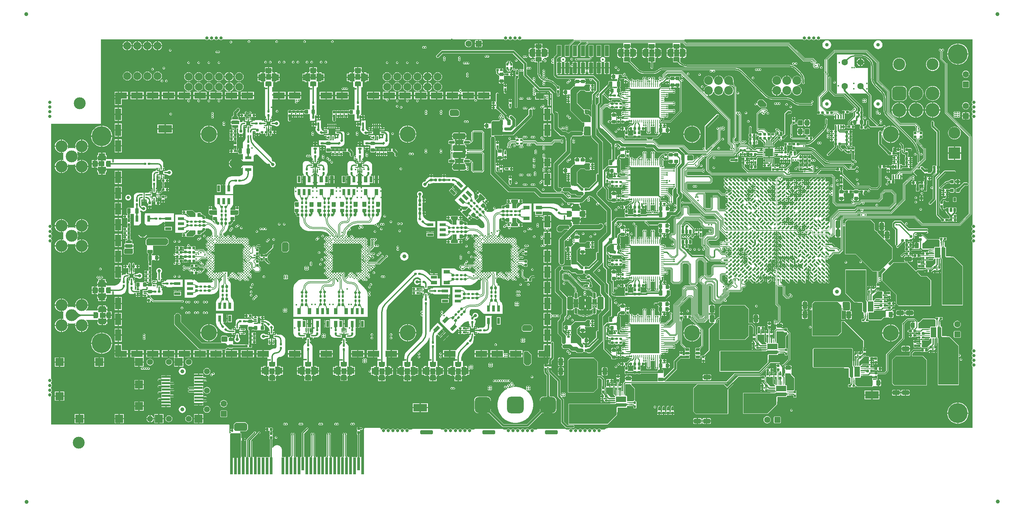
<source format=gtl>
G04*
G04 #@! TF.GenerationSoftware,Altium Limited,Altium Designer,19.1.6 (110)*
G04*
G04 Layer_Physical_Order=1*
G04 Layer_Color=255*
%FSLAX44Y44*%
%MOMM*%
G71*
G01*
G75*
%ADD10C,0.2000*%
%ADD11C,0.1000*%
%ADD12C,0.2540*%
%ADD13C,0.1500*%
%ADD14C,0.3500*%
%ADD15C,0.3000*%
%ADD16C,0.2500*%
%ADD21R,0.7500X0.3000*%
%ADD22R,0.3000X0.7500*%
%ADD23R,1.7500X1.7500*%
G04:AMPARAMS|DCode=24|XSize=0.6mm|YSize=0.6mm|CornerRadius=0.06mm|HoleSize=0mm|Usage=FLASHONLY|Rotation=270.000|XOffset=0mm|YOffset=0mm|HoleType=Round|Shape=RoundedRectangle|*
%AMROUNDEDRECTD24*
21,1,0.6000,0.4800,0,0,270.0*
21,1,0.4800,0.6000,0,0,270.0*
1,1,0.1200,-0.2400,-0.2400*
1,1,0.1200,-0.2400,0.2400*
1,1,0.1200,0.2400,0.2400*
1,1,0.1200,0.2400,-0.2400*
%
%ADD24ROUNDEDRECTD24*%
G04:AMPARAMS|DCode=25|XSize=0.5mm|YSize=0.6mm|CornerRadius=0.05mm|HoleSize=0mm|Usage=FLASHONLY|Rotation=180.000|XOffset=0mm|YOffset=0mm|HoleType=Round|Shape=RoundedRectangle|*
%AMROUNDEDRECTD25*
21,1,0.5000,0.5000,0,0,180.0*
21,1,0.4000,0.6000,0,0,180.0*
1,1,0.1000,-0.2000,0.2500*
1,1,0.1000,0.2000,0.2500*
1,1,0.1000,0.2000,-0.2500*
1,1,0.1000,-0.2000,-0.2500*
%
%ADD25ROUNDEDRECTD25*%
G04:AMPARAMS|DCode=26|XSize=0.5mm|YSize=0.6mm|CornerRadius=0.05mm|HoleSize=0mm|Usage=FLASHONLY|Rotation=135.000|XOffset=0mm|YOffset=0mm|HoleType=Round|Shape=RoundedRectangle|*
%AMROUNDEDRECTD26*
21,1,0.5000,0.5000,0,0,135.0*
21,1,0.4000,0.6000,0,0,135.0*
1,1,0.1000,0.0354,0.3182*
1,1,0.1000,0.3182,0.0354*
1,1,0.1000,-0.0354,-0.3182*
1,1,0.1000,-0.3182,-0.0354*
%
%ADD26ROUNDEDRECTD26*%
G04:AMPARAMS|DCode=27|XSize=0.45mm|YSize=0.8mm|CornerRadius=0.0563mm|HoleSize=0mm|Usage=FLASHONLY|Rotation=270.000|XOffset=0mm|YOffset=0mm|HoleType=Round|Shape=RoundedRectangle|*
%AMROUNDEDRECTD27*
21,1,0.4500,0.6875,0,0,270.0*
21,1,0.3375,0.8000,0,0,270.0*
1,1,0.1125,-0.3438,-0.1688*
1,1,0.1125,-0.3438,0.1688*
1,1,0.1125,0.3438,0.1688*
1,1,0.1125,0.3438,-0.1688*
%
%ADD27ROUNDEDRECTD27*%
G04:AMPARAMS|DCode=28|XSize=0.5mm|YSize=0.6mm|CornerRadius=0.05mm|HoleSize=0mm|Usage=FLASHONLY|Rotation=225.000|XOffset=0mm|YOffset=0mm|HoleType=Round|Shape=RoundedRectangle|*
%AMROUNDEDRECTD28*
21,1,0.5000,0.5000,0,0,225.0*
21,1,0.4000,0.6000,0,0,225.0*
1,1,0.1000,-0.3182,0.0354*
1,1,0.1000,-0.0354,0.3182*
1,1,0.1000,0.3182,-0.0354*
1,1,0.1000,0.0354,-0.3182*
%
%ADD28ROUNDEDRECTD28*%
G04:AMPARAMS|DCode=29|XSize=0.45mm|YSize=0.8mm|CornerRadius=0.0563mm|HoleSize=0mm|Usage=FLASHONLY|Rotation=0.000|XOffset=0mm|YOffset=0mm|HoleType=Round|Shape=RoundedRectangle|*
%AMROUNDEDRECTD29*
21,1,0.4500,0.6875,0,0,0.0*
21,1,0.3375,0.8000,0,0,0.0*
1,1,0.1125,0.1688,-0.3438*
1,1,0.1125,-0.1688,-0.3438*
1,1,0.1125,-0.1688,0.3438*
1,1,0.1125,0.1688,0.3438*
%
%ADD29ROUNDEDRECTD29*%
G04:AMPARAMS|DCode=30|XSize=1mm|YSize=0.9mm|CornerRadius=0.1125mm|HoleSize=0mm|Usage=FLASHONLY|Rotation=90.000|XOffset=0mm|YOffset=0mm|HoleType=Round|Shape=RoundedRectangle|*
%AMROUNDEDRECTD30*
21,1,1.0000,0.6750,0,0,90.0*
21,1,0.7750,0.9000,0,0,90.0*
1,1,0.2250,0.3375,0.3875*
1,1,0.2250,0.3375,-0.3875*
1,1,0.2250,-0.3375,-0.3875*
1,1,0.2250,-0.3375,0.3875*
%
%ADD30ROUNDEDRECTD30*%
G04:AMPARAMS|DCode=31|XSize=0.5mm|YSize=0.6mm|CornerRadius=0.05mm|HoleSize=0mm|Usage=FLASHONLY|Rotation=90.000|XOffset=0mm|YOffset=0mm|HoleType=Round|Shape=RoundedRectangle|*
%AMROUNDEDRECTD31*
21,1,0.5000,0.5000,0,0,90.0*
21,1,0.4000,0.6000,0,0,90.0*
1,1,0.1000,0.2500,0.2000*
1,1,0.1000,0.2500,-0.2000*
1,1,0.1000,-0.2500,-0.2000*
1,1,0.1000,-0.2500,0.2000*
%
%ADD31ROUNDEDRECTD31*%
G04:AMPARAMS|DCode=32|XSize=0.6mm|YSize=0.6mm|CornerRadius=0.06mm|HoleSize=0mm|Usage=FLASHONLY|Rotation=0.000|XOffset=0mm|YOffset=0mm|HoleType=Round|Shape=RoundedRectangle|*
%AMROUNDEDRECTD32*
21,1,0.6000,0.4800,0,0,0.0*
21,1,0.4800,0.6000,0,0,0.0*
1,1,0.1200,0.2400,-0.2400*
1,1,0.1200,-0.2400,-0.2400*
1,1,0.1200,-0.2400,0.2400*
1,1,0.1200,0.2400,0.2400*
%
%ADD32ROUNDEDRECTD32*%
G04:AMPARAMS|DCode=33|XSize=1mm|YSize=0.9mm|CornerRadius=0.1125mm|HoleSize=0mm|Usage=FLASHONLY|Rotation=0.000|XOffset=0mm|YOffset=0mm|HoleType=Round|Shape=RoundedRectangle|*
%AMROUNDEDRECTD33*
21,1,1.0000,0.6750,0,0,0.0*
21,1,0.7750,0.9000,0,0,0.0*
1,1,0.2250,0.3875,-0.3375*
1,1,0.2250,-0.3875,-0.3375*
1,1,0.2250,-0.3875,0.3375*
1,1,0.2250,0.3875,0.3375*
%
%ADD33ROUNDEDRECTD33*%
G04:AMPARAMS|DCode=34|XSize=1.3mm|YSize=0.8mm|CornerRadius=0.1mm|HoleSize=0mm|Usage=FLASHONLY|Rotation=180.000|XOffset=0mm|YOffset=0mm|HoleType=Round|Shape=RoundedRectangle|*
%AMROUNDEDRECTD34*
21,1,1.3000,0.6000,0,0,180.0*
21,1,1.1000,0.8000,0,0,180.0*
1,1,0.2000,-0.5500,0.3000*
1,1,0.2000,0.5500,0.3000*
1,1,0.2000,0.5500,-0.3000*
1,1,0.2000,-0.5500,-0.3000*
%
%ADD34ROUNDEDRECTD34*%
%ADD35C,0.3500*%
%ADD36R,0.2000X0.2000*%
G04:AMPARAMS|DCode=37|XSize=4.2mm|YSize=4.2mm|CornerRadius=1.05mm|HoleSize=0mm|Usage=FLASHONLY|Rotation=90.000|XOffset=0mm|YOffset=0mm|HoleType=Round|Shape=RoundedRectangle|*
%AMROUNDEDRECTD37*
21,1,4.2000,2.1000,0,0,90.0*
21,1,2.1000,4.2000,0,0,90.0*
1,1,2.1000,1.0500,1.0500*
1,1,2.1000,1.0500,-1.0500*
1,1,2.1000,-1.0500,-1.0500*
1,1,2.1000,-1.0500,1.0500*
%
%ADD37ROUNDEDRECTD37*%
G04:AMPARAMS|DCode=38|XSize=4mm|YSize=4mm|CornerRadius=1mm|HoleSize=0mm|Usage=FLASHONLY|Rotation=90.000|XOffset=0mm|YOffset=0mm|HoleType=Round|Shape=RoundedRectangle|*
%AMROUNDEDRECTD38*
21,1,4.0000,2.0000,0,0,90.0*
21,1,2.0000,4.0000,0,0,90.0*
1,1,2.0000,1.0000,1.0000*
1,1,2.0000,1.0000,-1.0000*
1,1,2.0000,-1.0000,-1.0000*
1,1,2.0000,-1.0000,1.0000*
%
%ADD38ROUNDEDRECTD38*%
%ADD39R,1.0000X2.7500*%
G04:AMPARAMS|DCode=40|XSize=1.3mm|YSize=0.8mm|CornerRadius=0.1mm|HoleSize=0mm|Usage=FLASHONLY|Rotation=270.000|XOffset=0mm|YOffset=0mm|HoleType=Round|Shape=RoundedRectangle|*
%AMROUNDEDRECTD40*
21,1,1.3000,0.6000,0,0,270.0*
21,1,1.1000,0.8000,0,0,270.0*
1,1,0.2000,-0.3000,-0.5500*
1,1,0.2000,-0.3000,0.5500*
1,1,0.2000,0.3000,0.5500*
1,1,0.2000,0.3000,-0.5500*
%
%ADD40ROUNDEDRECTD40*%
%ADD41R,1.6500X0.9000*%
%ADD42R,1.6500X0.7600*%
%ADD43R,3.5000X1.9000*%
%ADD44R,1.0000X1.5500*%
%ADD45R,1.6000X1.2000*%
%ADD46R,1.2000X1.5500*%
%ADD47R,1.2000X1.2000*%
%ADD48R,2.1500X1.2000*%
%ADD49R,1.5500X1.0000*%
%ADD50R,1.2000X1.6000*%
%ADD51R,1.5500X1.2000*%
%ADD52R,1.2000X1.2000*%
%ADD53R,1.2000X2.1500*%
G04:AMPARAMS|DCode=54|XSize=1.4mm|YSize=1.2mm|CornerRadius=0.15mm|HoleSize=0mm|Usage=FLASHONLY|Rotation=270.000|XOffset=0mm|YOffset=0mm|HoleType=Round|Shape=RoundedRectangle|*
%AMROUNDEDRECTD54*
21,1,1.4000,0.9000,0,0,270.0*
21,1,1.1000,1.2000,0,0,270.0*
1,1,0.3000,-0.4500,-0.5500*
1,1,0.3000,-0.4500,0.5500*
1,1,0.3000,0.4500,0.5500*
1,1,0.3000,0.4500,-0.5500*
%
%ADD54ROUNDEDRECTD54*%
G04:AMPARAMS|DCode=55|XSize=0.9mm|YSize=1.65mm|CornerRadius=0mm|HoleSize=0mm|Usage=FLASHONLY|Rotation=315.000|XOffset=0mm|YOffset=0mm|HoleType=Round|Shape=Rectangle|*
%AMROTATEDRECTD55*
4,1,4,-0.9016,-0.2652,0.2652,0.9016,0.9016,0.2652,-0.2652,-0.9016,-0.9016,-0.2652,0.0*
%
%ADD55ROTATEDRECTD55*%

G04:AMPARAMS|DCode=56|XSize=0.76mm|YSize=1.65mm|CornerRadius=0mm|HoleSize=0mm|Usage=FLASHONLY|Rotation=315.000|XOffset=0mm|YOffset=0mm|HoleType=Round|Shape=Rectangle|*
%AMROTATEDRECTD56*
4,1,4,-0.8521,-0.3147,0.3147,0.8521,0.8521,0.3147,-0.3147,-0.8521,-0.8521,-0.3147,0.0*
%
%ADD56ROTATEDRECTD56*%

G04:AMPARAMS|DCode=57|XSize=0.6mm|YSize=0.6mm|CornerRadius=0.06mm|HoleSize=0mm|Usage=FLASHONLY|Rotation=225.000|XOffset=0mm|YOffset=0mm|HoleType=Round|Shape=RoundedRectangle|*
%AMROUNDEDRECTD57*
21,1,0.6000,0.4800,0,0,225.0*
21,1,0.4800,0.6000,0,0,225.0*
1,1,0.1200,-0.3394,0.0000*
1,1,0.1200,0.0000,0.3394*
1,1,0.1200,0.3394,0.0000*
1,1,0.1200,0.0000,-0.3394*
%
%ADD57ROUNDEDRECTD57*%
G04:AMPARAMS|DCode=58|XSize=0.9mm|YSize=0.9mm|CornerRadius=0.1125mm|HoleSize=0mm|Usage=FLASHONLY|Rotation=90.000|XOffset=0mm|YOffset=0mm|HoleType=Round|Shape=RoundedRectangle|*
%AMROUNDEDRECTD58*
21,1,0.9000,0.6750,0,0,90.0*
21,1,0.6750,0.9000,0,0,90.0*
1,1,0.2250,0.3375,0.3375*
1,1,0.2250,0.3375,-0.3375*
1,1,0.2250,-0.3375,-0.3375*
1,1,0.2250,-0.3375,0.3375*
%
%ADD58ROUNDEDRECTD58*%
%ADD59R,0.7600X1.6500*%
%ADD60R,0.9000X1.6500*%
G04:AMPARAMS|DCode=61|XSize=0.6mm|YSize=1mm|CornerRadius=0.075mm|HoleSize=0mm|Usage=FLASHONLY|Rotation=0.000|XOffset=0mm|YOffset=0mm|HoleType=Round|Shape=RoundedRectangle|*
%AMROUNDEDRECTD61*
21,1,0.6000,0.8500,0,0,0.0*
21,1,0.4500,1.0000,0,0,0.0*
1,1,0.1500,0.2250,-0.4250*
1,1,0.1500,-0.2250,-0.4250*
1,1,0.1500,-0.2250,0.4250*
1,1,0.1500,0.2250,0.4250*
%
%ADD61ROUNDEDRECTD61*%
%ADD62R,0.4000X1.0000*%
%ADD63C,1.6000*%
%ADD64R,2.0000X0.5000*%
%ADD65R,0.3100X0.3000*%
G04:AMPARAMS|DCode=66|XSize=1.5mm|YSize=0.71mm|CornerRadius=0.1775mm|HoleSize=0mm|Usage=FLASHONLY|Rotation=180.000|XOffset=0mm|YOffset=0mm|HoleType=Round|Shape=RoundedRectangle|*
%AMROUNDEDRECTD66*
21,1,1.5000,0.3550,0,0,180.0*
21,1,1.1450,0.7100,0,0,180.0*
1,1,0.3550,-0.5725,0.1775*
1,1,0.3550,0.5725,0.1775*
1,1,0.3550,0.5725,-0.1775*
1,1,0.3550,-0.5725,-0.1775*
%
%ADD66ROUNDEDRECTD66*%
G04:AMPARAMS|DCode=67|XSize=3.25mm|YSize=1.5mm|CornerRadius=0.375mm|HoleSize=0mm|Usage=FLASHONLY|Rotation=180.000|XOffset=0mm|YOffset=0mm|HoleType=Round|Shape=RoundedRectangle|*
%AMROUNDEDRECTD67*
21,1,3.2500,0.7500,0,0,180.0*
21,1,2.5000,1.5000,0,0,180.0*
1,1,0.7500,-1.2500,0.3750*
1,1,0.7500,1.2500,0.3750*
1,1,0.7500,1.2500,-0.3750*
1,1,0.7500,-1.2500,-0.3750*
%
%ADD67ROUNDEDRECTD67*%
%ADD68R,0.3500X0.4500*%
%ADD69R,0.4500X0.3500*%
%ADD70R,0.3000X0.3100*%
%ADD71R,0.6000X0.9000*%
%ADD72R,1.5000X0.7500*%
%ADD73R,1.6000X0.7112*%
%ADD74R,2.0000X0.9144*%
G04:AMPARAMS|DCode=75|XSize=2mm|YSize=3.4mm|CornerRadius=0mm|HoleSize=0mm|Usage=FLASHONLY|Rotation=270.000|XOffset=0mm|YOffset=0mm|HoleType=Round|Shape=Octagon|*
%AMOCTAGOND75*
4,1,8,1.7000,0.5000,1.7000,-0.5000,1.2000,-1.0000,-1.2000,-1.0000,-1.7000,-0.5000,-1.7000,0.5000,-1.2000,1.0000,1.2000,1.0000,1.7000,0.5000,0.0*
%
%ADD75OCTAGOND75*%

%ADD76R,0.7000X0.3000*%
%ADD77R,0.7000X1.6000*%
%ADD78R,0.7112X1.6000*%
%ADD79R,0.9144X2.0000*%
G04:AMPARAMS|DCode=80|XSize=2mm|YSize=3.4mm|CornerRadius=0mm|HoleSize=0mm|Usage=FLASHONLY|Rotation=0.000|XOffset=0mm|YOffset=0mm|HoleType=Round|Shape=Octagon|*
%AMOCTAGOND80*
4,1,8,-0.5000,1.7000,0.5000,1.7000,1.0000,1.2000,1.0000,-1.2000,0.5000,-1.7000,-0.5000,-1.7000,-1.0000,-1.2000,-1.0000,1.2000,-0.5000,1.7000,0.0*
%
%ADD80OCTAGOND80*%

G04:AMPARAMS|DCode=81|XSize=1.3mm|YSize=0.8mm|CornerRadius=0.1mm|HoleSize=0mm|Usage=FLASHONLY|Rotation=225.000|XOffset=0mm|YOffset=0mm|HoleType=Round|Shape=RoundedRectangle|*
%AMROUNDEDRECTD81*
21,1,1.3000,0.6000,0,0,225.0*
21,1,1.1000,0.8000,0,0,225.0*
1,1,0.2000,-0.6010,-0.1768*
1,1,0.2000,0.1768,0.6010*
1,1,0.2000,0.6010,0.1768*
1,1,0.2000,-0.1768,-0.6010*
%
%ADD81ROUNDEDRECTD81*%
G04:AMPARAMS|DCode=82|XSize=1.8mm|YSize=1.15mm|CornerRadius=0.1438mm|HoleSize=0mm|Usage=FLASHONLY|Rotation=90.000|XOffset=0mm|YOffset=0mm|HoleType=Round|Shape=RoundedRectangle|*
%AMROUNDEDRECTD82*
21,1,1.8000,0.8625,0,0,90.0*
21,1,1.5125,1.1500,0,0,90.0*
1,1,0.2875,0.4313,0.7563*
1,1,0.2875,0.4313,-0.7563*
1,1,0.2875,-0.4313,-0.7563*
1,1,0.2875,-0.4313,0.7563*
%
%ADD82ROUNDEDRECTD82*%
G04:AMPARAMS|DCode=83|XSize=1.8mm|YSize=1.15mm|CornerRadius=0.1438mm|HoleSize=0mm|Usage=FLASHONLY|Rotation=180.000|XOffset=0mm|YOffset=0mm|HoleType=Round|Shape=RoundedRectangle|*
%AMROUNDEDRECTD83*
21,1,1.8000,0.8625,0,0,180.0*
21,1,1.5125,1.1500,0,0,180.0*
1,1,0.2875,-0.7563,0.4313*
1,1,0.2875,0.7563,0.4313*
1,1,0.2875,0.7563,-0.4313*
1,1,0.2875,-0.7563,-0.4313*
%
%ADD83ROUNDEDRECTD83*%
G04:AMPARAMS|DCode=84|XSize=1.4mm|YSize=1mm|CornerRadius=0.125mm|HoleSize=0mm|Usage=FLASHONLY|Rotation=270.000|XOffset=0mm|YOffset=0mm|HoleType=Round|Shape=RoundedRectangle|*
%AMROUNDEDRECTD84*
21,1,1.4000,0.7500,0,0,270.0*
21,1,1.1500,1.0000,0,0,270.0*
1,1,0.2500,-0.3750,-0.5750*
1,1,0.2500,-0.3750,0.5750*
1,1,0.2500,0.3750,0.5750*
1,1,0.2500,0.3750,-0.5750*
%
%ADD84ROUNDEDRECTD84*%
G04:AMPARAMS|DCode=85|XSize=1.4mm|YSize=1mm|CornerRadius=0.125mm|HoleSize=0mm|Usage=FLASHONLY|Rotation=0.000|XOffset=0mm|YOffset=0mm|HoleType=Round|Shape=RoundedRectangle|*
%AMROUNDEDRECTD85*
21,1,1.4000,0.7500,0,0,0.0*
21,1,1.1500,1.0000,0,0,0.0*
1,1,0.2500,0.5750,-0.3750*
1,1,0.2500,-0.5750,-0.3750*
1,1,0.2500,-0.5750,0.3750*
1,1,0.2500,0.5750,0.3750*
%
%ADD85ROUNDEDRECTD85*%
%ADD86R,5.0000X4.0000*%
%ADD87R,4.0000X5.0000*%
%ADD88R,0.3000X0.8500*%
%ADD89R,0.8500X0.3000*%
%ADD90R,2.1000X2.1000*%
%ADD91O,0.2400X0.7500*%
%ADD92O,0.7500X0.2400*%
%ADD93R,7.4000X7.4000*%
G04:AMPARAMS|DCode=94|XSize=0.6mm|YSize=1mm|CornerRadius=0.075mm|HoleSize=0mm|Usage=FLASHONLY|Rotation=90.000|XOffset=0mm|YOffset=0mm|HoleType=Round|Shape=RoundedRectangle|*
%AMROUNDEDRECTD94*
21,1,0.6000,0.8500,0,0,90.0*
21,1,0.4500,1.0000,0,0,90.0*
1,1,0.1500,0.4250,0.2250*
1,1,0.1500,0.4250,-0.2250*
1,1,0.1500,-0.4250,-0.2250*
1,1,0.1500,-0.4250,0.2250*
%
%ADD94ROUNDEDRECTD94*%
%ADD95R,0.3500X0.3000*%
%ADD96C,0.5000*%
G04:AMPARAMS|DCode=97|XSize=0.6mm|YSize=0.6mm|CornerRadius=0.06mm|HoleSize=0mm|Usage=FLASHONLY|Rotation=315.000|XOffset=0mm|YOffset=0mm|HoleType=Round|Shape=RoundedRectangle|*
%AMROUNDEDRECTD97*
21,1,0.6000,0.4800,0,0,315.0*
21,1,0.4800,0.6000,0,0,315.0*
1,1,0.1200,0.0000,-0.3394*
1,1,0.1200,-0.3394,0.0000*
1,1,0.1200,0.0000,0.3394*
1,1,0.1200,0.3394,0.0000*
%
%ADD97ROUNDEDRECTD97*%
G04:AMPARAMS|DCode=98|XSize=1mm|YSize=0.9mm|CornerRadius=0.1125mm|HoleSize=0mm|Usage=FLASHONLY|Rotation=225.000|XOffset=0mm|YOffset=0mm|HoleType=Round|Shape=RoundedRectangle|*
%AMROUNDEDRECTD98*
21,1,1.0000,0.6750,0,0,225.0*
21,1,0.7750,0.9000,0,0,225.0*
1,1,0.2250,-0.5127,-0.0354*
1,1,0.2250,0.0354,0.5127*
1,1,0.2250,0.5127,0.0354*
1,1,0.2250,-0.0354,-0.5127*
%
%ADD98ROUNDEDRECTD98*%
G04:AMPARAMS|DCode=99|XSize=0.76mm|YSize=1.65mm|CornerRadius=0mm|HoleSize=0mm|Usage=FLASHONLY|Rotation=225.000|XOffset=0mm|YOffset=0mm|HoleType=Round|Shape=Rectangle|*
%AMROTATEDRECTD99*
4,1,4,-0.3147,0.8521,0.8521,-0.3147,0.3147,-0.8521,-0.8521,0.3147,-0.3147,0.8521,0.0*
%
%ADD99ROTATEDRECTD99*%

G04:AMPARAMS|DCode=100|XSize=0.25mm|YSize=0.475mm|CornerRadius=0.0625mm|HoleSize=0mm|Usage=FLASHONLY|Rotation=0.000|XOffset=0mm|YOffset=0mm|HoleType=Round|Shape=RoundedRectangle|*
%AMROUNDEDRECTD100*
21,1,0.2500,0.3500,0,0,0.0*
21,1,0.1250,0.4750,0,0,0.0*
1,1,0.1250,0.0625,-0.1750*
1,1,0.1250,-0.0625,-0.1750*
1,1,0.1250,-0.0625,0.1750*
1,1,0.1250,0.0625,0.1750*
%
%ADD100ROUNDEDRECTD100*%
G04:AMPARAMS|DCode=101|XSize=0.25mm|YSize=0.475mm|CornerRadius=0.0625mm|HoleSize=0mm|Usage=FLASHONLY|Rotation=270.000|XOffset=0mm|YOffset=0mm|HoleType=Round|Shape=RoundedRectangle|*
%AMROUNDEDRECTD101*
21,1,0.2500,0.3500,0,0,270.0*
21,1,0.1250,0.4750,0,0,270.0*
1,1,0.1250,-0.1750,-0.0625*
1,1,0.1250,-0.1750,0.0625*
1,1,0.1250,0.1750,0.0625*
1,1,0.1250,0.1750,-0.0625*
%
%ADD101ROUNDEDRECTD101*%
%ADD102R,1.1000X1.1000*%
%ADD103R,1.1000X1.1000*%
G04:AMPARAMS|DCode=104|XSize=0.25mm|YSize=1mm|CornerRadius=0.0625mm|HoleSize=0mm|Usage=FLASHONLY|Rotation=0.000|XOffset=0mm|YOffset=0mm|HoleType=Round|Shape=RoundedRectangle|*
%AMROUNDEDRECTD104*
21,1,0.2500,0.8750,0,0,0.0*
21,1,0.1250,1.0000,0,0,0.0*
1,1,0.1250,0.0625,-0.4375*
1,1,0.1250,-0.0625,-0.4375*
1,1,0.1250,-0.0625,0.4375*
1,1,0.1250,0.0625,0.4375*
%
%ADD104ROUNDEDRECTD104*%
G04:AMPARAMS|DCode=105|XSize=0.25mm|YSize=1mm|CornerRadius=0.0625mm|HoleSize=0mm|Usage=FLASHONLY|Rotation=270.000|XOffset=0mm|YOffset=0mm|HoleType=Round|Shape=RoundedRectangle|*
%AMROUNDEDRECTD105*
21,1,0.2500,0.8750,0,0,270.0*
21,1,0.1250,1.0000,0,0,270.0*
1,1,0.1250,-0.4375,-0.0625*
1,1,0.1250,-0.4375,0.0625*
1,1,0.1250,0.4375,0.0625*
1,1,0.1250,0.4375,-0.0625*
%
%ADD105ROUNDEDRECTD105*%
%ADD106R,1.4000X2.5500*%
%ADD107R,0.9000X2.5500*%
%ADD108R,2.5500X1.4000*%
%ADD109R,2.5500X0.9000*%
G04:AMPARAMS|DCode=110|XSize=3.25mm|YSize=1.5mm|CornerRadius=0.375mm|HoleSize=0mm|Usage=FLASHONLY|Rotation=90.000|XOffset=0mm|YOffset=0mm|HoleType=Round|Shape=RoundedRectangle|*
%AMROUNDEDRECTD110*
21,1,3.2500,0.7500,0,0,90.0*
21,1,2.5000,1.5000,0,0,90.0*
1,1,0.7500,0.3750,1.2500*
1,1,0.7500,0.3750,-1.2500*
1,1,0.7500,-0.3750,-1.2500*
1,1,0.7500,-0.3750,1.2500*
%
%ADD110ROUNDEDRECTD110*%
G04:AMPARAMS|DCode=111|XSize=1.5mm|YSize=0.71mm|CornerRadius=0.1775mm|HoleSize=0mm|Usage=FLASHONLY|Rotation=90.000|XOffset=0mm|YOffset=0mm|HoleType=Round|Shape=RoundedRectangle|*
%AMROUNDEDRECTD111*
21,1,1.5000,0.3550,0,0,90.0*
21,1,1.1450,0.7100,0,0,90.0*
1,1,0.3550,0.1775,0.5725*
1,1,0.3550,0.1775,-0.5725*
1,1,0.3550,-0.1775,-0.5725*
1,1,0.3550,-0.1775,0.5725*
%
%ADD111ROUNDEDRECTD111*%
%ADD112R,7.0000X7.0000*%
%ADD224C,0.3250*%
%ADD225C,0.4000*%
%ADD226C,0.1400*%
%ADD227C,0.1100*%
%ADD228C,0.1900*%
%ADD229C,1.5000*%
%ADD230C,1.0000*%
%ADD231R,3.0000X1.5000*%
%ADD232R,1.5000X3.0000*%
%ADD233R,1.5000X2.0000*%
%ADD234R,2.0000X0.5000*%
%ADD235R,0.5000X3.0000*%
%ADD236R,2.0000X1.5000*%
%ADD237R,0.7000X4.2000*%
%ADD238R,0.7000X3.2000*%
%ADD239C,1.5000*%
%ADD240C,0.6000*%
%ADD241C,1.0000*%
%ADD242C,0.5000*%
%ADD243C,0.8000*%
%ADD244C,0.2400*%
%ADD245C,1.2000*%
%ADD246C,0.7000*%
%ADD247C,0.3090*%
%ADD248C,0.4300*%
%ADD249C,0.8000*%
G04:AMPARAMS|DCode=250|XSize=1mm|YSize=3.2mm|CornerRadius=0.25mm|HoleSize=0mm|Usage=FLASHONLY|Rotation=270.000|XOffset=0mm|YOffset=0mm|HoleType=Round|Shape=RoundedRectangle|*
%AMROUNDEDRECTD250*
21,1,1.0000,2.7000,0,0,270.0*
21,1,0.5000,3.2000,0,0,270.0*
1,1,0.5000,-1.3500,-0.2500*
1,1,0.5000,-1.3500,0.2500*
1,1,0.5000,1.3500,0.2500*
1,1,0.5000,1.3500,-0.2500*
%
%ADD250ROUNDEDRECTD250*%
%ADD251C,3.0000*%
G04:AMPARAMS|DCode=252|XSize=1.524mm|YSize=1.524mm|CornerRadius=0.1905mm|HoleSize=0mm|Usage=FLASHONLY|Rotation=270.000|XOffset=0mm|YOffset=0mm|HoleType=Round|Shape=RoundedRectangle|*
%AMROUNDEDRECTD252*
21,1,1.5240,1.1430,0,0,270.0*
21,1,1.1430,1.5240,0,0,270.0*
1,1,0.3810,-0.5715,-0.5715*
1,1,0.3810,-0.5715,0.5715*
1,1,0.3810,0.5715,0.5715*
1,1,0.3810,0.5715,-0.5715*
%
%ADD252ROUNDEDRECTD252*%
G04:AMPARAMS|DCode=253|XSize=1.524mm|YSize=1.524mm|CornerRadius=0.1905mm|HoleSize=0mm|Usage=FLASHONLY|Rotation=180.000|XOffset=0mm|YOffset=0mm|HoleType=Round|Shape=RoundedRectangle|*
%AMROUNDEDRECTD253*
21,1,1.5240,1.1430,0,0,180.0*
21,1,1.1430,1.5240,0,0,180.0*
1,1,0.3810,-0.5715,0.5715*
1,1,0.3810,0.5715,0.5715*
1,1,0.3810,0.5715,-0.5715*
1,1,0.3810,-0.5715,-0.5715*
%
%ADD253ROUNDEDRECTD253*%
%ADD254C,0.9000*%
%ADD255C,2.0000*%
%ADD256C,4.0000*%
%ADD257R,2.0000X2.0000*%
%ADD258C,2.2000*%
%ADD259C,5.0000*%
%ADD260R,3.0000X3.0000*%
G04:AMPARAMS|DCode=261|XSize=3.5mm|YSize=3.5mm|CornerRadius=0.875mm|HoleSize=0mm|Usage=FLASHONLY|Rotation=180.000|XOffset=0mm|YOffset=0mm|HoleType=Round|Shape=RoundedRectangle|*
%AMROUNDEDRECTD261*
21,1,3.5000,1.7500,0,0,180.0*
21,1,1.7500,3.5000,0,0,180.0*
1,1,1.7500,-0.8750,0.8750*
1,1,1.7500,0.8750,0.8750*
1,1,1.7500,0.8750,-0.8750*
1,1,1.7500,-0.8750,-0.8750*
%
%ADD261ROUNDEDRECTD261*%
%ADD262C,3.5000*%
%ADD263C,0.4000*%
G36*
X2321941Y954220D02*
X2321395Y953855D01*
X2320290Y952201D01*
X2319902Y950250D01*
X2320290Y948299D01*
X2321395Y946645D01*
X2321941Y946280D01*
Y942470D01*
X2321395Y942105D01*
X2320290Y940451D01*
X2319902Y938500D01*
X2320290Y936549D01*
X2321395Y934895D01*
X2321941Y934530D01*
Y930470D01*
X2321395Y930105D01*
X2320290Y928451D01*
X2319902Y926500D01*
X2320290Y924549D01*
X2321395Y922895D01*
X2321941Y922530D01*
Y918470D01*
X2321395Y918105D01*
X2320290Y916451D01*
X2319902Y914500D01*
X2320290Y912549D01*
X2321395Y910895D01*
X2321941Y910530D01*
Y641512D01*
X2321145Y640980D01*
X2320040Y639326D01*
X2319652Y637375D01*
X2320040Y635424D01*
X2321145Y633770D01*
X2321941Y633238D01*
Y629512D01*
X2321145Y628980D01*
X2320040Y627326D01*
X2319652Y625375D01*
X2320040Y623424D01*
X2321145Y621770D01*
X2321941Y621238D01*
Y617512D01*
X2321145Y616980D01*
X2320040Y615326D01*
X2319652Y613375D01*
X2320040Y611424D01*
X2321145Y609770D01*
X2321941Y609238D01*
Y605762D01*
X2321145Y605230D01*
X2320040Y603576D01*
X2319652Y601625D01*
X2320040Y599674D01*
X2321145Y598020D01*
X2321941Y597488D01*
Y328470D01*
X2321395Y328105D01*
X2320290Y326451D01*
X2319902Y324500D01*
X2320290Y322549D01*
X2321395Y320895D01*
X2321941Y320530D01*
Y316470D01*
X2321395Y316105D01*
X2320290Y314451D01*
X2319902Y312500D01*
X2320290Y310549D01*
X2321395Y308895D01*
X2321941Y308530D01*
Y304470D01*
X2321395Y304105D01*
X2320290Y302451D01*
X2319902Y300500D01*
X2320290Y298549D01*
X2321395Y296895D01*
X2321941Y296530D01*
Y292720D01*
X2321395Y292355D01*
X2320290Y290701D01*
X2319902Y288750D01*
X2320290Y286799D01*
X2321395Y285145D01*
X2321941Y284780D01*
Y130559D01*
X1408000D01*
X1407925Y130544D01*
X1407850Y130555D01*
X1406135Y130471D01*
X1405915Y130416D01*
X1405688D01*
X1402323Y129746D01*
X1402045Y129631D01*
X1401750Y129572D01*
X1398580Y128259D01*
X1398330Y128092D01*
X1398051Y127977D01*
X1395835Y126496D01*
X1386512D01*
X1386105Y127105D01*
X1384451Y128210D01*
X1382500Y128598D01*
X1380549Y128210D01*
X1378895Y127105D01*
X1378489Y126496D01*
X1374512D01*
X1374105Y127105D01*
X1372451Y128210D01*
X1370500Y128598D01*
X1368549Y128210D01*
X1366895Y127105D01*
X1366488Y126496D01*
X1362511D01*
X1362105Y127105D01*
X1360451Y128210D01*
X1358500Y128598D01*
X1356549Y128210D01*
X1354895Y127105D01*
X1354489Y126496D01*
X1350511D01*
X1350105Y127105D01*
X1348451Y128210D01*
X1346500Y128598D01*
X1344549Y128210D01*
X1342895Y127105D01*
X1342489Y126496D01*
X1338511D01*
X1338105Y127105D01*
X1336451Y128210D01*
X1334500Y128598D01*
X1332549Y128210D01*
X1330895Y127105D01*
X1330488Y126496D01*
X1326511D01*
X1326105Y127105D01*
X1324451Y128210D01*
X1322500Y128598D01*
X1320549Y128210D01*
X1318895Y127105D01*
X1318488Y126496D01*
X1314761D01*
X1314355Y127105D01*
X1312701Y128210D01*
X1310750Y128598D01*
X1308799Y128210D01*
X1307145Y127105D01*
X1306738Y126496D01*
X1299671D01*
X1298786Y127175D01*
X1296719Y128031D01*
X1294500Y128323D01*
X1229500D01*
X1227281Y128031D01*
X1225213Y127175D01*
X1224329Y126496D01*
X1217261D01*
X1216854Y127105D01*
X1215200Y128210D01*
X1213250Y128598D01*
X1211299Y128210D01*
X1209645Y127105D01*
X1209238Y126496D01*
X1205511D01*
X1205104Y127105D01*
X1203450Y128210D01*
X1201499Y128598D01*
X1199549Y128210D01*
X1197895Y127105D01*
X1197488Y126496D01*
X1193511D01*
X1193104Y127105D01*
X1191450Y128210D01*
X1189499Y128598D01*
X1187549Y128210D01*
X1185895Y127105D01*
X1185488Y126496D01*
X1181511D01*
X1181104Y127105D01*
X1179450Y128210D01*
X1177499Y128598D01*
X1175548Y128210D01*
X1173895Y127105D01*
X1173488Y126496D01*
X1169511D01*
X1169104Y127105D01*
X1167450Y128210D01*
X1165499Y128598D01*
X1163549Y128210D01*
X1161895Y127105D01*
X1161488Y126496D01*
X1157511D01*
X1157104Y127105D01*
X1155450Y128210D01*
X1153499Y128598D01*
X1151548Y128210D01*
X1149895Y127105D01*
X1149488Y126496D01*
X1142420D01*
X1141536Y127175D01*
X1139468Y128031D01*
X1137249Y128323D01*
X1072249D01*
X1070030Y128031D01*
X1067962Y127175D01*
X1067078Y126496D01*
X1060010D01*
X1059604Y127105D01*
X1057950Y128210D01*
X1055999Y128598D01*
X1054048Y128210D01*
X1052394Y127105D01*
X1051987Y126496D01*
X1048260D01*
X1047854Y127105D01*
X1046200Y128210D01*
X1044249Y128598D01*
X1042298Y128210D01*
X1040644Y127105D01*
X1040237Y126496D01*
X1036260D01*
X1035854Y127105D01*
X1034200Y128210D01*
X1032249Y128598D01*
X1030298Y128210D01*
X1028644Y127105D01*
X1028237Y126496D01*
X1024260D01*
X1023854Y127105D01*
X1022200Y128210D01*
X1020249Y128598D01*
X1018298Y128210D01*
X1016644Y127105D01*
X1016237Y126496D01*
X1012260D01*
X1011854Y127105D01*
X1010200Y128210D01*
X1008249Y128598D01*
X1006298Y128210D01*
X1004644Y127105D01*
X1004237Y126496D01*
X1000260D01*
X999854Y127105D01*
X998200Y128210D01*
X996249Y128598D01*
X994298Y128210D01*
X992644Y127105D01*
X992237Y126496D01*
X985170D01*
X984285Y127175D01*
X982217Y128031D01*
X979999Y128323D01*
X914999D01*
X912780Y128031D01*
X910712Y127175D01*
X909828Y126496D01*
X902760D01*
X902353Y127105D01*
X900699Y128210D01*
X898748Y128598D01*
X896797Y128210D01*
X895144Y127105D01*
X894737Y126496D01*
X891010D01*
X890603Y127105D01*
X888949Y128210D01*
X886998Y128598D01*
X885047Y128210D01*
X883393Y127105D01*
X882987Y126496D01*
X879010D01*
X878603Y127105D01*
X876949Y128210D01*
X874998Y128598D01*
X873047Y128210D01*
X871394Y127105D01*
X870987Y126496D01*
X867010D01*
X866603Y127105D01*
X864949Y128210D01*
X862998Y128598D01*
X861047Y128210D01*
X859393Y127105D01*
X858987Y126496D01*
X855010D01*
X854603Y127105D01*
X852949Y128210D01*
X850998Y128598D01*
X849047Y128210D01*
X847393Y127105D01*
X846987Y126496D01*
X843010D01*
X842603Y127105D01*
X840949Y128210D01*
X838998Y128598D01*
X837047Y128210D01*
X835393Y127105D01*
X834987Y126496D01*
X832559D01*
Y127500D01*
X832326Y128670D01*
X831663Y129663D01*
X830670Y130326D01*
X829500Y130559D01*
X793000D01*
X791830Y130326D01*
X790837Y129663D01*
X790174Y128670D01*
X789941Y127500D01*
Y57500D01*
X788000D01*
Y35000D01*
X785000D01*
Y57500D01*
X781500D01*
X780674Y57112D01*
X779993Y57302D01*
X779382Y57583D01*
X779331Y57775D01*
X779265Y58174D01*
X779222Y58657D01*
X779207Y59248D01*
X779176Y59317D01*
Y112140D01*
X779207Y112210D01*
X779219Y112745D01*
X779251Y113200D01*
X779302Y113594D01*
X779370Y113926D01*
X779449Y114192D01*
X779532Y114391D01*
X779610Y114525D01*
X779674Y114603D01*
X779718Y114640D01*
X779851Y114712D01*
X779953Y114837D01*
X780101Y114899D01*
X780204Y115147D01*
X780373Y115356D01*
X780367Y115416D01*
X780407Y115476D01*
X780531Y116100D01*
Y120900D01*
X780407Y121524D01*
X780054Y122054D01*
X780000Y122089D01*
Y124857D01*
X780101Y124899D01*
X780163Y125047D01*
X780288Y125149D01*
X780360Y125282D01*
X780397Y125326D01*
X780475Y125390D01*
X780609Y125468D01*
X780808Y125551D01*
X781074Y125630D01*
X781390Y125694D01*
X782270Y125782D01*
X782790Y125793D01*
X782857Y125822D01*
X783080Y125674D01*
X784250Y125441D01*
X785421Y125674D01*
X786413Y126337D01*
X787076Y127330D01*
X787309Y128500D01*
X787076Y129670D01*
X786413Y130663D01*
X785421Y131326D01*
X784250Y131559D01*
X783080Y131326D01*
X782857Y131178D01*
X782790Y131207D01*
X782255Y131219D01*
X781800Y131251D01*
X781406Y131302D01*
X781074Y131370D01*
X780808Y131449D01*
X780609Y131532D01*
X780475Y131610D01*
X780397Y131673D01*
X780360Y131718D01*
X780288Y131851D01*
X780163Y131953D01*
X780101Y132101D01*
X779853Y132204D01*
X779644Y132373D01*
X779584Y132367D01*
X779524Y132407D01*
X778900Y132531D01*
X774100D01*
X773476Y132407D01*
X772946Y132053D01*
X772593Y131524D01*
X772469Y130900D01*
Y126100D01*
X772593Y125476D01*
X772946Y124946D01*
X773000Y124911D01*
Y122089D01*
X772946Y122054D01*
X772593Y121524D01*
X772469Y120900D01*
Y116100D01*
X772593Y115476D01*
X772633Y115416D01*
X772627Y115356D01*
X772796Y115147D01*
X772899Y114899D01*
X773047Y114837D01*
X773149Y114712D01*
X773282Y114640D01*
X773326Y114603D01*
X773390Y114525D01*
X773468Y114391D01*
X773551Y114192D01*
X773630Y113926D01*
X773694Y113610D01*
X773782Y112730D01*
X773793Y112210D01*
X773824Y112140D01*
Y59317D01*
X773793Y59248D01*
X773778Y58657D01*
X773735Y58174D01*
X773669Y57775D01*
X773587Y57464D01*
X773498Y57246D01*
X773420Y57117D01*
X773369Y57061D01*
X773344Y57044D01*
X773317Y57035D01*
X773136Y57015D01*
X773107Y57000D01*
X772270D01*
X772000Y57000D01*
X771000D01*
X770730Y57000D01*
X762563D01*
X761500Y57500D01*
Y57500D01*
X761500Y57500D01*
X758000D01*
Y35000D01*
X755000D01*
Y57500D01*
X751500D01*
Y57500D01*
X751000Y57000D01*
X748854D01*
X748835Y57250D01*
X748832Y57510D01*
X748757Y57688D01*
X748620Y58378D01*
X748122Y59122D01*
X748122Y59122D01*
X746294Y60950D01*
Y112129D01*
X746332Y112215D01*
X746345Y112803D01*
X746364Y113051D01*
X746373Y113115D01*
X746378Y113144D01*
X746386Y113171D01*
X746826Y113829D01*
X747059Y115000D01*
X746826Y116171D01*
X746163Y117163D01*
X745171Y117826D01*
X744000Y118059D01*
X742830Y117826D01*
X741837Y117163D01*
X741163D01*
X740171Y117826D01*
X739000Y118059D01*
X737830Y117826D01*
X736837Y117163D01*
X736174Y116171D01*
X735941Y115000D01*
X736174Y113829D01*
X736614Y113171D01*
X736620Y113148D01*
X736666Y112428D01*
X736668Y112232D01*
X736706Y112141D01*
Y60950D01*
X734878Y59122D01*
X734381Y58378D01*
X734246Y57699D01*
X734168Y57522D01*
X734157Y57000D01*
X732563D01*
X731500Y57500D01*
Y57500D01*
X731500Y57500D01*
X728000D01*
Y35000D01*
X725000D01*
Y57500D01*
X722770D01*
X721500Y57500D01*
Y57500D01*
X721500D01*
Y57500D01*
X718000D01*
Y35000D01*
X715000D01*
Y57500D01*
X711500D01*
Y57500D01*
X711000Y57000D01*
X708854D01*
X708835Y57250D01*
X708832Y57510D01*
X708757Y57688D01*
X708620Y58378D01*
X708122Y59122D01*
X708122Y59122D01*
X706294Y60950D01*
Y112129D01*
X706332Y112215D01*
X706345Y112803D01*
X706364Y113051D01*
X706373Y113115D01*
X706378Y113144D01*
X706386Y113171D01*
X706826Y113829D01*
X707059Y115000D01*
X706826Y116171D01*
X706163Y117163D01*
X705171Y117826D01*
X704000Y118059D01*
X702830Y117826D01*
X701837Y117163D01*
X701163D01*
X700171Y117826D01*
X699000Y118059D01*
X697830Y117826D01*
X696837Y117163D01*
X696174Y116171D01*
X695941Y115000D01*
X696174Y113829D01*
X696614Y113171D01*
X696620Y113148D01*
X696666Y112428D01*
X696668Y112232D01*
X696706Y112141D01*
Y60950D01*
X694878Y59122D01*
X694381Y58378D01*
X694246Y57699D01*
X694168Y57522D01*
X694157Y57000D01*
X692563D01*
X691500Y57500D01*
Y57500D01*
X691500Y57500D01*
X688000D01*
Y35000D01*
X685000D01*
Y57500D01*
X682770D01*
X681500Y57500D01*
Y57500D01*
X681500D01*
Y57500D01*
X678000D01*
Y35000D01*
X675000D01*
Y57500D01*
X671500D01*
Y57500D01*
X671000Y57000D01*
X668854D01*
X668835Y57250D01*
X668832Y57510D01*
X668757Y57688D01*
X668620Y58378D01*
X668122Y59122D01*
X668122Y59122D01*
X666294Y60950D01*
Y112129D01*
X666332Y112215D01*
X666345Y112803D01*
X666364Y113051D01*
X666373Y113115D01*
X666378Y113144D01*
X666386Y113171D01*
X666826Y113830D01*
X667059Y115000D01*
X666826Y116171D01*
X666163Y117163D01*
X665171Y117826D01*
X664000Y118059D01*
X662830Y117826D01*
X661837Y117163D01*
X661163D01*
X660171Y117826D01*
X659000Y118059D01*
X657830Y117826D01*
X656837Y117163D01*
X656174Y116171D01*
X655941Y115000D01*
X656174Y113830D01*
X656614Y113171D01*
X656620Y113148D01*
X656666Y112428D01*
X656668Y112232D01*
X656706Y112141D01*
Y60950D01*
X654878Y59122D01*
X654381Y58378D01*
X654246Y57699D01*
X654168Y57522D01*
X654157Y57000D01*
X652563D01*
X651500Y57500D01*
Y57500D01*
X651500Y57500D01*
X648000D01*
Y35000D01*
X645000D01*
Y57500D01*
X641500D01*
X640675Y57112D01*
X639993Y57302D01*
X639382Y57584D01*
X639331Y57775D01*
X639265Y58174D01*
X639223Y58657D01*
X639207Y59248D01*
X639177Y59317D01*
Y116391D01*
X648657Y125872D01*
X648921Y125924D01*
X649913Y126587D01*
X650576Y127579D01*
X650809Y128750D01*
X650576Y129921D01*
X649913Y130913D01*
X648921Y131576D01*
X647750Y131809D01*
X646580Y131576D01*
X645587Y130913D01*
X644924Y129921D01*
X644872Y129657D01*
X634608Y119393D01*
X634027Y118524D01*
X633824Y117500D01*
X633824Y117500D01*
Y59317D01*
X633793Y59248D01*
X633778Y58657D01*
X633736Y58174D01*
X633670Y57775D01*
X633619Y57583D01*
X633008Y57302D01*
X632326Y57112D01*
X631500Y57500D01*
X630937Y57500D01*
X628000D01*
Y35000D01*
X625000D01*
Y57500D01*
X621500D01*
Y57500D01*
X621000Y57000D01*
X618854D01*
X618835Y57250D01*
X618833Y57510D01*
X618757Y57688D01*
X618619Y58378D01*
X618122Y59122D01*
X618122Y59122D01*
X616294Y60950D01*
Y112129D01*
X616332Y112215D01*
X616345Y112803D01*
X616364Y113051D01*
X616373Y113115D01*
X616379Y113144D01*
X616386Y113171D01*
X616826Y113830D01*
X617059Y115000D01*
X616826Y116171D01*
X616163Y117163D01*
X615171Y117826D01*
X614000Y118059D01*
X612830Y117826D01*
X611837Y117163D01*
X611163D01*
X610171Y117826D01*
X609000Y118059D01*
X607830Y117826D01*
X606837Y117163D01*
X606174Y116171D01*
X605941Y115000D01*
X606174Y113830D01*
X606614Y113171D01*
X606620Y113148D01*
X606666Y112428D01*
X606668Y112232D01*
X606706Y112141D01*
Y60950D01*
X604878Y59122D01*
X604381Y58378D01*
X604246Y57699D01*
X604168Y57522D01*
X604157Y57000D01*
X602563D01*
X601500Y57500D01*
Y57500D01*
X601500Y57500D01*
X598000D01*
Y35000D01*
X595000D01*
Y57500D01*
X591500D01*
Y57500D01*
X591000Y57000D01*
X584059D01*
Y74500D01*
X584039Y74599D01*
X584052Y74700D01*
X583971Y75940D01*
X583893Y76231D01*
X583873Y76532D01*
X583231Y78927D01*
X583054Y79286D01*
X582926Y79665D01*
X581686Y81812D01*
X581422Y82113D01*
X581200Y82446D01*
X579446Y84200D01*
X579113Y84422D01*
X578812Y84686D01*
X576665Y85926D01*
X576286Y86054D01*
X575927Y86231D01*
X573532Y86873D01*
X573132Y86899D01*
X572740Y86977D01*
X570260D01*
X569868Y86899D01*
X569468Y86873D01*
X567073Y86231D01*
X566714Y86054D01*
X566335Y85926D01*
X564187Y84686D01*
X563887Y84422D01*
X563554Y84200D01*
X561800Y82446D01*
X561578Y82113D01*
X561314Y81812D01*
X560447Y80309D01*
X559176Y80650D01*
Y99640D01*
X559207Y99710D01*
X559219Y100245D01*
X559251Y100700D01*
X559302Y101094D01*
X559370Y101426D01*
X559449Y101692D01*
X559532Y101891D01*
X559610Y102025D01*
X559674Y102103D01*
X559718Y102140D01*
X559851Y102212D01*
X559953Y102337D01*
X560101Y102399D01*
X560204Y102647D01*
X560373Y102856D01*
X560367Y102916D01*
X560407Y102976D01*
X560531Y103600D01*
Y108400D01*
X560407Y109024D01*
X560054Y109554D01*
X560000Y109589D01*
Y112411D01*
X560054Y112446D01*
X560407Y112976D01*
X560531Y113600D01*
Y118400D01*
X560407Y119024D01*
X560054Y119554D01*
X559519Y120124D01*
X559491Y121161D01*
X559559Y121500D01*
X559491Y121839D01*
X559519Y122876D01*
X560054Y123447D01*
X560407Y123976D01*
X560531Y124600D01*
Y129400D01*
X560407Y130024D01*
X560054Y130554D01*
X559524Y130907D01*
X558900Y131031D01*
X554100D01*
X553476Y130907D01*
X552947Y130554D01*
X552911Y130500D01*
X550691D01*
X550414Y130914D01*
X549719Y131378D01*
X548900Y131541D01*
X548000D01*
Y127000D01*
Y124164D01*
X549336D01*
X549206Y124068D01*
X549089Y123894D01*
X548986Y123642D01*
X548897Y123311D01*
X548821Y122902D01*
X548765Y122459D01*
X548900D01*
X549719Y122622D01*
X550414Y123086D01*
X550691Y123500D01*
X552757D01*
X553029Y123254D01*
X553485Y122723D01*
X553509Y121839D01*
X553441Y121500D01*
X553509Y121161D01*
X553481Y120124D01*
X552947Y119553D01*
X552593Y119024D01*
X552469Y118400D01*
Y113600D01*
X552593Y112976D01*
X552947Y112446D01*
X553000Y112411D01*
Y109589D01*
X552947Y109554D01*
X552593Y109024D01*
X552469Y108400D01*
Y103600D01*
X552593Y102976D01*
X552633Y102916D01*
X552627Y102856D01*
X552796Y102647D01*
X552899Y102399D01*
X553047Y102337D01*
X553149Y102212D01*
X553282Y102140D01*
X553326Y102103D01*
X553390Y102025D01*
X553468Y101891D01*
X553551Y101692D01*
X553630Y101426D01*
X553694Y101110D01*
X553782Y100230D01*
X553793Y99710D01*
X553824Y99640D01*
Y59317D01*
X553793Y59248D01*
X553778Y58657D01*
X553735Y58174D01*
X553669Y57775D01*
X553587Y57464D01*
X553498Y57246D01*
X553420Y57117D01*
X553369Y57061D01*
X553344Y57044D01*
X553317Y57035D01*
X553258Y57028D01*
X552000Y57000D01*
X551000D01*
Y57000D01*
X542000D01*
Y57000D01*
X541000D01*
Y57000D01*
X532000D01*
Y57000D01*
X531000D01*
Y57000D01*
X522563D01*
X521500Y57500D01*
Y57500D01*
X521500Y57500D01*
X518000D01*
Y35000D01*
X515000D01*
Y57500D01*
X511500D01*
Y57500D01*
X511000Y57000D01*
X509143D01*
X509115Y57015D01*
X509055Y57022D01*
X509034Y57057D01*
X508979Y57193D01*
X508922Y57407D01*
X508875Y57694D01*
X508844Y58050D01*
X508832Y58498D01*
X508794Y58583D01*
Y97550D01*
X526217Y114972D01*
X526305Y115007D01*
X526730Y115413D01*
X526919Y115575D01*
X526969Y115614D01*
X526994Y115631D01*
X527019Y115645D01*
X527795Y115799D01*
X528788Y116462D01*
X529451Y117454D01*
X529684Y118625D01*
X529451Y119796D01*
X528788Y120788D01*
X527795Y121451D01*
X526625Y121684D01*
X525454Y121451D01*
X524462Y120788D01*
X523799Y119796D01*
X523644Y119019D01*
X523633Y118998D01*
X523156Y118456D01*
X523018Y118317D01*
X522981Y118225D01*
X504878Y100122D01*
X504381Y99378D01*
X504206Y98500D01*
Y58583D01*
X504168Y58498D01*
X504156Y58050D01*
X504125Y57694D01*
X504078Y57407D01*
X504021Y57193D01*
X503966Y57057D01*
X503945Y57022D01*
X503885Y57015D01*
X503857Y57000D01*
X502000D01*
Y57000D01*
X501000D01*
Y57000D01*
X499143D01*
X499115Y57015D01*
X499055Y57022D01*
X499034Y57057D01*
X498979Y57193D01*
X498922Y57407D01*
X498875Y57694D01*
X498844Y58050D01*
X498832Y58498D01*
X498794Y58583D01*
Y99050D01*
X514842Y115098D01*
X514930Y115132D01*
X515355Y115538D01*
X515544Y115700D01*
X515594Y115739D01*
X515619Y115756D01*
X515644Y115770D01*
X516421Y115924D01*
X517413Y116587D01*
X518076Y117579D01*
X518309Y118750D01*
X518076Y119921D01*
X517413Y120913D01*
X516421Y121576D01*
X515250Y121809D01*
X514080Y121576D01*
X513087Y120913D01*
X512424Y119921D01*
X512270Y119144D01*
X512258Y119123D01*
X511781Y118581D01*
X511643Y118442D01*
X511606Y118350D01*
X494878Y101622D01*
X494381Y100878D01*
X494206Y100000D01*
Y58583D01*
X494168Y58498D01*
X494156Y58050D01*
X494125Y57694D01*
X494078Y57407D01*
X494021Y57193D01*
X493966Y57057D01*
X493945Y57022D01*
X493885Y57015D01*
X493857Y57000D01*
X492563D01*
X491500Y57500D01*
Y57500D01*
X491500Y57500D01*
X488000D01*
Y35000D01*
X485000D01*
Y57500D01*
X481500D01*
X481083Y58597D01*
X481083Y98000D01*
X482895D01*
X483470Y97616D01*
X484250Y97461D01*
X485250D01*
Y101500D01*
Y105539D01*
X484250D01*
X483470Y105384D01*
X482895Y105000D01*
X481083D01*
X481083Y117000D01*
X480766Y117765D01*
X480000Y118082D01*
X479000Y118082D01*
Y121668D01*
X492500Y121668D01*
X492500Y121668D01*
X493265Y121985D01*
X497515Y126235D01*
X497832Y127000D01*
X497832Y138750D01*
X497832Y138750D01*
X497515Y139515D01*
X497515Y139515D01*
X497004Y140027D01*
X496913Y140163D01*
X496777Y140254D01*
X492765Y144265D01*
X492765Y144265D01*
X492000Y144582D01*
X468500Y144582D01*
X467735Y144265D01*
X467735Y144265D01*
X462985Y139515D01*
X462668Y138750D01*
X462668Y128968D01*
X461398Y128306D01*
X461280Y128384D01*
X460500Y128539D01*
X460000D01*
Y124000D01*
X458500D01*
Y122500D01*
X454461D01*
Y121500D01*
X454616Y120720D01*
X455000Y120145D01*
Y118082D01*
X454235Y117766D01*
X453055Y116586D01*
X451728Y116792D01*
X451586Y116913D01*
Y137600D01*
X451504Y137799D01*
Y138014D01*
X451427Y138200D01*
X451275Y138352D01*
X451269Y138366D01*
X451269Y138366D01*
X451192Y138551D01*
X451051Y138693D01*
X450852Y138775D01*
X450700Y138927D01*
X450514Y139004D01*
X450299Y139004D01*
X450100Y139086D01*
X85250Y139086D01*
X85250Y139086D01*
X3059D01*
Y209948D01*
X3355Y210145D01*
X4460Y211799D01*
X4848Y213750D01*
X4460Y215701D01*
X3355Y217355D01*
X3059Y217553D01*
Y221698D01*
X3355Y221896D01*
X4460Y223549D01*
X4848Y225500D01*
X4460Y227451D01*
X3355Y229105D01*
X3059Y229303D01*
Y233698D01*
X3355Y233895D01*
X4460Y235549D01*
X4848Y237500D01*
X4460Y239451D01*
X3355Y241105D01*
X3059Y241303D01*
Y245698D01*
X3355Y245896D01*
X4460Y247549D01*
X4848Y249500D01*
X4460Y251451D01*
X3355Y253105D01*
X3059Y253303D01*
Y597655D01*
X3605Y598020D01*
X4710Y599674D01*
X5098Y601625D01*
X4710Y603576D01*
X3605Y605230D01*
X3059Y605595D01*
Y609405D01*
X3605Y609770D01*
X4710Y611424D01*
X5098Y613375D01*
X4710Y615326D01*
X3605Y616980D01*
X3059Y617345D01*
Y621405D01*
X3605Y621770D01*
X4710Y623424D01*
X5098Y625375D01*
X4710Y627326D01*
X3605Y628980D01*
X3059Y629345D01*
Y633405D01*
X3605Y633770D01*
X4710Y635424D01*
X5098Y637375D01*
X4710Y639326D01*
X3605Y640980D01*
X3059Y641345D01*
Y895918D01*
X127000D01*
X127765Y896235D01*
X128082Y897000D01*
Y1108441D01*
X390951Y1108441D01*
X391149Y1108145D01*
X392803Y1107040D01*
X394754Y1106652D01*
X396705Y1107040D01*
X398358Y1108145D01*
X398556Y1108441D01*
X402701D01*
X402899Y1108145D01*
X404553Y1107040D01*
X406504Y1106652D01*
X408455Y1107040D01*
X410109Y1108145D01*
X410306Y1108441D01*
X414701D01*
X414899Y1108145D01*
X416553Y1107040D01*
X418504Y1106652D01*
X420455Y1107040D01*
X422109Y1108145D01*
X422306Y1108441D01*
X426701D01*
X426899Y1108145D01*
X428553Y1107040D01*
X430504Y1106652D01*
X432455Y1107040D01*
X434109Y1108145D01*
X434306Y1108441D01*
X1142951Y1108441D01*
X1143149Y1108145D01*
X1144803Y1107040D01*
X1146754Y1106652D01*
X1148705Y1107040D01*
X1150359Y1108145D01*
X1150556Y1108441D01*
X1154701D01*
X1154899Y1108145D01*
X1156553Y1107040D01*
X1158504Y1106652D01*
X1160455Y1107040D01*
X1162109Y1108145D01*
X1162306Y1108441D01*
X1166701D01*
X1166899Y1108145D01*
X1168553Y1107040D01*
X1170504Y1106652D01*
X1172455Y1107040D01*
X1174109Y1108145D01*
X1174306Y1108441D01*
X1178701D01*
X1178899Y1108145D01*
X1180553Y1107040D01*
X1182504Y1106652D01*
X1184455Y1107040D01*
X1186109Y1108145D01*
X1186306Y1108441D01*
X1318092Y1108441D01*
X1318477Y1107171D01*
X1318238Y1107012D01*
X1306183Y1094956D01*
X1306150Y1094951D01*
X1306085Y1094860D01*
X1305981Y1094821D01*
X1305390Y1094270D01*
X1305173Y1094094D01*
X1305041Y1094000D01*
X1304751D01*
X1304727Y1094014D01*
X1304678Y1094000D01*
X1304599D01*
X1304543Y1094020D01*
X1304501Y1094000D01*
X1295500D01*
Y1064500D01*
X1307500D01*
Y1090445D01*
X1307514Y1090470D01*
X1307500Y1090519D01*
Y1091009D01*
X1307527Y1091055D01*
X1307641Y1091218D01*
X1308044Y1091694D01*
X1308309Y1091968D01*
X1308353Y1092080D01*
X1320239Y1103966D01*
X1333283D01*
X1333769Y1102792D01*
X1325839Y1094862D01*
X1325732Y1094822D01*
X1325161Y1094291D01*
X1324952Y1094122D01*
X1324779Y1094000D01*
X1324400D01*
X1324348Y1094021D01*
X1324297Y1094000D01*
X1324204D01*
X1324173Y1094007D01*
X1324161Y1094000D01*
X1315500D01*
Y1064500D01*
X1327500D01*
Y1090661D01*
X1327507Y1090673D01*
X1327500Y1090704D01*
Y1090796D01*
X1327521Y1090848D01*
X1327500Y1090900D01*
Y1091279D01*
X1327613Y1091440D01*
X1328032Y1091931D01*
X1328308Y1092217D01*
X1328353Y1092329D01*
X1337489Y1101466D01*
X1350533D01*
X1351019Y1100292D01*
X1345589Y1094863D01*
X1345483Y1094823D01*
X1344933Y1094312D01*
X1344730Y1094149D01*
X1344555Y1094027D01*
X1344509Y1094000D01*
X1344019D01*
X1343970Y1094014D01*
X1343945Y1094000D01*
X1335500D01*
Y1064500D01*
X1347500D01*
Y1091001D01*
X1347520Y1091043D01*
X1347500Y1091100D01*
Y1091178D01*
X1347514Y1091227D01*
X1347500Y1091251D01*
Y1091541D01*
X1347586Y1091662D01*
X1348020Y1092169D01*
X1348308Y1092467D01*
X1348352Y1092579D01*
X1348353Y1092580D01*
X1348451Y1092650D01*
X1348456Y1092683D01*
X1354739Y1098966D01*
X1442785D01*
X1442917Y1097696D01*
Y1092750D01*
X1452167D01*
X1461417D01*
Y1097696D01*
X1461417Y1097750D01*
X1461548Y1098966D01*
X1505202Y1098966D01*
X1505333Y1097696D01*
Y1092750D01*
X1514583D01*
X1523833D01*
Y1097696D01*
X1523833Y1097750D01*
X1523965Y1098966D01*
X1567619D01*
X1567750Y1097696D01*
Y1092750D01*
X1577000D01*
X1586250D01*
Y1097696D01*
X1586250Y1097750D01*
X1586381Y1098966D01*
X1593261D01*
X1600488Y1091738D01*
X1601067Y1091352D01*
X1601750Y1091216D01*
X1858122D01*
X1896099Y1053238D01*
X1896678Y1052851D01*
X1897361Y1052716D01*
X1914241D01*
X1914270Y1052640D01*
X1914377Y1052526D01*
X1914445Y1052441D01*
X1914503Y1052358D01*
X1914549Y1052279D01*
X1914586Y1052200D01*
X1914616Y1052123D01*
X1914638Y1052044D01*
X1914655Y1051962D01*
X1914664Y1051874D01*
X1914668Y1051738D01*
X1914714Y1051637D01*
X1914924Y1050580D01*
X1915587Y1049587D01*
X1916579Y1048924D01*
X1917750Y1048691D01*
X1918920Y1048924D01*
X1919696Y1049442D01*
X1920495Y1049196D01*
X1920966Y1048879D01*
Y1040500D01*
X1921102Y1039817D01*
X1921488Y1039238D01*
X1924738Y1035988D01*
X1925317Y1035602D01*
X1926000Y1035466D01*
X1931500D01*
X1932183Y1035602D01*
X1932762Y1035988D01*
X1935512Y1038738D01*
X1935898Y1039317D01*
X1936034Y1040000D01*
Y1041305D01*
X1936082Y1041410D01*
X1936087Y1041566D01*
X1936098Y1041675D01*
X1936116Y1041773D01*
X1936140Y1041863D01*
X1936168Y1041944D01*
X1936202Y1042020D01*
X1936242Y1042092D01*
X1936289Y1042161D01*
X1936344Y1042230D01*
X1936437Y1042329D01*
X1936477Y1042433D01*
X1937076Y1043329D01*
X1937309Y1044500D01*
X1937076Y1045670D01*
X1936413Y1046663D01*
X1935421Y1047326D01*
X1934250Y1047559D01*
X1933080Y1047326D01*
X1932088Y1046663D01*
X1932085Y1046664D01*
X1930892Y1047160D01*
X1931059Y1048000D01*
X1930826Y1049171D01*
X1930227Y1050067D01*
X1930188Y1050171D01*
X1930094Y1050270D01*
X1930039Y1050339D01*
X1929992Y1050408D01*
X1929952Y1050480D01*
X1929918Y1050556D01*
X1929890Y1050637D01*
X1929866Y1050726D01*
X1929848Y1050825D01*
X1929837Y1050934D01*
X1929832Y1051090D01*
X1929784Y1051195D01*
Y1051250D01*
X1929648Y1051933D01*
X1929262Y1052512D01*
X1921012Y1060762D01*
X1920433Y1061148D01*
X1919750Y1061284D01*
X1900525D01*
X1862297Y1099512D01*
X1861718Y1099899D01*
X1861035Y1100034D01*
X1604310D01*
X1597333Y1107012D01*
X1597094Y1107171D01*
X1597479Y1108441D01*
X1894701Y1108441D01*
X1894899Y1108145D01*
X1896553Y1107040D01*
X1898504Y1106652D01*
X1900455Y1107040D01*
X1902109Y1108145D01*
X1902307Y1108441D01*
X1906451D01*
X1906649Y1108145D01*
X1908303Y1107040D01*
X1910254Y1106652D01*
X1912205Y1107040D01*
X1913859Y1108145D01*
X1914057Y1108441D01*
X1918451D01*
X1918649Y1108145D01*
X1920303Y1107040D01*
X1922254Y1106652D01*
X1924205Y1107040D01*
X1925859Y1108145D01*
X1926057Y1108441D01*
X1930452D01*
X1930649Y1108145D01*
X1932303Y1107040D01*
X1934254Y1106652D01*
X1936205Y1107040D01*
X1937859Y1108145D01*
X1938056Y1108441D01*
X2321941Y1108441D01*
Y954220D01*
D02*
G37*
G36*
X1347530Y1093220D02*
X1347219Y1092898D01*
X1346732Y1092328D01*
X1346555Y1092080D01*
X1346423Y1091855D01*
X1346337Y1091655D01*
X1346295Y1091480D01*
X1346298Y1091328D01*
X1346346Y1091201D01*
X1346439Y1091098D01*
X1344098Y1092939D01*
X1344223Y1092868D01*
X1344368Y1092838D01*
X1344531Y1092847D01*
X1344714Y1092896D01*
X1344917Y1092985D01*
X1345139Y1093114D01*
X1345380Y1093283D01*
X1345640Y1093492D01*
X1346219Y1094030D01*
X1347530Y1093220D01*
D02*
G37*
G36*
X1327530Y1092970D02*
X1327230Y1092659D01*
X1326757Y1092104D01*
X1326585Y1091859D01*
X1326454Y1091636D01*
X1326366Y1091435D01*
X1326321Y1091255D01*
X1326318Y1091098D01*
X1326357Y1090962D01*
X1326439Y1090848D01*
X1324348Y1092939D01*
X1324462Y1092857D01*
X1324598Y1092818D01*
X1324755Y1092821D01*
X1324935Y1092866D01*
X1325136Y1092954D01*
X1325359Y1093085D01*
X1325604Y1093257D01*
X1325871Y1093473D01*
X1326470Y1094030D01*
X1327530Y1092970D01*
D02*
G37*
G36*
X1307530Y1092719D02*
X1307241Y1092420D01*
X1306783Y1091880D01*
X1306614Y1091639D01*
X1306485Y1091417D01*
X1306396Y1091214D01*
X1306347Y1091031D01*
X1306338Y1090868D01*
X1306368Y1090723D01*
X1306439Y1090598D01*
X1304598Y1092939D01*
X1304701Y1092846D01*
X1304828Y1092798D01*
X1304980Y1092795D01*
X1305155Y1092837D01*
X1305355Y1092924D01*
X1305580Y1093055D01*
X1305828Y1093232D01*
X1306101Y1093453D01*
X1306720Y1094030D01*
X1307530Y1092719D01*
D02*
G37*
G36*
X1916263Y1054307D02*
X1916409Y1054189D01*
X1916559Y1054084D01*
X1916714Y1053994D01*
X1916873Y1053918D01*
X1917036Y1053856D01*
X1917203Y1053808D01*
X1917374Y1053775D01*
X1917550Y1053755D01*
X1917730Y1053750D01*
X1915750Y1051770D01*
X1915745Y1051950D01*
X1915725Y1052126D01*
X1915692Y1052297D01*
X1915644Y1052464D01*
X1915582Y1052627D01*
X1915506Y1052786D01*
X1915416Y1052941D01*
X1915311Y1053091D01*
X1915193Y1053237D01*
X1915060Y1053379D01*
X1916121Y1054440D01*
X1916263Y1054307D01*
D02*
G37*
G36*
X1928757Y1050860D02*
X1928776Y1050673D01*
X1928808Y1050492D01*
X1928854Y1050319D01*
X1928913Y1050153D01*
X1928984Y1049994D01*
X1929068Y1049842D01*
X1929166Y1049697D01*
X1929276Y1049559D01*
X1929400Y1049428D01*
X1926600D01*
X1926723Y1049559D01*
X1926834Y1049697D01*
X1926931Y1049842D01*
X1927016Y1049994D01*
X1927088Y1050153D01*
X1927146Y1050319D01*
X1927191Y1050492D01*
X1927224Y1050673D01*
X1927243Y1050860D01*
X1927250Y1051054D01*
X1928750D01*
X1928757Y1050860D01*
D02*
G37*
G36*
X1935526Y1042941D02*
X1935416Y1042803D01*
X1935318Y1042658D01*
X1935234Y1042506D01*
X1935163Y1042347D01*
X1935104Y1042181D01*
X1935058Y1042008D01*
X1935026Y1041827D01*
X1935007Y1041640D01*
X1935000Y1041446D01*
X1933500D01*
X1933493Y1041640D01*
X1933474Y1041827D01*
X1933441Y1042008D01*
X1933396Y1042181D01*
X1933338Y1042347D01*
X1933266Y1042506D01*
X1933181Y1042658D01*
X1933084Y1042803D01*
X1932973Y1042941D01*
X1932850Y1043072D01*
X1935650D01*
X1935526Y1042941D01*
D02*
G37*
G36*
X779461Y131106D02*
X779634Y130900D01*
X779855Y130718D01*
X780126Y130561D01*
X780444Y130428D01*
X780812Y130319D01*
X781227Y130234D01*
X781692Y130173D01*
X782205Y130137D01*
X782766Y130125D01*
Y126875D01*
X782205Y126863D01*
X781227Y126766D01*
X780812Y126681D01*
X780444Y126572D01*
X780126Y126439D01*
X779855Y126282D01*
X779634Y126100D01*
X779461Y125894D01*
X779336Y125664D01*
Y131336D01*
X779461Y131106D01*
D02*
G37*
G36*
X496750Y138750D02*
X496750Y127000D01*
X492500Y122750D01*
X466750Y122750D01*
X463750Y125750D01*
X463750Y138750D01*
X468500Y143500D01*
X492000Y143500D01*
X496750Y138750D01*
D02*
G37*
G36*
X558811Y124021D02*
X558667Y123945D01*
X558540Y123817D01*
X558430Y123639D01*
X558337Y123410D01*
X558260Y123130D01*
X558201Y122799D01*
X558159Y122417D01*
X558125Y121500D01*
X558134Y121016D01*
X558201Y120201D01*
X558260Y119870D01*
X558337Y119590D01*
X558430Y119361D01*
X558540Y119183D01*
X558667Y119056D01*
X558811Y118979D01*
X558972Y118954D01*
X554028D01*
X554189Y118979D01*
X554333Y119056D01*
X554460Y119183D01*
X554570Y119361D01*
X554663Y119590D01*
X554739Y119870D01*
X554799Y120201D01*
X554841Y120583D01*
X554875Y121500D01*
X554867Y121984D01*
X554799Y122799D01*
X554739Y123130D01*
X554663Y123410D01*
X554570Y123639D01*
X554460Y123817D01*
X554333Y123945D01*
X554189Y124021D01*
X554028Y124046D01*
X558972D01*
X558811Y124021D01*
D02*
G37*
G36*
X515230Y116750D02*
X515182Y116742D01*
X515121Y116717D01*
X515047Y116676D01*
X514961Y116617D01*
X514863Y116542D01*
X514628Y116341D01*
X514181Y115914D01*
X512414Y117681D01*
X512573Y117843D01*
X513117Y118461D01*
X513176Y118547D01*
X513217Y118621D01*
X513242Y118682D01*
X513250Y118730D01*
X515230Y116750D01*
D02*
G37*
G36*
X526605Y116625D02*
X526557Y116617D01*
X526496Y116592D01*
X526422Y116551D01*
X526336Y116492D01*
X526238Y116417D01*
X526003Y116216D01*
X525556Y115789D01*
X523789Y117556D01*
X523948Y117718D01*
X524492Y118336D01*
X524551Y118422D01*
X524592Y118496D01*
X524617Y118557D01*
X524625Y118605D01*
X526605Y116625D01*
D02*
G37*
G36*
X665371Y113532D02*
X665346Y113472D01*
X665323Y113390D01*
X665304Y113288D01*
X665287Y113165D01*
X665264Y112857D01*
X665250Y112239D01*
X662750D01*
X662748Y112466D01*
X662696Y113288D01*
X662676Y113390D01*
X662654Y113472D01*
X662628Y113532D01*
X662600Y113572D01*
X665400D01*
X665371Y113532D01*
D02*
G37*
G36*
X660371D02*
X660346Y113472D01*
X660323Y113390D01*
X660304Y113288D01*
X660287Y113165D01*
X660264Y112857D01*
X660250Y112239D01*
X657750D01*
X657748Y112466D01*
X657696Y113288D01*
X657676Y113390D01*
X657654Y113472D01*
X657628Y113532D01*
X657600Y113572D01*
X660400D01*
X660371Y113532D01*
D02*
G37*
G36*
X615372D02*
X615346Y113472D01*
X615324Y113390D01*
X615304Y113288D01*
X615288Y113165D01*
X615264Y112857D01*
X615250Y112239D01*
X612750D01*
X612749Y112466D01*
X612696Y113288D01*
X612677Y113390D01*
X612654Y113472D01*
X612629Y113532D01*
X612600Y113572D01*
X615400D01*
X615372Y113532D01*
D02*
G37*
G36*
X610372D02*
X610346Y113472D01*
X610324Y113390D01*
X610304Y113288D01*
X610288Y113165D01*
X610264Y112857D01*
X610250Y112239D01*
X607750D01*
X607749Y112466D01*
X607696Y113288D01*
X607677Y113390D01*
X607654Y113472D01*
X607629Y113532D01*
X607600Y113572D01*
X610400D01*
X610372Y113532D01*
D02*
G37*
G36*
X745372Y113532D02*
X745346Y113471D01*
X745324Y113390D01*
X745304Y113288D01*
X745288Y113165D01*
X745264Y112857D01*
X745250Y112239D01*
X742750D01*
X742749Y112466D01*
X742696Y113288D01*
X742677Y113390D01*
X742654Y113471D01*
X742629Y113532D01*
X742600Y113572D01*
X745400D01*
X745372Y113532D01*
D02*
G37*
G36*
X740372D02*
X740346Y113471D01*
X740324Y113390D01*
X740304Y113288D01*
X740288Y113165D01*
X740264Y112857D01*
X740250Y112239D01*
X737750D01*
X737749Y112466D01*
X737696Y113288D01*
X737677Y113390D01*
X737654Y113471D01*
X737629Y113532D01*
X737600Y113572D01*
X740400D01*
X740372Y113532D01*
D02*
G37*
G36*
X705371D02*
X705346Y113471D01*
X705323Y113390D01*
X705304Y113288D01*
X705287Y113165D01*
X705264Y112857D01*
X705250Y112239D01*
X702750D01*
X702748Y112466D01*
X702696Y113288D01*
X702676Y113390D01*
X702654Y113471D01*
X702628Y113532D01*
X702600Y113572D01*
X705400D01*
X705371Y113532D01*
D02*
G37*
G36*
X700371D02*
X700346Y113471D01*
X700323Y113390D01*
X700304Y113288D01*
X700288Y113165D01*
X700264Y112857D01*
X700250Y112239D01*
X697750D01*
X697748Y112466D01*
X697696Y113288D01*
X697677Y113390D01*
X697654Y113471D01*
X697629Y113532D01*
X697600Y113572D01*
X700400D01*
X700371Y113532D01*
D02*
G37*
G36*
X779106Y115540D02*
X778900Y115366D01*
X778718Y115145D01*
X778561Y114874D01*
X778428Y114556D01*
X778319Y114188D01*
X778234Y113772D01*
X778174Y113308D01*
X778137Y112795D01*
X778125Y112234D01*
X774875D01*
X774863Y112795D01*
X774766Y113772D01*
X774681Y114188D01*
X774572Y114556D01*
X774439Y114874D01*
X774282Y115145D01*
X774100Y115366D01*
X773894Y115540D01*
X773664Y115664D01*
X779336D01*
X779106Y115540D01*
D02*
G37*
G36*
X559106Y103040D02*
X558900Y102866D01*
X558718Y102645D01*
X558561Y102374D01*
X558428Y102056D01*
X558319Y101688D01*
X558234Y101272D01*
X558173Y100808D01*
X558137Y100295D01*
X558125Y99734D01*
X554875D01*
X554863Y100295D01*
X554766Y101272D01*
X554681Y101688D01*
X554572Y102056D01*
X554439Y102374D01*
X554282Y102645D01*
X554100Y102866D01*
X553894Y103040D01*
X553664Y103164D01*
X559336D01*
X559106Y103040D01*
D02*
G37*
G36*
X778141Y58596D02*
X778190Y58039D01*
X778271Y57547D01*
X778385Y57120D01*
X778531Y56759D01*
X778710Y56464D01*
X778921Y56234D01*
X779165Y56070D01*
X779441Y55972D01*
X779750Y55939D01*
X773250D01*
X773559Y55972D01*
X773835Y56070D01*
X774079Y56234D01*
X774290Y56464D01*
X774469Y56759D01*
X774615Y57120D01*
X774729Y57547D01*
X774810Y58039D01*
X774859Y58596D01*
X774875Y59219D01*
X778125D01*
X778141Y58596D01*
D02*
G37*
G36*
X747753Y57203D02*
X747820Y56329D01*
X747851Y56189D01*
X747887Y56080D01*
X747930Y56002D01*
X747977Y55955D01*
X748031Y55939D01*
X744970D01*
X745023Y55955D01*
X745071Y56002D01*
X745113Y56080D01*
X745149Y56189D01*
X745180Y56329D01*
X745205Y56501D01*
X745239Y56938D01*
X745250Y57500D01*
X747750D01*
X747753Y57203D01*
D02*
G37*
G36*
X737753D02*
X737820Y56329D01*
X737851Y56189D01*
X737887Y56080D01*
X737930Y56002D01*
X737977Y55955D01*
X738031Y55939D01*
X734969D01*
X735023Y55955D01*
X735070Y56002D01*
X735113Y56080D01*
X735149Y56189D01*
X735180Y56329D01*
X735205Y56501D01*
X735239Y56938D01*
X735250Y57500D01*
X737750D01*
X737753Y57203D01*
D02*
G37*
G36*
X707753D02*
X707820Y56329D01*
X707851Y56189D01*
X707887Y56080D01*
X707930Y56002D01*
X707977Y55955D01*
X708031Y55939D01*
X704970D01*
X705023Y55955D01*
X705070Y56002D01*
X705113Y56080D01*
X705149Y56189D01*
X705180Y56329D01*
X705205Y56501D01*
X705239Y56938D01*
X705250Y57500D01*
X707750D01*
X707753Y57203D01*
D02*
G37*
G36*
X697753D02*
X697820Y56329D01*
X697851Y56189D01*
X697887Y56080D01*
X697930Y56002D01*
X697977Y55955D01*
X698030Y55939D01*
X694969D01*
X695023Y55955D01*
X695070Y56002D01*
X695113Y56080D01*
X695149Y56189D01*
X695180Y56329D01*
X695205Y56501D01*
X695239Y56938D01*
X695250Y57500D01*
X697750D01*
X697753Y57203D01*
D02*
G37*
G36*
X667753D02*
X667820Y56329D01*
X667851Y56189D01*
X667887Y56080D01*
X667930Y56002D01*
X667977Y55955D01*
X668030Y55939D01*
X664969D01*
X665023Y55955D01*
X665070Y56002D01*
X665113Y56080D01*
X665149Y56189D01*
X665180Y56329D01*
X665205Y56501D01*
X665239Y56938D01*
X665250Y57500D01*
X667750D01*
X667753Y57203D01*
D02*
G37*
G36*
X657753D02*
X657820Y56329D01*
X657851Y56189D01*
X657887Y56080D01*
X657930Y56002D01*
X657977Y55955D01*
X658030Y55939D01*
X654969D01*
X655023Y55955D01*
X655070Y56002D01*
X655113Y56080D01*
X655149Y56189D01*
X655180Y56329D01*
X655205Y56501D01*
X655239Y56938D01*
X655250Y57500D01*
X657750D01*
X657753Y57203D01*
D02*
G37*
G36*
X638141Y58596D02*
X638190Y58039D01*
X638271Y57547D01*
X638385Y57120D01*
X638531Y56759D01*
X638710Y56464D01*
X638921Y56234D01*
X639165Y56070D01*
X639441Y55972D01*
X639750Y55939D01*
X633250D01*
X633559Y55972D01*
X633835Y56070D01*
X634079Y56234D01*
X634290Y56464D01*
X634469Y56759D01*
X634615Y57120D01*
X634729Y57547D01*
X634810Y58039D01*
X634859Y58596D01*
X634875Y59219D01*
X638125D01*
X638141Y58596D01*
D02*
G37*
G36*
X617753Y57203D02*
X617820Y56329D01*
X617851Y56189D01*
X617888Y56080D01*
X617930Y56002D01*
X617977Y55955D01*
X618031Y55939D01*
X614970D01*
X615023Y55955D01*
X615071Y56002D01*
X615113Y56080D01*
X615149Y56189D01*
X615180Y56329D01*
X615205Y56501D01*
X615239Y56938D01*
X615250Y57500D01*
X617750D01*
X617753Y57203D01*
D02*
G37*
G36*
X607753D02*
X607820Y56329D01*
X607851Y56189D01*
X607887Y56080D01*
X607930Y56002D01*
X607977Y55955D01*
X608031Y55939D01*
X604970D01*
X605023Y55955D01*
X605071Y56002D01*
X605113Y56080D01*
X605149Y56189D01*
X605180Y56329D01*
X605205Y56501D01*
X605239Y56938D01*
X605250Y57500D01*
X607750D01*
X607753Y57203D01*
D02*
G37*
G36*
X558141Y58596D02*
X558190Y58039D01*
X558271Y57547D01*
X558385Y57120D01*
X558531Y56759D01*
X558710Y56464D01*
X558921Y56234D01*
X559165Y56070D01*
X559441Y55972D01*
X559750Y55939D01*
X553250D01*
X553559Y55972D01*
X553835Y56070D01*
X554079Y56234D01*
X554290Y56464D01*
X554469Y56759D01*
X554615Y57120D01*
X554729Y57547D01*
X554810Y58039D01*
X554859Y58596D01*
X554875Y59219D01*
X558125D01*
X558141Y58596D01*
D02*
G37*
G36*
X507762Y57989D02*
X507800Y57558D01*
X507863Y57179D01*
X507950Y56850D01*
X508063Y56572D01*
X508200Y56344D01*
X508363Y56167D01*
X508550Y56040D01*
X508763Y55964D01*
X509000Y55939D01*
X504000D01*
X504238Y55964D01*
X504450Y56040D01*
X504637Y56167D01*
X504800Y56344D01*
X504938Y56572D01*
X505050Y56850D01*
X505137Y57179D01*
X505200Y57558D01*
X505238Y57989D01*
X505250Y58470D01*
X507750D01*
X507762Y57989D01*
D02*
G37*
G36*
X497762D02*
X497800Y57558D01*
X497863Y57179D01*
X497950Y56850D01*
X498063Y56572D01*
X498200Y56344D01*
X498363Y56167D01*
X498550Y56040D01*
X498763Y55964D01*
X499000Y55939D01*
X494000D01*
X494238Y55964D01*
X494450Y56040D01*
X494637Y56167D01*
X494800Y56344D01*
X494938Y56572D01*
X495050Y56850D01*
X495137Y57179D01*
X495200Y57558D01*
X495238Y57989D01*
X495250Y58470D01*
X497750D01*
X497762Y57989D01*
D02*
G37*
G36*
X480000Y117000D02*
X480000Y55500D01*
X453000D01*
Y115000D01*
X455000Y117000D01*
X480000Y117000D01*
D02*
G37*
%LPC*%
G36*
X640750Y1105809D02*
X639580Y1105576D01*
X638587Y1104913D01*
X637924Y1103921D01*
X637691Y1102750D01*
X637924Y1101580D01*
X638587Y1100587D01*
X639580Y1099924D01*
X640750Y1099691D01*
X641921Y1099924D01*
X642913Y1100587D01*
X643576Y1101580D01*
X643809Y1102750D01*
X643576Y1103921D01*
X642913Y1104913D01*
X641921Y1105576D01*
X640750Y1105809D01*
D02*
G37*
G36*
X570750D02*
X569580Y1105576D01*
X568587Y1104913D01*
X567924Y1103921D01*
X567691Y1102750D01*
X567924Y1101580D01*
X568587Y1100587D01*
X569580Y1099924D01*
X570750Y1099691D01*
X571921Y1099924D01*
X572913Y1100587D01*
X573576Y1101580D01*
X573809Y1102750D01*
X573576Y1103921D01*
X572913Y1104913D01*
X571921Y1105576D01*
X570750Y1105809D01*
D02*
G37*
G36*
X500750D02*
X499580Y1105576D01*
X498587Y1104913D01*
X497924Y1103921D01*
X497691Y1102750D01*
X497924Y1101580D01*
X498587Y1100587D01*
X499580Y1099924D01*
X500750Y1099691D01*
X501921Y1099924D01*
X502913Y1100587D01*
X503576Y1101580D01*
X503809Y1102750D01*
X503576Y1103921D01*
X502913Y1104913D01*
X501921Y1105576D01*
X500750Y1105809D01*
D02*
G37*
G36*
X710750Y1105809D02*
X709580Y1105576D01*
X708587Y1104913D01*
X707924Y1103921D01*
X707691Y1102750D01*
X707924Y1101579D01*
X708587Y1100587D01*
X709580Y1099924D01*
X710750Y1099691D01*
X711921Y1099924D01*
X712913Y1100587D01*
X713576Y1101579D01*
X713809Y1102750D01*
X713576Y1103921D01*
X712913Y1104913D01*
X711921Y1105576D01*
X710750Y1105809D01*
D02*
G37*
G36*
X1084415Y1106937D02*
X1080200D01*
Y1099250D01*
X1087887D01*
Y1103465D01*
X1087622Y1104794D01*
X1086870Y1105920D01*
X1085743Y1106672D01*
X1084415Y1106937D01*
D02*
G37*
G36*
X1077200D02*
X1072985D01*
X1071656Y1106672D01*
X1070530Y1105920D01*
X1069778Y1104794D01*
X1069513Y1103465D01*
Y1099250D01*
X1077200D01*
Y1106937D01*
D02*
G37*
G36*
X455250Y1104809D02*
X454080Y1104576D01*
X453087Y1103913D01*
X452424Y1102921D01*
X452191Y1101750D01*
X452424Y1100580D01*
X453087Y1099587D01*
X454080Y1098924D01*
X455250Y1098691D01*
X456421Y1098924D01*
X457413Y1099587D01*
X458076Y1100580D01*
X458309Y1101750D01*
X458076Y1102921D01*
X457413Y1103913D01*
X456421Y1104576D01*
X455250Y1104809D01*
D02*
G37*
G36*
X272100Y1103752D02*
Y1093850D01*
X282002D01*
X281804Y1095352D01*
X280645Y1098150D01*
X278802Y1100552D01*
X276400Y1102395D01*
X273602Y1103554D01*
X272100Y1103752D01*
D02*
G37*
G36*
X246700D02*
Y1093850D01*
X256602D01*
X256404Y1095352D01*
X255245Y1098150D01*
X253402Y1100552D01*
X251000Y1102395D01*
X248202Y1103554D01*
X246700Y1103752D01*
D02*
G37*
G36*
X221300D02*
Y1093850D01*
X231202D01*
X231004Y1095352D01*
X229845Y1098150D01*
X228002Y1100552D01*
X225600Y1102395D01*
X222802Y1103554D01*
X221300Y1103752D01*
D02*
G37*
G36*
X195900D02*
Y1093850D01*
X205802D01*
X205604Y1095352D01*
X204445Y1098150D01*
X202602Y1100552D01*
X200200Y1102395D01*
X197402Y1103554D01*
X195900Y1103752D01*
D02*
G37*
G36*
X269100Y1103752D02*
X267598Y1103554D01*
X264800Y1102395D01*
X262398Y1100552D01*
X260555Y1098150D01*
X259396Y1095352D01*
X259198Y1093850D01*
X269100D01*
Y1103752D01*
D02*
G37*
G36*
X243700D02*
X242198Y1103554D01*
X239400Y1102395D01*
X236998Y1100552D01*
X235155Y1098150D01*
X233996Y1095352D01*
X233798Y1093850D01*
X243700D01*
Y1103752D01*
D02*
G37*
G36*
X218300D02*
X216798Y1103554D01*
X214000Y1102395D01*
X211598Y1100552D01*
X209755Y1098150D01*
X208596Y1095352D01*
X208398Y1093850D01*
X218300D01*
Y1103752D01*
D02*
G37*
G36*
X192900D02*
X191398Y1103554D01*
X188600Y1102395D01*
X186198Y1100552D01*
X184355Y1098150D01*
X183196Y1095352D01*
X182998Y1093850D01*
X192900D01*
Y1103752D01*
D02*
G37*
G36*
X1238750Y1097750D02*
X1231000D01*
Y1092750D01*
X1238750D01*
Y1097750D01*
D02*
G37*
G36*
X1228000D02*
X1220250D01*
Y1092750D01*
X1228000D01*
Y1097750D01*
D02*
G37*
G36*
X945000Y1091559D02*
X943829Y1091326D01*
X942837Y1090663D01*
X942163D01*
X941171Y1091326D01*
X940000Y1091559D01*
X938829Y1091326D01*
X937837Y1090663D01*
X937174Y1089670D01*
X936941Y1088500D01*
X937174Y1087329D01*
X937837Y1086337D01*
X938829Y1085674D01*
X940000Y1085441D01*
X941171Y1085674D01*
X942163Y1086337D01*
X942837D01*
X943829Y1085674D01*
X945000Y1085441D01*
X946171Y1085674D01*
X947163Y1086337D01*
X947826Y1087329D01*
X948059Y1088500D01*
X947826Y1089670D01*
X947163Y1090663D01*
X946171Y1091326D01*
X945000Y1091559D01*
D02*
G37*
G36*
X1053300Y1106828D02*
X1050951Y1106518D01*
X1048761Y1105611D01*
X1046881Y1104169D01*
X1045439Y1102289D01*
X1044532Y1100099D01*
X1044222Y1097750D01*
X1044532Y1095400D01*
X1045439Y1093211D01*
X1046881Y1091331D01*
X1048761Y1089889D01*
X1050951Y1088982D01*
X1053300Y1088672D01*
X1055649Y1088982D01*
X1057839Y1089889D01*
X1059719Y1091331D01*
X1061161Y1093211D01*
X1062068Y1095400D01*
X1062378Y1097750D01*
X1062068Y1100099D01*
X1061161Y1102289D01*
X1059719Y1104169D01*
X1057839Y1105611D01*
X1055649Y1106518D01*
X1053300Y1106828D01*
D02*
G37*
G36*
X1087887Y1096250D02*
X1080200D01*
Y1088563D01*
X1084415D01*
X1085743Y1088828D01*
X1086870Y1089580D01*
X1087622Y1090706D01*
X1087887Y1092035D01*
Y1096250D01*
D02*
G37*
G36*
X1077200D02*
X1069513D01*
Y1092035D01*
X1069778Y1090706D01*
X1070530Y1089580D01*
X1071656Y1088828D01*
X1072985Y1088563D01*
X1077200D01*
Y1096250D01*
D02*
G37*
G36*
X1956333Y1106000D02*
X1954166D01*
X1952041Y1105577D01*
X1950039Y1104748D01*
X1948238Y1103544D01*
X1946705Y1102012D01*
X1945502Y1100210D01*
X1944673Y1098208D01*
X1944250Y1096083D01*
Y1093916D01*
X1944673Y1091791D01*
X1945502Y1089789D01*
X1946705Y1087988D01*
X1948238Y1086456D01*
X1950039Y1085252D01*
X1952041Y1084423D01*
X1954166Y1084000D01*
X1956333D01*
X1958458Y1084423D01*
X1960460Y1085252D01*
X1962262Y1086456D01*
X1963794Y1087988D01*
X1964998Y1089789D01*
X1965827Y1091791D01*
X1966250Y1093916D01*
Y1096083D01*
X1965827Y1098208D01*
X1964998Y1100210D01*
X1963794Y1102012D01*
X1962262Y1103544D01*
X1960460Y1104748D01*
X1958458Y1105577D01*
X1956333Y1106000D01*
D02*
G37*
G36*
X2085333D02*
X2083166D01*
X2081041Y1105577D01*
X2079039Y1104748D01*
X2077238Y1103544D01*
X2075706Y1102012D01*
X2074502Y1100210D01*
X2073672Y1098208D01*
X2073250Y1096083D01*
Y1093916D01*
X2073672Y1091791D01*
X2074502Y1089789D01*
X2075706Y1087988D01*
X2077238Y1086456D01*
X2079039Y1085252D01*
X2081041Y1084423D01*
X2082980Y1084037D01*
X2083166Y1084000D01*
X2085333D01*
X2085520Y1084037D01*
X2087458Y1084423D01*
X2089460Y1085252D01*
X2091262Y1086456D01*
X2092794Y1087988D01*
X2093998Y1089789D01*
X2094827Y1091791D01*
X2095250Y1093916D01*
Y1096083D01*
X2094827Y1098208D01*
X2093998Y1100210D01*
X2092794Y1102012D01*
X2091262Y1103544D01*
X2089460Y1104748D01*
X2087458Y1105577D01*
X2085333Y1106000D01*
D02*
G37*
G36*
X282002Y1090850D02*
X272100D01*
Y1080948D01*
X273602Y1081146D01*
X276400Y1082305D01*
X278802Y1084148D01*
X280645Y1086550D01*
X281804Y1089348D01*
X282002Y1090850D01*
D02*
G37*
G36*
X256602D02*
X246700D01*
Y1080948D01*
X248202Y1081146D01*
X251000Y1082305D01*
X253402Y1084148D01*
X255245Y1086550D01*
X256404Y1089348D01*
X256602Y1090850D01*
D02*
G37*
G36*
X231202D02*
X221300D01*
Y1080948D01*
X222802Y1081146D01*
X225600Y1082305D01*
X228002Y1084148D01*
X229845Y1086550D01*
X231004Y1089348D01*
X231202Y1090850D01*
D02*
G37*
G36*
X205802D02*
X195900D01*
Y1080948D01*
X197402Y1081146D01*
X200200Y1082305D01*
X202602Y1084148D01*
X204445Y1086550D01*
X205604Y1089348D01*
X205802Y1090850D01*
D02*
G37*
G36*
X269100D02*
X259198D01*
X259396Y1089348D01*
X260555Y1086550D01*
X262398Y1084148D01*
X264800Y1082305D01*
X267598Y1081146D01*
X269100Y1080948D01*
Y1090850D01*
D02*
G37*
G36*
X243700D02*
X233798D01*
X233996Y1089348D01*
X235155Y1086550D01*
X236998Y1084148D01*
X239400Y1082305D01*
X242198Y1081146D01*
X243700Y1080948D01*
Y1090850D01*
D02*
G37*
G36*
X218300D02*
X208398D01*
X208596Y1089348D01*
X209755Y1086550D01*
X211598Y1084148D01*
X214000Y1082305D01*
X216798Y1081146D01*
X218300Y1080948D01*
Y1090850D01*
D02*
G37*
G36*
X192900D02*
X182998D01*
X183196Y1089348D01*
X184355Y1086550D01*
X186198Y1084148D01*
X188600Y1082305D01*
X191398Y1081146D01*
X192900Y1080948D01*
Y1090850D01*
D02*
G37*
G36*
X424625Y1080059D02*
X423455Y1079826D01*
X422462Y1079163D01*
X422163D01*
X421171Y1079826D01*
X420000Y1080059D01*
X418829Y1079826D01*
X417837Y1079163D01*
X417174Y1078170D01*
X416941Y1077000D01*
X417174Y1075829D01*
X417837Y1074837D01*
X418829Y1074174D01*
X420000Y1073941D01*
X421171Y1074174D01*
X422163Y1074837D01*
X422462D01*
X423455Y1074174D01*
X424625Y1073941D01*
X425796Y1074174D01*
X426788Y1074837D01*
X427451Y1075829D01*
X427684Y1077000D01*
X427451Y1078170D01*
X426788Y1079163D01*
X425796Y1079826D01*
X424625Y1080059D01*
D02*
G37*
G36*
X302500Y1084059D02*
X301329Y1083826D01*
X300337Y1083163D01*
X299674Y1082170D01*
X299441Y1081000D01*
X299674Y1079829D01*
X300337Y1078837D01*
X301329Y1078174D01*
X302500Y1077941D01*
X303671Y1078174D01*
X304663Y1078837D01*
X305326Y1079829D01*
X305559Y1081000D01*
X305326Y1082170D01*
X304663Y1083163D01*
X303671Y1083826D01*
X302500Y1084059D01*
D02*
G37*
G36*
X1575500Y1089750D02*
X1567750D01*
Y1086500D01*
X1564500D01*
Y1075750D01*
X1570500D01*
Y1082750D01*
X1575500D01*
Y1089750D01*
D02*
G37*
G36*
X1450667Y1089750D02*
X1442917D01*
Y1086500D01*
X1439666D01*
Y1075750D01*
X1445667D01*
Y1082750D01*
X1450667D01*
Y1089750D01*
D02*
G37*
G36*
X1228000Y1089750D02*
X1220250D01*
Y1086500D01*
X1217000D01*
Y1075750D01*
X1223000D01*
Y1082750D01*
X1228000D01*
Y1089750D01*
D02*
G37*
G36*
X1513083Y1089750D02*
X1505333D01*
Y1086500D01*
X1502083D01*
Y1075750D01*
X1508083D01*
Y1082750D01*
X1513083D01*
Y1089750D01*
D02*
G37*
G36*
X1523833D02*
X1516083D01*
Y1082750D01*
X1521083D01*
Y1075750D01*
X1527083D01*
Y1086500D01*
X1523833D01*
Y1089750D01*
D02*
G37*
G36*
X1238750Y1089750D02*
X1231000D01*
Y1082750D01*
X1236000D01*
Y1075750D01*
X1242000D01*
Y1086500D01*
X1238750D01*
Y1089750D01*
D02*
G37*
G36*
X1461417Y1089750D02*
X1453667D01*
Y1082750D01*
X1458667D01*
Y1075750D01*
X1464667D01*
Y1086500D01*
X1461417D01*
Y1089750D01*
D02*
G37*
G36*
X1586250Y1089750D02*
X1578500D01*
Y1082750D01*
X1583500D01*
Y1075750D01*
X1589500D01*
Y1086500D01*
X1586250D01*
Y1089750D01*
D02*
G37*
G36*
X2286500Y1097964D02*
Y1073000D01*
X2311464D01*
X2311255Y1075658D01*
X2310281Y1079714D01*
X2308685Y1083568D01*
X2306505Y1087124D01*
X2303796Y1090296D01*
X2300624Y1093005D01*
X2297068Y1095185D01*
X2293214Y1096781D01*
X2289158Y1097755D01*
X2286500Y1097964D01*
D02*
G37*
G36*
X2283500D02*
X2280842Y1097755D01*
X2276786Y1096781D01*
X2272932Y1095185D01*
X2269375Y1093005D01*
X2266204Y1090296D01*
X2263495Y1087124D01*
X2261315Y1083568D01*
X2259719Y1079714D01*
X2258745Y1075658D01*
X2258536Y1073000D01*
X2283500D01*
Y1097964D01*
D02*
G37*
G36*
X1102000Y1068809D02*
X1100829Y1068576D01*
X1100432Y1068310D01*
X1099184Y1067892D01*
X1098192Y1068555D01*
X1097021Y1068788D01*
X1095851Y1068555D01*
X1094858Y1067892D01*
X1094195Y1066900D01*
X1093962Y1065729D01*
X1094195Y1064559D01*
X1094858Y1063566D01*
X1095851Y1062903D01*
X1097021Y1062670D01*
X1098192Y1062903D01*
X1098589Y1063169D01*
X1099837Y1063587D01*
X1100829Y1062924D01*
X1102000Y1062691D01*
X1103170Y1062924D01*
X1104163Y1063587D01*
X1104826Y1064579D01*
X1105059Y1065750D01*
X1104826Y1066921D01*
X1104163Y1067913D01*
X1103170Y1068576D01*
X1102000Y1068809D01*
D02*
G37*
G36*
X1198280Y1068089D02*
X1197110Y1067856D01*
X1196117Y1067193D01*
X1195443D01*
X1194451Y1067856D01*
X1193280Y1068089D01*
X1192110Y1067856D01*
X1191117Y1067193D01*
X1190454Y1066201D01*
X1190221Y1065030D01*
X1190454Y1063860D01*
X1191117Y1062867D01*
X1192110Y1062204D01*
X1193280Y1061971D01*
X1194451Y1062204D01*
X1195443Y1062867D01*
X1196117D01*
X1197110Y1062204D01*
X1198280Y1061971D01*
X1199451Y1062204D01*
X1200443Y1062867D01*
X1201106Y1063860D01*
X1201339Y1065030D01*
X1201106Y1066201D01*
X1200443Y1067193D01*
X1199451Y1067856D01*
X1198280Y1068089D01*
D02*
G37*
G36*
X1251000Y1086500D02*
X1245000D01*
Y1074250D01*
X1243500D01*
Y1072750D01*
X1236000D01*
Y1065250D01*
X1223000D01*
Y1072750D01*
X1217000D01*
Y1062000D01*
X1220750D01*
Y1058515D01*
X1219480Y1057837D01*
X1219451Y1057856D01*
X1218280Y1058089D01*
X1217110Y1057856D01*
X1216707Y1057587D01*
X1215780Y1057298D01*
X1214853Y1057587D01*
X1214451Y1057856D01*
X1213280Y1058089D01*
X1212110Y1057856D01*
X1211117Y1057193D01*
X1210454Y1056201D01*
X1210221Y1055030D01*
X1210454Y1053860D01*
X1211117Y1052867D01*
X1212110Y1052204D01*
X1213280Y1051971D01*
X1214451Y1052204D01*
X1215443Y1052867D01*
X1216117D01*
X1217110Y1052204D01*
X1218280Y1051971D01*
X1219451Y1052204D01*
X1219480Y1052224D01*
X1220750Y1051545D01*
Y1051250D01*
X1226107D01*
X1226136Y1051235D01*
X1226317Y1051216D01*
X1226344Y1051206D01*
X1226369Y1051189D01*
X1226420Y1051133D01*
X1226498Y1051004D01*
X1226587Y1050786D01*
X1226669Y1050475D01*
X1226735Y1050076D01*
X1226778Y1049593D01*
X1226793Y1049003D01*
X1226824Y1048934D01*
Y1026229D01*
X1226760D01*
X1227220Y1021553D01*
X1228584Y1017056D01*
X1230799Y1012912D01*
X1233780Y1009280D01*
X1237412Y1006299D01*
X1241342Y1004199D01*
X1241477Y1003401D01*
X1241407Y1002802D01*
X1240868Y1002442D01*
X1240205Y1001450D01*
X1239972Y1000279D01*
X1240205Y999109D01*
X1240474Y998706D01*
X1240868Y997442D01*
X1240205Y996450D01*
X1239972Y995279D01*
X1240205Y994109D01*
X1240868Y993117D01*
X1241861Y992454D01*
X1243031Y992221D01*
X1244202Y992454D01*
X1245194Y993117D01*
X1245857Y994109D01*
X1246090Y995279D01*
X1245857Y996450D01*
X1245588Y996852D01*
X1245194Y998117D01*
X1245857Y999109D01*
X1246090Y1000279D01*
X1245857Y1001450D01*
X1245812Y1001517D01*
X1245813Y1001522D01*
X1246570Y1002669D01*
X1250729Y1002260D01*
Y1002260D01*
X1251988Y1002234D01*
X1255169Y1001920D01*
X1259438Y1000625D01*
X1263372Y998522D01*
X1266732Y995765D01*
X1266797Y995668D01*
X1272867Y989597D01*
X1272893Y989529D01*
X1274067Y988266D01*
X1274483Y987748D01*
X1274806Y987287D01*
X1274969Y987006D01*
Y985760D01*
X1274932Y985670D01*
X1274966Y985586D01*
X1274945Y985498D01*
X1274969Y985461D01*
Y984850D01*
X1275093Y984226D01*
X1275446Y983697D01*
X1275500Y983661D01*
Y980839D01*
X1275446Y980804D01*
X1275093Y980274D01*
X1274969Y979650D01*
Y974850D01*
X1275093Y974226D01*
X1275133Y974166D01*
X1275127Y974106D01*
X1275296Y973897D01*
X1275399Y973649D01*
X1275547Y973587D01*
X1275649Y973462D01*
X1275782Y973390D01*
X1275826Y973353D01*
X1275890Y973276D01*
X1275968Y973141D01*
X1276051Y972942D01*
X1276130Y972676D01*
X1276194Y972361D01*
X1276282Y971480D01*
X1276293Y970960D01*
X1276324Y970890D01*
Y968644D01*
X1276174Y968420D01*
X1275941Y967250D01*
X1276174Y966079D01*
X1276837Y965087D01*
X1277830Y964424D01*
X1279000Y964191D01*
X1280170Y964424D01*
X1281163Y965087D01*
X1281826Y966079D01*
X1282059Y967250D01*
X1281826Y968420D01*
X1281676Y968644D01*
Y970890D01*
X1281707Y970960D01*
X1281719Y971495D01*
X1281751Y971950D01*
X1281802Y972344D01*
X1281870Y972676D01*
X1281949Y972942D01*
X1282032Y973141D01*
X1282110Y973275D01*
X1282174Y973353D01*
X1282218Y973390D01*
X1282351Y973462D01*
X1282453Y973587D01*
X1282601Y973649D01*
X1282704Y973897D01*
X1282873Y974106D01*
X1282867Y974166D01*
X1282907Y974226D01*
X1283031Y974850D01*
Y979650D01*
X1282907Y980274D01*
X1282554Y980804D01*
X1282500Y980839D01*
Y983661D01*
X1282554Y983697D01*
X1282907Y984226D01*
X1283031Y984850D01*
Y989650D01*
X1282907Y990274D01*
X1282554Y990804D01*
X1282024Y991157D01*
X1281400Y991281D01*
X1280789D01*
X1280752Y991305D01*
X1280663Y991284D01*
X1280580Y991318D01*
X1280490Y991281D01*
X1279244D01*
X1278963Y991444D01*
X1278514Y991758D01*
X1277380Y992721D01*
X1276736Y993343D01*
X1276664Y993371D01*
X1270582Y999453D01*
X1270607Y999478D01*
X1267253Y1002343D01*
X1263491Y1004648D01*
X1259416Y1006336D01*
X1255127Y1007365D01*
X1252750Y1007553D01*
X1252081Y1008820D01*
X1252086Y1008879D01*
X1252309Y1010000D01*
X1252076Y1011171D01*
X1251413Y1012163D01*
X1250421Y1012826D01*
X1249250Y1013059D01*
X1248080Y1012826D01*
X1247087Y1012163D01*
X1246424Y1011171D01*
X1246191Y1010000D01*
X1246271Y1009600D01*
X1245174Y1008606D01*
X1243624Y1009076D01*
X1240414Y1010792D01*
X1237600Y1013101D01*
X1235292Y1015914D01*
X1233576Y1019124D01*
X1232519Y1022607D01*
X1232167Y1026182D01*
X1232176Y1026229D01*
Y1048934D01*
X1232207Y1049003D01*
X1232222Y1049593D01*
X1232265Y1050076D01*
X1232331Y1050475D01*
X1232413Y1050786D01*
X1232502Y1051004D01*
X1232580Y1051133D01*
X1232632Y1051189D01*
X1232656Y1051206D01*
X1232683Y1051216D01*
X1232864Y1051235D01*
X1232893Y1051250D01*
X1238250D01*
Y1055986D01*
X1239428Y1056772D01*
X1239520Y1056762D01*
X1240118Y1055867D01*
X1241111Y1055204D01*
X1242281Y1054971D01*
X1242972Y1054280D01*
X1243204Y1053110D01*
X1243867Y1052117D01*
X1244860Y1051454D01*
X1246030Y1051221D01*
X1247201Y1051454D01*
X1248193Y1052117D01*
X1248856Y1053110D01*
X1249089Y1054280D01*
X1248856Y1055451D01*
X1248193Y1056443D01*
X1247201Y1057106D01*
X1246031Y1057339D01*
X1245340Y1058029D01*
X1245107Y1059200D01*
X1244444Y1060192D01*
X1243639Y1060730D01*
X1243684Y1061522D01*
X1243850Y1062000D01*
X1251000D01*
Y1064750D01*
X1254000D01*
Y1072750D01*
X1246500D01*
Y1075750D01*
X1254000D01*
Y1083750D01*
X1251000D01*
Y1086500D01*
D02*
G37*
G36*
X1407500Y1094000D02*
X1395500D01*
Y1064500D01*
X1407500D01*
Y1094000D01*
D02*
G37*
G36*
X1387500D02*
X1375500D01*
Y1064500D01*
X1387500D01*
Y1094000D01*
D02*
G37*
G36*
X1598500Y1086500D02*
X1592500D01*
Y1074250D01*
Y1062000D01*
X1598500D01*
Y1064750D01*
X1601500D01*
Y1072750D01*
X1594000D01*
Y1075750D01*
X1601500D01*
Y1083750D01*
X1598500D01*
Y1086500D01*
D02*
G37*
G36*
X1536083D02*
X1530083D01*
Y1074250D01*
Y1062000D01*
X1536083D01*
Y1064750D01*
X1539083D01*
Y1072750D01*
X1531583D01*
Y1075750D01*
X1539083D01*
Y1083750D01*
X1536083D01*
Y1086500D01*
D02*
G37*
G36*
X1499083D02*
X1493083D01*
Y1083750D01*
X1490083D01*
Y1075750D01*
X1497584D01*
Y1072750D01*
X1490083D01*
Y1064750D01*
X1493083D01*
Y1062000D01*
X1499083D01*
Y1074250D01*
Y1086500D01*
D02*
G37*
G36*
X1473667D02*
X1467667D01*
Y1074250D01*
Y1062000D01*
X1473667D01*
Y1064750D01*
X1476667D01*
Y1072750D01*
X1469167D01*
Y1075750D01*
X1476667D01*
Y1083750D01*
X1473667D01*
Y1086500D01*
D02*
G37*
G36*
X1436667D02*
X1430667D01*
Y1083750D01*
X1427667D01*
Y1075750D01*
X1435166D01*
Y1072750D01*
X1427667D01*
Y1064750D01*
X1430667D01*
Y1062000D01*
X1436667D01*
Y1074250D01*
Y1086500D01*
D02*
G37*
G36*
X1214000D02*
X1208000D01*
Y1083750D01*
X1205000D01*
Y1075750D01*
X1212500D01*
Y1072750D01*
X1205000D01*
Y1064750D01*
X1208000D01*
Y1062000D01*
X1214000D01*
Y1074250D01*
Y1086500D01*
D02*
G37*
G36*
X1561500Y1086500D02*
X1555500D01*
Y1083750D01*
X1552500D01*
Y1075750D01*
X1560000D01*
Y1072750D01*
X1552500D01*
Y1064750D01*
X1555500D01*
Y1062000D01*
X1561500D01*
Y1074250D01*
Y1086500D01*
D02*
G37*
G36*
X1287500Y1094000D02*
X1275500D01*
Y1075168D01*
X1275486Y1075143D01*
X1275500Y1075093D01*
Y1072315D01*
X1275451Y1072200D01*
X1274998Y1071409D01*
X1274387Y1070527D01*
X1272630Y1068444D01*
X1271509Y1067282D01*
X1271505Y1067273D01*
X1268616Y1064384D01*
X1267732Y1063061D01*
X1267422Y1061500D01*
X1267422Y1061500D01*
Y1060523D01*
X1266153Y1059844D01*
X1264982Y1060077D01*
X1263812Y1059844D01*
X1262819Y1059181D01*
X1262156Y1058188D01*
X1261924Y1057018D01*
X1262156Y1055847D01*
X1262819Y1054855D01*
X1263417Y1054456D01*
X1263451Y1054356D01*
Y1053144D01*
X1263417Y1053044D01*
X1262819Y1052645D01*
X1262156Y1051653D01*
X1261924Y1050482D01*
X1262156Y1049312D01*
X1262819Y1048319D01*
X1263812Y1047656D01*
X1264982Y1047423D01*
X1266153Y1047656D01*
X1267422Y1046977D01*
Y1019000D01*
X1267422Y1019000D01*
X1267732Y1017439D01*
X1268616Y1016116D01*
X1273866Y1010866D01*
X1273866Y1010866D01*
X1275189Y1009982D01*
X1276750Y1009672D01*
X1322497D01*
X1322623Y1008402D01*
X1322351Y1008348D01*
X1321483Y1007767D01*
X1320902Y1006899D01*
X1320699Y1005875D01*
Y1004000D01*
X1327250D01*
Y1001000D01*
X1320699D01*
Y999125D01*
X1320902Y998101D01*
X1321250Y997580D01*
Y991082D01*
X1319000D01*
X1318235Y990765D01*
X1309485Y982015D01*
X1309168Y981250D01*
X1302670D01*
X1302149Y981598D01*
X1301125Y981801D01*
X1299250D01*
Y975250D01*
Y968699D01*
X1301125D01*
X1302149Y968902D01*
X1302670Y969250D01*
X1309168D01*
Y967255D01*
X1308149Y966568D01*
X1307898Y966514D01*
X1307250Y966643D01*
X1306250D01*
Y962604D01*
Y958564D01*
X1307250D01*
X1307533Y958621D01*
X1308666Y957796D01*
Y957351D01*
X1307533Y956526D01*
X1307250Y956583D01*
X1306250D01*
Y952544D01*
Y948504D01*
X1307250D01*
X1307897Y948633D01*
X1308149Y948579D01*
X1309167Y947892D01*
X1309167Y942000D01*
Y930000D01*
X1309485Y929235D01*
X1338985Y899735D01*
X1339750Y899418D01*
X1344750D01*
Y889583D01*
X1344750Y889583D01*
X1344301Y889397D01*
X1343985Y889265D01*
X1343985Y889265D01*
X1342985Y888266D01*
X1342985Y888266D01*
X1342668Y887500D01*
X1342667Y875230D01*
X1341397Y874845D01*
X1341076Y875326D01*
X1339091Y876652D01*
X1336750Y877117D01*
X1312750D01*
X1310409Y876652D01*
X1308424Y875326D01*
X1307972Y874874D01*
X1307647Y874581D01*
X1306873Y874039D01*
X1306135Y873670D01*
X1305432Y873459D01*
X1304750Y873391D01*
X1304068Y873459D01*
X1303365Y873670D01*
X1302627Y874039D01*
X1301853Y874581D01*
X1301528Y874874D01*
X1301076Y875326D01*
X1299091Y876652D01*
X1296750Y877117D01*
X1290284D01*
X1279617Y887784D01*
Y920000D01*
X1279152Y922341D01*
X1277826Y924326D01*
X1275841Y925652D01*
X1274590Y925901D01*
X1274435Y926008D01*
X1274157Y926068D01*
X1273901Y926157D01*
X1273594Y926299D01*
X1273243Y926496D01*
X1272850Y926752D01*
X1272439Y927052D01*
X1271578Y927796D01*
Y973250D01*
X1271268Y974811D01*
X1270384Y976134D01*
X1270384Y976134D01*
X1260634Y985884D01*
X1259311Y986768D01*
X1257750Y987078D01*
X1257750Y987078D01*
X1233189D01*
X1219207Y1001060D01*
X1219625Y1002439D01*
X1219700Y1002454D01*
X1220692Y1003117D01*
X1221356Y1004109D01*
X1221588Y1005279D01*
X1221356Y1006450D01*
X1220692Y1007442D01*
X1221087Y1008706D01*
X1221356Y1009109D01*
X1221588Y1010279D01*
X1221356Y1011450D01*
X1220693Y1012442D01*
X1219700Y1013105D01*
X1218530Y1013338D01*
X1217359Y1013105D01*
X1216367Y1012442D01*
X1215704Y1011450D01*
X1215471Y1010279D01*
X1215704Y1009109D01*
X1216367Y1008117D01*
X1215973Y1006852D01*
X1215704Y1006450D01*
X1215689Y1006375D01*
X1214311Y1005957D01*
X1200078Y1020189D01*
Y1032899D01*
X1200508Y1033195D01*
X1201348Y1033462D01*
X1202110Y1032953D01*
X1203280Y1032720D01*
X1204451Y1032953D01*
X1205443Y1033616D01*
X1206117D01*
X1207110Y1032953D01*
X1208280Y1032720D01*
X1209451Y1032953D01*
X1210443Y1033616D01*
X1211106Y1034608D01*
X1211339Y1035779D01*
X1211106Y1036949D01*
X1210443Y1037942D01*
X1209451Y1038605D01*
X1208280Y1038837D01*
X1207110Y1038605D01*
X1206117Y1037942D01*
X1205443D01*
X1204451Y1038605D01*
X1203280Y1038837D01*
X1202110Y1038605D01*
X1201348Y1038096D01*
X1200508Y1038362D01*
X1200078Y1038658D01*
Y1047500D01*
X1200078Y1047500D01*
X1199768Y1049061D01*
X1198884Y1050384D01*
X1169384Y1079884D01*
X1168061Y1080768D01*
X1166500Y1081078D01*
X1166500Y1081078D01*
X986750D01*
X986750Y1081078D01*
X985189Y1080768D01*
X983866Y1079884D01*
X972816Y1068833D01*
X971932Y1067510D01*
X971621Y1065949D01*
X971932Y1064389D01*
X972816Y1063066D01*
X974139Y1062181D01*
X975699Y1061871D01*
X977260Y1062181D01*
X978583Y1063066D01*
X988439Y1072922D01*
X1164811D01*
X1191922Y1045811D01*
Y1032765D01*
X1190652Y1032380D01*
X1190443Y1032692D01*
X1189451Y1033355D01*
X1188280Y1033587D01*
X1187110Y1033355D01*
X1186117Y1032692D01*
X1185443D01*
X1184451Y1033355D01*
X1183280Y1033587D01*
X1182110Y1033355D01*
X1181117Y1032692D01*
X1180454Y1031699D01*
X1180221Y1030529D01*
X1180454Y1029358D01*
X1181117Y1028366D01*
X1182110Y1027703D01*
X1183280Y1027470D01*
X1184451Y1027703D01*
X1185443Y1028366D01*
X1186117D01*
X1187110Y1027703D01*
X1188280Y1027470D01*
X1189451Y1027703D01*
X1190443Y1028366D01*
X1190652Y1028678D01*
X1191922Y1028292D01*
Y1018500D01*
X1191922Y1018500D01*
X1192232Y1016939D01*
X1193116Y1015616D01*
X1219241Y989492D01*
X1218615Y988321D01*
X1218530Y988338D01*
X1217359Y988105D01*
X1216367Y987442D01*
X1215704Y986450D01*
X1215471Y985279D01*
X1215704Y984109D01*
X1216367Y983117D01*
X1215973Y981852D01*
X1215704Y981450D01*
X1215471Y980279D01*
X1215704Y979109D01*
X1215973Y978706D01*
X1216367Y977442D01*
X1215704Y976450D01*
X1215471Y975279D01*
X1215704Y974109D01*
X1216367Y973117D01*
X1215973Y971852D01*
X1215704Y971450D01*
X1215471Y970279D01*
X1215704Y969109D01*
X1216367Y968117D01*
X1217359Y967454D01*
X1218530Y967221D01*
X1219700Y967454D01*
X1219980Y967640D01*
X1220243Y967500D01*
X1231250D01*
Y975000D01*
X1221818D01*
X1221588Y975279D01*
X1221356Y976450D01*
X1221087Y976852D01*
X1220692Y978117D01*
X1221356Y979109D01*
X1221588Y980279D01*
X1221356Y981450D01*
X1220692Y982442D01*
X1221087Y983706D01*
X1221356Y984109D01*
X1221588Y985279D01*
X1221571Y985365D01*
X1222742Y985991D01*
X1228616Y980116D01*
X1229939Y979232D01*
X1231500Y978922D01*
X1231500Y978922D01*
X1256061D01*
X1258809Y976173D01*
X1258323Y975000D01*
X1258250D01*
Y972500D01*
X1260750D01*
Y972573D01*
X1261923Y973059D01*
X1263422Y971561D01*
Y926000D01*
X1263422Y926000D01*
X1263732Y924439D01*
X1264579Y923172D01*
X1264594Y923133D01*
X1265636Y922036D01*
X1266442Y921069D01*
X1266748Y920650D01*
X1267003Y920257D01*
X1267201Y919906D01*
X1267343Y919599D01*
X1267382Y919486D01*
Y885250D01*
X1267848Y882909D01*
X1269174Y880924D01*
X1283424Y866674D01*
X1285409Y865348D01*
X1287750Y864883D01*
X1294055D01*
X1294689Y864077D01*
X1295620Y862672D01*
X1296426Y861201D01*
X1297109Y859665D01*
X1297668Y858060D01*
X1298104Y856385D01*
X1298416Y854639D01*
X1298604Y852820D01*
X1298633Y851968D01*
Y827284D01*
X1269174Y797826D01*
X1267848Y795841D01*
X1267382Y793500D01*
Y734500D01*
X1267848Y732159D01*
X1269174Y730174D01*
X1269175Y730174D01*
X1273674Y725674D01*
X1275659Y724348D01*
X1278000Y723882D01*
X1283250D01*
X1285591Y724348D01*
X1287576Y725674D01*
X1288128Y726500D01*
X1289622D01*
X1290174Y725674D01*
X1292159Y724348D01*
X1294500Y723882D01*
X1304966D01*
X1309174Y719674D01*
X1311159Y718348D01*
X1313500Y717883D01*
X1322216D01*
X1324424Y715674D01*
X1326409Y714348D01*
X1328750Y713883D01*
X1337685D01*
X1337886Y713660D01*
X1338364Y712766D01*
X1334966Y709368D01*
X1309874D01*
X1309490Y710638D01*
X1310163Y711087D01*
X1310826Y712079D01*
X1311059Y713250D01*
X1310826Y714420D01*
X1310163Y715413D01*
X1309171Y716076D01*
X1308000Y716309D01*
X1307134Y716137D01*
X1306693Y716426D01*
X1306426Y716693D01*
X1306137Y717134D01*
X1306309Y718000D01*
X1306076Y719171D01*
X1305413Y720163D01*
X1304421Y720826D01*
X1303250Y721059D01*
X1302079Y720826D01*
X1301087Y720163D01*
X1300424Y719171D01*
X1300191Y718000D01*
X1300424Y716830D01*
X1301087Y715837D01*
X1302079Y715174D01*
X1303250Y714941D01*
X1304116Y715114D01*
X1304558Y714824D01*
X1304824Y714557D01*
X1305114Y714116D01*
X1304941Y713250D01*
X1305174Y712079D01*
X1305837Y711087D01*
X1306510Y710638D01*
X1306127Y709368D01*
X1304534D01*
X1293576Y720326D01*
X1291591Y721652D01*
X1289250Y722118D01*
X1237784D01*
X1225576Y734326D01*
X1223591Y735652D01*
X1221250Y736117D01*
X1158284D01*
X1120618Y773784D01*
Y858750D01*
X1120152Y861091D01*
X1118826Y863076D01*
X1118000Y863627D01*
Y865918D01*
X1138000Y865918D01*
X1138000Y865917D01*
X1138765Y866235D01*
X1138765Y866235D01*
X1139683Y867152D01*
X1163975D01*
X1165926Y867540D01*
X1167580Y868645D01*
X1212605Y913670D01*
X1213710Y915324D01*
X1214098Y917275D01*
Y929250D01*
X1213710Y931201D01*
X1213675Y931253D01*
X1214259Y932665D01*
X1214451Y932703D01*
X1214853Y932972D01*
X1216117Y933366D01*
X1217110Y932703D01*
X1218280Y932470D01*
X1219451Y932703D01*
X1220443Y933366D01*
X1221106Y934358D01*
X1221339Y935529D01*
X1221106Y936699D01*
X1220443Y937691D01*
X1219451Y938354D01*
X1218280Y938587D01*
X1217110Y938354D01*
X1216707Y938086D01*
X1215443Y937691D01*
X1214451Y938355D01*
X1213280Y938587D01*
X1212110Y938355D01*
X1211117Y937691D01*
X1210454Y936699D01*
X1210221Y935529D01*
X1210248Y935395D01*
X1209168Y934314D01*
X1209000Y934348D01*
X1207049Y933960D01*
X1205395Y932855D01*
X1204290Y931201D01*
X1203902Y929250D01*
Y919387D01*
X1171768Y887252D01*
X1170855Y888115D01*
X1171960Y889769D01*
X1172348Y891720D01*
Y905750D01*
X1171960Y907701D01*
X1170855Y909355D01*
X1163605Y916605D01*
X1161951Y917710D01*
X1160000Y918098D01*
X1158049Y917710D01*
X1156395Y916605D01*
X1155290Y914951D01*
X1154902Y913000D01*
X1155290Y911049D01*
X1155974Y910026D01*
X1155015Y909174D01*
X1153981Y910058D01*
X1153257Y910762D01*
X1153247Y910766D01*
X1149578Y914434D01*
Y917500D01*
X1149578Y917500D01*
X1149268Y919061D01*
X1148384Y920384D01*
X1134096Y934672D01*
X1134092Y934681D01*
X1132171Y936692D01*
X1131214Y937803D01*
X1130496Y938749D01*
X1130243Y939133D01*
X1130108Y939368D01*
Y945962D01*
X1130124Y946000D01*
Y950000D01*
X1130108Y950038D01*
Y970279D01*
X1129798Y971840D01*
X1128913Y973163D01*
X1127590Y974047D01*
X1126030Y974358D01*
X1124469Y974047D01*
X1123146Y973163D01*
X1122262Y971840D01*
X1121951Y970279D01*
Y951500D01*
X1119855D01*
X1119280Y951884D01*
X1118500Y952039D01*
X1117500D01*
Y948000D01*
Y943961D01*
X1118500D01*
X1119280Y944116D01*
X1119855Y944500D01*
X1121951D01*
Y940471D01*
X1119914D01*
X1119339Y940854D01*
X1118559Y941010D01*
X1117559D01*
Y936971D01*
Y932931D01*
X1118559D01*
X1119339Y933086D01*
X1119914Y933471D01*
X1123059D01*
X1124042Y932777D01*
X1127079Y930139D01*
X1127777Y929449D01*
X1127787Y929445D01*
X1141422Y915811D01*
Y912745D01*
X1141422Y912745D01*
X1141732Y911184D01*
X1142616Y909861D01*
X1144549Y907928D01*
X1144063Y906755D01*
X1139490D01*
X1139490Y906755D01*
X1138490Y906794D01*
X1132490D01*
X1131710Y906639D01*
X1131048Y906197D01*
X1130606Y905535D01*
X1130451Y904755D01*
Y904082D01*
X1114000D01*
X1113235Y903765D01*
X1113235Y903765D01*
X1110735Y901265D01*
X1110418Y900500D01*
Y897000D01*
X1103920D01*
X1103399Y897348D01*
X1102375Y897551D01*
X1100500D01*
Y891000D01*
Y884449D01*
X1102375D01*
X1103399Y884652D01*
X1103920Y885000D01*
X1110418D01*
X1110418Y869500D01*
X1110469Y869377D01*
Y867600D01*
X1110593Y866976D01*
X1110946Y866447D01*
X1111000Y866411D01*
Y863627D01*
X1110174Y863076D01*
X1108848Y861091D01*
X1108382Y858750D01*
Y771250D01*
X1108848Y768909D01*
X1110174Y766924D01*
X1151424Y725674D01*
X1153409Y724348D01*
X1155750Y723882D01*
X1218716D01*
X1230924Y711674D01*
X1232909Y710348D01*
X1235250Y709883D01*
X1286716D01*
X1297674Y698924D01*
X1299659Y697598D01*
X1301814Y697169D01*
X1302197Y696725D01*
X1302613Y695862D01*
X1302441Y695000D01*
X1302674Y693829D01*
X1303337Y692837D01*
X1304330Y692174D01*
X1305500Y691941D01*
X1306671Y692174D01*
X1307663Y692837D01*
X1308326Y693829D01*
X1308559Y695000D01*
X1308387Y695862D01*
X1309094Y697132D01*
X1312832D01*
X1313750Y696282D01*
X1313750Y695862D01*
Y690282D01*
X1311000D01*
Y686784D01*
X1311380Y686885D01*
X1311741Y687031D01*
X1312036Y687210D01*
X1312266Y687421D01*
X1312430Y687665D01*
X1312528Y687941D01*
X1312561Y688250D01*
Y686639D01*
X1312652Y686641D01*
X1313209Y686690D01*
X1313700Y686771D01*
X1314126Y686885D01*
X1314486Y687031D01*
X1314782Y687210D01*
X1315012Y687421D01*
X1315177Y687665D01*
X1315277Y687941D01*
X1315311Y688250D01*
X1315281Y682813D01*
X1315248Y682920D01*
X1315151Y683015D01*
X1314988Y683100D01*
X1314761Y683173D01*
X1314468Y683234D01*
X1314111Y683285D01*
X1313201Y683353D01*
X1312561Y683365D01*
Y681750D01*
X1312528Y682059D01*
X1312430Y682335D01*
X1312266Y682579D01*
X1312036Y682790D01*
X1311741Y682969D01*
X1311380Y683115D01*
X1310954Y683229D01*
X1310825Y683250D01*
X1293407D01*
X1292068Y683316D01*
X1289442Y683838D01*
X1286969Y684863D01*
X1284743Y686350D01*
X1283750Y687250D01*
X1282939Y688061D01*
X1281171Y689829D01*
X1277010Y692609D01*
X1272388Y694524D01*
X1267481Y695500D01*
X1217000D01*
Y675250D01*
X1221400D01*
Y666482D01*
X1239900D01*
Y675250D01*
X1252308D01*
X1254065Y675164D01*
X1257511Y674478D01*
X1260757Y673133D01*
X1263679Y671181D01*
X1264982Y670000D01*
X1274529Y660453D01*
X1278689Y657673D01*
X1283312Y655759D01*
X1288219Y654782D01*
X1310996D01*
X1311380Y654885D01*
X1311741Y655031D01*
X1312036Y655210D01*
X1312266Y655421D01*
X1312430Y655665D01*
X1312528Y655941D01*
X1312561Y656250D01*
Y649750D01*
X1312528Y650059D01*
X1312430Y650335D01*
X1312266Y650579D01*
X1312036Y650790D01*
X1311741Y650969D01*
X1311380Y651115D01*
X1311000Y651216D01*
Y647282D01*
X1313750D01*
Y641283D01*
X1314252D01*
X1314778Y640013D01*
X1309006Y634241D01*
X1307832Y634727D01*
Y638750D01*
X1307515Y639515D01*
X1307515Y639515D01*
X1306015Y641015D01*
X1305250Y641332D01*
X1281500D01*
X1280735Y641015D01*
X1275484Y635765D01*
X1275167Y635000D01*
X1275168Y628500D01*
X1275485Y627735D01*
X1275485Y627735D01*
X1279735Y623485D01*
X1280500Y623168D01*
X1287250D01*
X1288015Y623485D01*
X1288015Y623485D01*
X1294198Y629668D01*
X1302773D01*
X1303259Y628494D01*
X1282944Y608179D01*
X1281822Y606717D01*
X1281117Y605014D01*
X1280876Y603186D01*
Y548403D01*
Y547000D01*
X1281117Y545173D01*
X1281822Y543470D01*
X1282944Y542008D01*
X1284406Y540886D01*
X1286109Y540180D01*
X1287936Y539940D01*
X1289764Y540180D01*
X1291467Y540886D01*
X1292929Y542008D01*
X1294051Y543470D01*
X1294756Y545173D01*
X1294997Y547000D01*
Y548403D01*
Y600262D01*
X1298952Y604218D01*
X1300331Y603800D01*
X1300424Y603329D01*
X1301087Y602337D01*
X1302079Y601674D01*
X1303250Y601441D01*
X1304421Y601674D01*
X1305413Y602337D01*
X1306076Y603329D01*
X1306309Y604500D01*
X1306137Y605366D01*
X1306426Y605807D01*
X1306693Y606074D01*
X1307134Y606363D01*
X1308000Y606191D01*
X1309171Y606424D01*
X1310163Y607087D01*
X1310826Y608079D01*
X1311059Y609250D01*
X1310826Y610420D01*
X1310163Y611413D01*
X1309171Y612076D01*
X1308700Y612169D01*
X1308282Y613548D01*
X1323457Y628722D01*
X1383282D01*
X1385110Y628963D01*
X1386813Y629668D01*
X1388275Y630790D01*
X1390992Y633507D01*
X1392115Y634970D01*
X1392820Y636673D01*
X1393060Y638500D01*
X1392820Y640327D01*
X1392115Y642030D01*
X1390992Y643492D01*
X1389530Y644614D01*
X1387827Y645320D01*
X1386000Y645560D01*
X1384173Y645320D01*
X1382470Y644614D01*
X1381008Y643492D01*
X1380358Y642843D01*
X1332750D01*
Y644462D01*
X1332390Y644365D01*
X1332032Y644219D01*
X1331740Y644040D01*
X1331512Y643829D01*
X1331350Y643585D01*
X1331252Y643309D01*
X1331220Y643000D01*
Y649500D01*
X1331252Y649191D01*
X1331350Y648915D01*
X1331512Y648671D01*
X1331740Y648460D01*
X1332032Y648281D01*
X1332390Y648135D01*
X1332812Y648021D01*
X1333300Y647940D01*
X1333852Y647891D01*
X1334470Y647875D01*
Y647282D01*
X1335500D01*
Y653282D01*
X1323250D01*
Y656282D01*
X1335500D01*
Y659532D01*
X1339750D01*
Y668783D01*
Y678032D01*
X1335500D01*
Y681283D01*
X1323250D01*
Y684283D01*
X1335500D01*
Y690282D01*
X1332750D01*
Y695862D01*
X1332750Y696282D01*
X1333668Y697132D01*
X1337500D01*
X1339841Y697598D01*
X1341826Y698924D01*
X1351022Y708120D01*
X1352400Y707702D01*
X1352424Y707579D01*
X1352809Y707004D01*
X1352991Y706125D01*
X1352809Y705246D01*
X1352424Y704670D01*
X1352191Y703500D01*
X1352424Y702329D01*
X1353087Y701337D01*
X1354079Y700674D01*
X1355250Y700441D01*
X1356421Y700674D01*
X1357413Y701337D01*
X1358076Y702329D01*
X1358309Y703500D01*
X1358076Y704670D01*
X1357691Y705246D01*
X1357509Y706125D01*
X1357691Y707004D01*
X1358076Y707579D01*
X1358309Y708750D01*
X1358076Y709921D01*
X1357413Y710913D01*
X1356421Y711576D01*
X1356298Y711600D01*
X1355930Y712815D01*
X1356775Y713737D01*
X1357476Y713649D01*
X1359041Y713315D01*
X1360576Y712847D01*
X1362084Y712244D01*
X1363564Y711505D01*
X1365020Y710629D01*
X1366450Y709614D01*
X1367855Y708459D01*
X1368428Y707921D01*
X1378258Y698091D01*
X1377640Y696919D01*
X1376469Y696686D01*
X1375477Y696023D01*
X1374814Y695031D01*
X1374581Y693860D01*
X1374814Y692690D01*
X1375477Y691697D01*
X1376469Y691034D01*
X1377640Y690801D01*
X1378810Y691034D01*
X1379803Y691697D01*
X1380466Y692690D01*
X1380699Y693860D01*
X1381871Y694478D01*
X1400883Y675466D01*
Y647761D01*
X1399612Y646937D01*
X1399000Y647059D01*
X1397829Y646826D01*
X1396837Y646163D01*
X1396174Y645171D01*
X1395941Y644000D01*
X1396174Y642830D01*
X1396837Y641837D01*
X1397829Y641174D01*
X1399000Y640941D01*
X1399612Y641063D01*
X1400883Y640239D01*
Y623284D01*
X1381174Y603576D01*
X1379848Y601591D01*
X1379382Y599250D01*
Y573761D01*
X1378112Y572937D01*
X1377500Y573059D01*
X1376329Y572826D01*
X1375337Y572163D01*
X1374674Y571171D01*
X1374441Y570000D01*
Y555517D01*
X1355513Y536588D01*
X1355320Y536590D01*
X1354119Y536654D01*
X1353656Y536706D01*
X1353270Y536770D01*
X1352975Y536841D01*
X1352784Y536907D01*
X1352740Y536930D01*
X1352675Y536974D01*
X1352643Y537000D01*
X1352601Y537101D01*
X1352314Y537220D01*
X1352056Y537396D01*
X1352045Y537393D01*
X1352024Y537407D01*
X1351400Y537531D01*
X1346600D01*
X1345976Y537407D01*
X1345446Y537053D01*
X1345411Y537000D01*
X1342643D01*
X1342601Y537101D01*
X1342419Y537177D01*
X1342284Y537321D01*
X1341816Y537534D01*
X1341365Y537773D01*
X1340337Y538424D01*
X1339826Y538796D01*
X1337389Y540898D01*
X1336741Y541533D01*
X1336731Y541536D01*
X1329884Y548384D01*
X1328561Y549268D01*
X1327332Y549512D01*
X1327332Y577302D01*
X1333577Y583546D01*
X1334750Y583060D01*
Y578420D01*
X1334402Y577899D01*
X1334199Y576875D01*
Y575000D01*
X1340750D01*
X1347301D01*
Y576875D01*
X1347098Y577899D01*
X1346750Y578420D01*
Y582060D01*
X1347923Y582546D01*
X1348485Y581985D01*
X1349250Y581668D01*
X1358500D01*
X1359265Y581985D01*
X1359582Y582750D01*
X1361645D01*
X1362220Y582366D01*
X1363000Y582211D01*
X1364000D01*
Y586250D01*
Y590289D01*
X1363000D01*
X1362220Y590134D01*
X1361645Y589750D01*
X1359582D01*
Y592750D01*
X1361645D01*
X1362220Y592366D01*
X1363000Y592211D01*
X1364000D01*
Y596250D01*
Y600289D01*
X1363000D01*
X1362220Y600134D01*
X1361645Y599750D01*
X1359582D01*
X1359265Y600515D01*
X1358500Y600832D01*
X1351500D01*
X1351500Y600832D01*
X1350735Y600515D01*
X1346302Y596082D01*
X1333665D01*
X1332542Y596461D01*
X1332542Y596462D01*
Y596997D01*
X1332542Y597125D01*
X1332500Y598250D01*
X1332500Y598250D01*
Y605830D01*
X1332848Y606351D01*
X1333051Y607375D01*
Y609250D01*
X1319949D01*
Y607375D01*
X1320043Y606898D01*
X1319917Y606681D01*
X1319041Y605901D01*
X1318250Y606059D01*
X1317079Y605826D01*
X1316087Y605163D01*
X1315424Y604170D01*
X1315191Y603000D01*
X1315424Y601829D01*
X1316087Y600837D01*
Y599663D01*
X1315424Y598671D01*
X1315191Y597500D01*
X1315424Y596329D01*
X1316087Y595337D01*
X1317079Y594674D01*
X1317303Y594630D01*
X1317721Y593252D01*
X1310985Y586515D01*
X1310978Y586500D01*
X1308170D01*
X1307649Y586848D01*
X1306625Y587051D01*
X1304750D01*
Y580500D01*
Y573949D01*
X1306625D01*
X1307649Y574152D01*
X1308170Y574500D01*
X1310668D01*
Y571104D01*
X1308605D01*
X1308030Y571488D01*
X1307250Y571643D01*
X1306250D01*
Y567604D01*
Y563564D01*
X1307250D01*
X1308030Y563720D01*
X1308605Y564104D01*
X1309770Y564104D01*
X1310668Y563205D01*
Y561044D01*
X1308605D01*
X1308030Y561427D01*
X1307250Y561583D01*
X1306250D01*
Y557543D01*
Y553504D01*
X1307250D01*
X1308030Y553660D01*
X1308605Y554044D01*
X1310668D01*
X1310668Y545500D01*
X1310668Y545500D01*
X1310711Y545396D01*
Y543754D01*
X1310711Y543500D01*
X1310750Y542500D01*
X1310750Y542500D01*
Y539221D01*
X1309768Y538415D01*
X1308750Y538618D01*
X1294500D01*
X1292159Y538152D01*
X1290174Y536826D01*
X1289622Y536000D01*
X1288127D01*
X1287576Y536826D01*
X1285591Y538152D01*
X1283250Y538618D01*
X1280909Y538152D01*
X1278924Y536826D01*
X1272924Y530826D01*
X1271598Y528841D01*
X1271133Y526500D01*
Y474875D01*
X1271598Y472534D01*
X1272924Y470549D01*
X1289133Y454341D01*
Y419159D01*
X1285792Y415818D01*
X1284466Y413834D01*
X1284000Y411493D01*
Y405375D01*
X1279674Y401049D01*
X1278348Y399065D01*
X1277883Y396724D01*
Y370500D01*
X1278348Y368159D01*
X1279674Y366174D01*
X1287133Y358716D01*
Y346250D01*
X1287598Y343909D01*
X1288924Y341924D01*
X1289750Y341372D01*
Y338941D01*
X1288848Y337591D01*
X1288382Y335250D01*
X1288848Y332909D01*
X1290174Y330924D01*
X1292159Y329598D01*
X1294500Y329132D01*
X1306216D01*
X1310424Y324924D01*
X1312409Y323598D01*
X1314750Y323133D01*
X1322216D01*
X1324424Y320924D01*
X1326409Y319598D01*
X1328750Y319132D01*
X1337750D01*
X1340091Y319598D01*
X1342076Y320924D01*
X1342627Y321750D01*
X1345411D01*
X1345446Y321696D01*
X1345976Y321343D01*
X1346600Y321219D01*
X1350311D01*
X1350674Y320674D01*
X1352659Y319348D01*
X1355000Y318883D01*
X1359000D01*
X1361341Y319348D01*
X1363326Y320674D01*
X1389826Y347174D01*
X1391152Y349159D01*
X1391618Y351500D01*
Y410716D01*
X1405826Y424924D01*
X1407152Y426909D01*
X1407617Y429250D01*
Y459809D01*
X1408066Y460131D01*
X1408841Y460359D01*
X1409244Y459926D01*
X1409913Y459089D01*
X1410501Y458224D01*
X1411009Y457329D01*
X1411439Y456403D01*
X1411790Y455446D01*
X1412063Y454453D01*
X1412259Y453426D01*
X1412377Y452361D01*
X1412418Y451218D01*
X1412422Y451211D01*
Y412454D01*
X1411257Y411289D01*
X1408000D01*
X1407220Y411134D01*
X1406558Y410692D01*
X1406116Y410030D01*
X1405961Y409250D01*
Y398250D01*
X1406116Y397470D01*
X1406558Y396808D01*
X1406142Y395559D01*
X1402250D01*
X1402250Y395559D01*
X1401080Y395326D01*
X1400087Y394663D01*
X1394087Y388663D01*
X1393424Y387671D01*
X1393191Y386500D01*
X1393191Y386500D01*
Y329897D01*
X1393191Y329897D01*
X1393424Y328726D01*
X1394087Y327734D01*
X1410380Y311441D01*
X1410401Y311387D01*
X1411131Y310630D01*
X1411740Y309941D01*
X1412241Y309310D01*
X1412634Y308743D01*
X1412918Y308247D01*
X1412958Y308153D01*
Y305375D01*
X1413123Y304546D01*
X1413593Y303843D01*
X1414296Y303373D01*
X1415125Y303208D01*
X1422875D01*
X1423704Y303373D01*
X1424407Y303843D01*
X1424877Y304546D01*
X1425042Y305375D01*
Y306271D01*
X1425053Y306279D01*
X1425179Y306329D01*
X1425379Y306383D01*
X1425651Y306427D01*
X1425990Y306457D01*
X1426366Y306467D01*
X1426743Y306457D01*
X1427082Y306427D01*
X1427354Y306383D01*
X1427554Y306329D01*
X1427626Y306300D01*
Y306250D01*
X1428102Y305102D01*
X1429250Y304626D01*
X1433250D01*
X1434398Y305102D01*
X1434874Y306250D01*
Y306300D01*
X1434946Y306329D01*
X1435146Y306383D01*
X1435418Y306427D01*
X1435757Y306457D01*
X1436186Y306468D01*
X1436250Y306496D01*
X1436314Y306468D01*
X1436743Y306457D01*
X1437082Y306427D01*
X1437354Y306383D01*
X1437554Y306329D01*
X1437626Y306300D01*
Y306250D01*
X1438102Y305102D01*
X1439250Y304626D01*
X1443250D01*
X1444398Y305102D01*
X1444874Y306250D01*
Y306300D01*
X1444946Y306329D01*
X1445146Y306383D01*
X1445418Y306427D01*
X1445757Y306457D01*
X1446186Y306468D01*
X1446274Y306507D01*
X1448750D01*
X1449608Y306678D01*
X1450336Y307164D01*
X1451429Y308257D01*
X1455792D01*
X1455880Y308218D01*
X1456308Y308207D01*
X1456648Y308177D01*
X1456920Y308132D01*
X1457120Y308079D01*
X1457245Y308029D01*
X1457257Y308022D01*
Y307950D01*
X1457428Y307092D01*
X1457914Y306364D01*
X1458642Y305878D01*
X1459500Y305707D01*
X1460358Y305878D01*
X1461086Y306364D01*
X1461294Y306676D01*
X1461356Y306698D01*
X1462644D01*
X1462706Y306676D01*
X1462914Y306364D01*
X1463642Y305878D01*
X1464500Y305707D01*
X1465111Y304534D01*
X1463321Y302743D01*
X1460000D01*
X1459142Y302572D01*
X1458414Y302086D01*
X1453116Y296788D01*
X1453029Y296756D01*
X1452103Y295894D01*
X1451735Y295598D01*
X1451411Y295371D01*
X1451256Y295281D01*
X1450462D01*
X1450372Y295318D01*
X1450288Y295284D01*
X1450199Y295304D01*
X1450162Y295281D01*
X1448350D01*
X1447726Y295157D01*
X1447197Y294804D01*
X1447161Y294750D01*
X1444941D01*
X1444664Y295164D01*
X1443969Y295628D01*
X1443150Y295791D01*
X1442250D01*
Y291250D01*
Y286709D01*
X1443150D01*
X1443969Y286872D01*
X1444664Y287336D01*
X1444941Y287750D01*
X1447161D01*
X1447197Y287696D01*
X1447726Y287343D01*
X1448091Y287270D01*
X1448246Y287185D01*
X1448274Y287183D01*
X1448280Y287173D01*
X1448330Y287048D01*
X1448383Y286847D01*
X1448428Y286574D01*
X1448457Y286235D01*
X1448468Y285806D01*
X1448493Y285750D01*
X1448468Y285695D01*
X1448457Y285266D01*
X1448427Y284927D01*
X1448383Y284655D01*
X1448329Y284454D01*
X1448279Y284329D01*
X1448271Y284316D01*
X1448235Y284312D01*
X1448080Y284228D01*
X1447726Y284157D01*
X1447197Y283804D01*
X1446843Y283274D01*
X1446719Y282650D01*
Y277850D01*
X1446843Y277226D01*
X1447197Y276696D01*
X1447250Y276661D01*
Y273839D01*
X1447197Y273804D01*
X1446843Y273274D01*
X1446719Y272650D01*
Y267850D01*
X1446843Y267226D01*
X1447197Y266696D01*
X1447726Y266343D01*
X1448350Y266219D01*
X1453150D01*
X1453774Y266343D01*
X1453795Y266357D01*
X1453806Y266354D01*
X1454064Y266530D01*
X1454351Y266649D01*
X1454393Y266750D01*
X1454425Y266775D01*
X1454490Y266820D01*
X1454535Y266843D01*
X1454725Y266909D01*
X1455020Y266980D01*
X1455384Y267040D01*
X1457079Y267160D01*
X1457779Y267168D01*
X1457834Y267191D01*
X1464666D01*
X1464721Y267168D01*
X1465430Y267160D01*
X1466631Y267096D01*
X1467094Y267044D01*
X1467480Y266980D01*
X1467775Y266909D01*
X1467966Y266843D01*
X1468010Y266820D01*
X1468075Y266775D01*
X1468107Y266750D01*
X1468149Y266649D01*
X1468436Y266530D01*
X1468694Y266354D01*
X1468705Y266357D01*
X1468726Y266343D01*
X1469350Y266219D01*
X1474150D01*
X1474774Y266343D01*
X1474795Y266357D01*
X1474806Y266354D01*
X1475064Y266530D01*
X1475351Y266649D01*
X1475393Y266750D01*
X1475425Y266775D01*
X1475490Y266820D01*
X1475535Y266843D01*
X1475725Y266909D01*
X1476019Y266980D01*
X1476384Y267040D01*
X1477368Y267110D01*
X1477631Y267096D01*
X1478094Y267044D01*
X1478481Y266980D01*
X1478775Y266909D01*
X1478965Y266843D01*
X1479010Y266820D01*
X1479075Y266775D01*
X1479107Y266750D01*
X1479149Y266649D01*
X1479436Y266530D01*
X1479694Y266354D01*
X1479705Y266357D01*
X1479726Y266343D01*
X1480350Y266219D01*
X1485150D01*
X1485774Y266343D01*
X1485829Y266379D01*
X1485882Y266373D01*
X1486097Y266544D01*
X1486351Y266649D01*
X1486410Y266791D01*
X1486531Y266887D01*
X1486614Y267036D01*
X1486668Y267096D01*
X1486780Y267181D01*
X1486969Y267281D01*
X1487241Y267385D01*
X1487594Y267479D01*
X1488012Y267556D01*
X1489130Y267655D01*
X1489787Y267668D01*
X1489841Y267691D01*
X1518750D01*
X1518750Y267691D01*
X1518750Y267691D01*
X1526561D01*
X1526616Y267668D01*
X1529196Y267642D01*
X1529250Y267639D01*
Y256500D01*
X1529250Y256500D01*
X1529211Y255500D01*
Y249500D01*
X1529366Y248720D01*
X1529470Y248564D01*
X1528840Y247294D01*
X1463500D01*
Y249000D01*
X1463500Y249000D01*
X1463500D01*
X1463500Y249000D01*
X1463815Y250140D01*
X1463840Y250177D01*
X1464054Y251250D01*
Y253500D01*
X1446946D01*
Y251250D01*
X1447160Y250177D01*
X1447185Y250140D01*
X1447500Y249000D01*
X1447500Y249000D01*
X1447500D01*
X1447500Y249000D01*
Y247294D01*
X1447500D01*
X1446622Y247119D01*
X1445878Y246622D01*
X1445878Y246622D01*
X1443128Y243872D01*
X1442631Y243128D01*
X1442456Y242250D01*
Y223516D01*
X1442418Y223425D01*
X1442415Y222878D01*
X1442380Y222844D01*
X1441142Y222317D01*
X1441009Y222406D01*
X1440375Y222532D01*
X1439125D01*
X1438615Y222430D01*
X1438293Y222488D01*
X1437385Y223194D01*
X1437389Y223362D01*
X1437423Y223777D01*
X1437476Y224136D01*
X1437545Y224437D01*
X1437625Y224678D01*
X1437710Y224861D01*
X1437792Y224988D01*
X1437866Y225071D01*
X1437932Y225124D01*
X1438090Y225206D01*
X1438197Y225335D01*
X1438351Y225399D01*
X1438452Y225641D01*
X1438620Y225843D01*
X1438613Y225910D01*
X1438657Y225976D01*
X1438781Y226600D01*
Y231400D01*
X1438657Y232024D01*
X1438304Y232554D01*
X1438250Y232589D01*
Y234809D01*
X1438664Y235086D01*
X1439128Y235781D01*
X1439291Y236600D01*
Y237500D01*
X1434750D01*
Y239000D01*
X1433250D01*
Y243541D01*
X1432350D01*
X1431789Y244001D01*
Y244859D01*
X1431832Y244956D01*
X1431841Y245309D01*
X1431865Y245580D01*
X1431900Y245792D01*
X1431939Y245941D01*
X1431950Y245969D01*
X1432150D01*
X1432774Y246093D01*
X1433304Y246447D01*
X1433657Y246976D01*
X1433781Y247600D01*
Y252400D01*
X1433657Y253024D01*
X1433304Y253554D01*
X1433250Y253589D01*
Y255809D01*
X1433664Y256086D01*
X1434128Y256781D01*
X1434291Y257600D01*
Y258500D01*
X1429750D01*
X1425209D01*
Y257600D01*
X1425372Y256781D01*
X1425836Y256086D01*
X1426250Y255809D01*
Y253589D01*
X1426196Y253554D01*
X1425843Y253024D01*
X1425719Y252400D01*
Y247600D01*
X1425843Y246976D01*
X1426196Y246447D01*
X1426726Y246093D01*
X1427350Y245969D01*
X1427550D01*
X1427561Y245941D01*
X1427600Y245792D01*
X1427635Y245580D01*
X1427659Y245309D01*
X1427668Y244956D01*
X1427711Y244859D01*
Y244445D01*
X1427595Y244264D01*
X1426441Y243501D01*
X1426250Y243539D01*
X1425750D01*
Y239000D01*
X1424250D01*
Y237500D01*
X1420211D01*
Y236500D01*
X1420366Y235720D01*
X1420750Y235145D01*
Y232000D01*
X1420750D01*
X1420802Y231923D01*
X1420627Y231500D01*
Y226500D01*
X1420867Y225919D01*
X1420858Y225816D01*
X1420960Y225694D01*
X1421102Y225352D01*
X1421324Y225260D01*
X1421390Y225181D01*
X1421554Y225096D01*
X1421627Y225039D01*
X1421704Y224954D01*
X1421787Y224827D01*
X1421873Y224648D01*
X1421954Y224413D01*
X1422023Y224118D01*
X1422077Y223767D01*
X1422111Y223361D01*
X1422123Y222874D01*
X1422155Y222802D01*
Y213672D01*
X1420885Y213146D01*
X1418333Y215698D01*
X1418332Y232000D01*
X1418015Y232765D01*
X1417750Y232875D01*
X1417750Y235145D01*
X1418134Y235720D01*
X1418289Y236500D01*
Y237500D01*
X1414250D01*
X1410211D01*
Y236500D01*
X1410366Y235720D01*
X1410750Y235145D01*
Y233082D01*
X1407250D01*
Y235411D01*
X1407304Y235446D01*
X1407657Y235976D01*
X1407782Y236600D01*
Y241400D01*
X1407657Y242024D01*
X1407593Y242120D01*
X1407429Y244632D01*
X1408336Y245895D01*
X1409895D01*
X1410470Y245511D01*
X1411250Y245356D01*
X1412250D01*
Y249395D01*
Y253434D01*
X1411250D01*
X1410470Y253279D01*
X1409895Y252895D01*
X1406750D01*
Y252895D01*
X1406250Y253018D01*
X1405531Y253018D01*
X1401250D01*
X1400102Y252543D01*
X1399627Y251395D01*
Y247395D01*
X1399939Y246640D01*
X1399937Y246601D01*
X1399948Y246569D01*
X1400111Y243738D01*
X1400051Y242824D01*
X1400015Y242520D01*
X1399984Y242355D01*
X1399950Y242250D01*
X1399954Y242191D01*
X1399843Y242024D01*
X1399719Y241400D01*
Y236600D01*
X1399843Y235976D01*
X1400197Y235446D01*
X1400250Y235411D01*
Y233082D01*
X1399250D01*
X1398485Y232765D01*
X1398485Y232765D01*
X1398168Y232000D01*
X1398168Y220000D01*
X1398168Y220000D01*
X1398485Y219235D01*
X1402046Y215673D01*
X1401542Y214381D01*
X1400972Y214357D01*
X1400771Y214473D01*
X1400421Y214708D01*
X1399635Y215348D01*
X1399231Y215734D01*
X1399157Y215763D01*
X1396277Y218642D01*
Y219818D01*
X1396259Y219911D01*
Y223559D01*
X1396135Y224183D01*
X1395781Y224712D01*
X1395728Y224748D01*
X1395728Y227570D01*
X1395781Y227605D01*
X1396135Y228134D01*
X1396259Y228759D01*
Y233559D01*
X1396135Y234183D01*
X1396121Y234204D01*
X1396123Y234215D01*
X1395948Y234473D01*
X1395829Y234760D01*
X1395728Y234802D01*
X1395702Y234834D01*
X1395658Y234899D01*
X1395635Y234943D01*
X1395569Y235134D01*
X1395498Y235428D01*
X1395437Y235793D01*
X1395318Y237488D01*
X1395310Y238188D01*
X1395286Y238243D01*
X1395286Y252522D01*
X1395286Y252523D01*
X1395054Y253693D01*
X1394391Y254685D01*
X1394390Y254685D01*
X1387663Y261413D01*
X1387663Y261413D01*
X1386671Y262076D01*
X1385500Y262309D01*
X1385500Y262309D01*
X1378582D01*
X1378582Y297000D01*
X1378582Y297000D01*
X1378266Y297765D01*
X1369265Y306765D01*
X1368500Y307082D01*
X1309750Y307082D01*
X1309750Y307082D01*
X1308985Y306765D01*
X1308985Y306765D01*
X1303735Y301515D01*
X1303418Y300750D01*
Y220500D01*
X1303735Y219735D01*
X1304500Y219418D01*
X1368000Y219418D01*
X1368000Y219417D01*
X1368765Y219735D01*
X1378265Y229235D01*
X1378582Y230000D01*
X1378582Y256191D01*
X1384233D01*
X1389169Y251256D01*
X1389169Y238243D01*
X1389145Y238188D01*
X1389137Y237479D01*
X1389073Y236278D01*
X1389021Y235815D01*
X1388957Y235428D01*
X1388887Y235134D01*
X1388820Y234943D01*
X1388797Y234899D01*
X1388753Y234834D01*
X1388727Y234802D01*
X1388626Y234760D01*
X1388507Y234473D01*
X1388332Y234215D01*
X1388334Y234204D01*
X1388320Y234183D01*
X1388196Y233559D01*
Y228759D01*
X1388320Y228134D01*
X1388674Y227605D01*
X1388728Y227570D01*
Y224748D01*
X1388674Y224712D01*
X1388320Y224183D01*
X1388196Y223559D01*
Y218759D01*
X1388320Y218134D01*
X1388674Y217605D01*
X1389203Y217252D01*
X1389828Y217127D01*
X1391175D01*
X1391285Y216574D01*
X1391848Y215733D01*
X1392019Y215561D01*
X1391750Y214911D01*
Y209750D01*
Y205209D01*
X1392650D01*
X1393470Y205372D01*
X1394164Y205836D01*
X1394441Y206250D01*
X1396661D01*
X1396696Y206196D01*
X1397226Y205843D01*
X1397850Y205719D01*
X1399560D01*
X1399650Y205682D01*
X1399738Y205718D01*
X1399831Y205697D01*
X1399865Y205719D01*
X1400963D01*
X1401062Y205661D01*
X1401497Y205354D01*
X1402618Y204396D01*
X1403264Y203771D01*
X1402884Y202881D01*
X1402661Y202624D01*
X1397750D01*
X1397327Y202449D01*
X1397250Y202500D01*
Y202500D01*
X1394105Y202500D01*
X1393530Y202884D01*
X1392750Y203039D01*
X1391750D01*
Y199163D01*
X1393258Y201000D01*
X1393280Y200669D01*
X1393346Y200326D01*
X1393455Y199972D01*
X1393608Y199608D01*
X1393805Y199232D01*
X1394045Y198845D01*
X1394329Y198447D01*
X1394657Y198037D01*
X1395443Y197185D01*
X1394570Y195500D01*
X1397250D01*
Y195500D01*
X1397750Y195376D01*
X1398469Y195376D01*
X1402750D01*
X1403294Y195602D01*
X1403371Y195590D01*
X1403504Y195689D01*
X1403898Y195852D01*
X1403974Y196036D01*
X1403977Y196038D01*
X1404037Y196083D01*
X1404043Y196092D01*
X1404045Y196094D01*
X1404160Y196143D01*
X1404355Y196202D01*
X1404625Y196258D01*
X1404951Y196305D01*
X1405838Y196365D01*
X1406364Y196373D01*
X1406439Y196405D01*
X1409981D01*
X1410271Y196097D01*
X1410605Y195500D01*
X1417250D01*
Y192500D01*
X1410372D01*
X1410031Y191973D01*
X1409823Y191832D01*
X1306000Y191833D01*
X1305235Y191515D01*
X1304918Y190750D01*
X1304918Y140500D01*
X1305235Y139735D01*
X1306000Y139418D01*
X1403500Y139418D01*
X1403500Y139418D01*
X1404265Y139735D01*
X1404265Y139735D01*
X1426765Y162235D01*
X1427082Y163000D01*
X1427082Y169407D01*
X1428250Y170096D01*
Y176500D01*
X1428375D01*
Y181500D01*
X1451625D01*
X1452125Y182000D01*
X1452125Y185250D01*
X1457250D01*
Y185500D01*
X1463648D01*
X1464095Y186485D01*
X1464318Y186706D01*
X1466300D01*
X1467149Y185857D01*
X1467180Y185772D01*
X1468039Y184847D01*
X1468336Y184474D01*
X1468568Y184142D01*
X1468626Y184039D01*
Y181500D01*
X1469102Y180352D01*
X1470250Y179876D01*
X1474250D01*
X1475398Y180352D01*
X1475874Y181500D01*
Y185479D01*
X1475874Y185781D01*
X1475874Y185781D01*
X1475874Y186500D01*
X1475773Y186906D01*
X1475750Y187966D01*
Y190034D01*
X1475773Y191094D01*
X1475874Y191500D01*
X1475874Y192219D01*
X1475874Y192219D01*
X1475874Y192521D01*
Y196500D01*
X1475398Y197648D01*
X1474250Y198124D01*
X1471950D01*
X1471873Y198311D01*
X1471515Y199485D01*
X1471832Y200250D01*
X1471832Y229500D01*
X1471833Y229500D01*
X1471516Y230266D01*
X1471516D01*
X1463544Y238237D01*
Y238750D01*
X1463369Y239628D01*
X1463301Y239730D01*
X1463500Y241000D01*
X1463500Y241000D01*
Y242706D01*
X1703500D01*
X1704378Y242881D01*
X1705122Y243378D01*
X1725200Y263456D01*
X1785750D01*
X1786628Y263631D01*
X1787372Y264128D01*
X1800857Y277612D01*
X1802127Y277086D01*
Y274250D01*
X1802439Y273495D01*
X1802437Y273456D01*
X1802448Y273424D01*
X1802614Y270537D01*
X1802551Y269574D01*
X1802515Y269270D01*
X1802484Y269105D01*
X1802450Y269000D01*
X1802454Y268941D01*
X1802343Y268774D01*
X1802219Y268150D01*
Y263350D01*
X1802343Y262726D01*
X1802697Y262197D01*
X1802750Y262161D01*
Y259832D01*
X1801750D01*
X1800985Y259515D01*
X1800985Y259515D01*
X1800668Y258750D01*
X1800668Y246750D01*
X1800668Y246750D01*
X1800853Y246302D01*
X1800984Y245985D01*
X1800985Y245985D01*
X1804546Y242423D01*
X1804042Y241131D01*
X1803472Y241107D01*
X1803271Y241223D01*
X1802921Y241458D01*
X1802135Y242099D01*
X1801731Y242484D01*
X1801656Y242513D01*
X1798777Y245392D01*
Y246568D01*
X1798759Y246661D01*
Y250241D01*
X1798635Y250865D01*
X1798281Y251394D01*
X1798228Y251430D01*
Y254251D01*
X1798281Y254287D01*
X1798635Y254816D01*
X1798759Y255441D01*
Y260241D01*
X1798635Y260865D01*
X1798281Y261394D01*
X1797752Y261748D01*
X1797128Y261872D01*
X1792328D01*
X1791703Y261748D01*
X1791683Y261734D01*
X1791671Y261736D01*
X1791414Y261561D01*
X1791126Y261442D01*
X1791084Y261341D01*
X1791053Y261315D01*
X1790988Y261271D01*
X1790943Y261248D01*
X1790752Y261182D01*
X1790458Y261111D01*
X1790093Y261050D01*
X1788399Y260931D01*
X1787699Y260923D01*
X1787644Y260899D01*
X1733341D01*
X1733341Y260899D01*
X1732170Y260667D01*
X1731178Y260004D01*
X1704227Y233053D01*
X1697016Y240265D01*
X1696250Y240582D01*
X1629250Y240582D01*
X1629250Y240582D01*
X1628485Y240265D01*
X1619485Y231265D01*
X1619168Y230500D01*
Y171750D01*
X1619168Y171750D01*
X1619485Y170984D01*
X1619485Y170984D01*
X1624735Y165735D01*
X1625500Y165418D01*
X1705750D01*
X1706515Y165735D01*
X1706832Y166500D01*
X1706832Y227007D01*
X1734608Y254782D01*
X1787644D01*
X1787699Y254758D01*
X1788408Y254750D01*
X1789609Y254686D01*
X1790072Y254634D01*
X1790458Y254570D01*
X1790752Y254500D01*
X1790943Y254433D01*
X1790988Y254410D01*
X1791053Y254366D01*
X1791084Y254340D01*
X1791126Y254239D01*
X1791228Y254197D01*
Y251430D01*
X1791174Y251394D01*
X1790820Y250865D01*
X1790696Y250241D01*
Y245441D01*
X1790820Y244816D01*
X1791174Y244287D01*
X1791703Y243934D01*
X1792328Y243809D01*
X1793689D01*
X1793785Y243325D01*
X1794348Y242483D01*
X1794519Y242311D01*
X1794250Y241662D01*
Y236500D01*
Y231959D01*
X1795150D01*
X1795969Y232122D01*
X1796664Y232586D01*
X1796941Y233000D01*
X1799161D01*
X1799196Y232946D01*
X1799726Y232593D01*
X1800350Y232469D01*
X1802059D01*
X1802150Y232432D01*
X1802238Y232468D01*
X1802331Y232447D01*
X1802364Y232469D01*
X1803463D01*
X1803562Y232411D01*
X1803996Y232104D01*
X1805118Y231146D01*
X1805764Y230521D01*
X1805384Y229631D01*
X1805161Y229374D01*
X1800250D01*
X1799827Y229198D01*
X1799750Y229250D01*
Y229250D01*
X1796605D01*
X1796030Y229634D01*
X1795250Y229789D01*
X1794250D01*
Y225913D01*
X1795758Y227750D01*
X1795780Y227418D01*
X1795846Y227076D01*
X1795955Y226722D01*
X1796108Y226357D01*
X1796304Y225982D01*
X1796545Y225595D01*
X1796829Y225196D01*
X1797157Y224787D01*
X1797943Y223936D01*
X1797070Y222250D01*
X1799750D01*
Y222250D01*
X1799827Y222302D01*
X1800250Y222126D01*
X1805250D01*
X1805794Y222352D01*
X1805871Y222340D01*
X1806004Y222439D01*
X1806398Y222602D01*
X1806474Y222786D01*
X1806477Y222788D01*
X1806537Y222833D01*
X1806543Y222842D01*
X1806545Y222844D01*
X1806659Y222893D01*
X1806855Y222952D01*
X1807125Y223008D01*
X1807451Y223055D01*
X1808338Y223115D01*
X1808864Y223123D01*
X1808939Y223155D01*
X1812481D01*
X1812771Y222847D01*
X1813105Y222250D01*
X1819750D01*
Y219250D01*
X1812872D01*
X1812530Y218724D01*
X1812323Y218582D01*
X1786500D01*
X1786500Y218750D01*
X1785478Y218802D01*
X1785453Y218792D01*
X1785353Y218796D01*
X1785269Y218750D01*
X1744500D01*
Y217699D01*
X1744418Y217500D01*
X1744418Y167250D01*
X1744500Y167051D01*
X1744500Y166750D01*
X1744664Y166654D01*
X1744735Y166485D01*
X1745500Y166168D01*
X1745500Y166168D01*
X1745529Y166168D01*
X1806000Y166168D01*
X1806000Y166168D01*
X1806765Y166485D01*
X1829265Y188985D01*
X1829582Y189750D01*
X1829582Y196157D01*
X1830750Y196846D01*
Y203250D01*
X1830875D01*
Y208250D01*
X1854125D01*
X1854625Y208750D01*
Y212000D01*
X1859750D01*
Y212250D01*
X1866147D01*
X1866595Y213235D01*
X1866818Y213456D01*
X1868800D01*
X1869649Y212607D01*
X1869680Y212522D01*
X1870539Y211597D01*
X1870836Y211224D01*
X1871068Y210891D01*
X1871126Y210790D01*
Y208250D01*
X1871602Y207102D01*
X1872750Y206626D01*
X1876750D01*
X1877898Y207102D01*
X1878374Y208250D01*
Y213250D01*
X1878198Y213673D01*
X1878250Y213750D01*
X1878250D01*
Y217750D01*
X1878250D01*
X1878198Y217827D01*
X1878374Y218250D01*
Y223250D01*
X1877898Y224398D01*
X1876750Y224874D01*
X1874450D01*
X1874373Y225061D01*
X1874015Y226235D01*
X1874332Y227000D01*
X1874332Y256250D01*
X1874332Y256250D01*
X1874147Y256698D01*
X1874016Y257016D01*
X1874015Y257016D01*
X1866044Y264987D01*
Y265500D01*
X1865869Y266378D01*
X1865801Y266480D01*
X1866000Y267750D01*
X1866000Y267750D01*
Y275750D01*
X1866000Y275750D01*
X1866000D01*
X1866000Y275750D01*
X1866315Y276889D01*
X1866340Y276927D01*
X1866554Y278000D01*
Y280250D01*
X1849446D01*
Y278000D01*
X1849660Y276927D01*
X1849685Y276889D01*
X1850000Y275750D01*
X1850000Y275750D01*
X1850000D01*
X1850000Y275750D01*
Y268832D01*
X1849235Y268515D01*
X1848918Y267750D01*
Y261141D01*
X1847761Y260598D01*
X1846868Y261180D01*
X1846462Y261605D01*
X1846300Y261794D01*
X1846261Y261844D01*
X1846244Y261870D01*
X1846230Y261894D01*
X1846076Y262671D01*
X1845636Y263329D01*
X1845630Y263352D01*
X1845584Y264072D01*
X1845582Y264268D01*
X1845544Y264359D01*
Y282611D01*
X1845582Y282693D01*
X1845598Y283146D01*
X1845642Y283542D01*
X1845714Y283920D01*
X1845815Y284284D01*
X1845943Y284634D01*
X1846100Y284973D01*
X1846286Y285301D01*
X1846503Y285620D01*
X1846752Y285931D01*
X1847060Y286262D01*
X1847092Y286347D01*
X1862372Y301628D01*
X1862372Y301628D01*
X1862870Y302372D01*
X1863044Y303250D01*
Y369500D01*
X1862870Y370378D01*
X1862372Y371122D01*
X1857858Y375636D01*
X1857827Y375721D01*
X1856928Y376687D01*
X1856618Y377073D01*
X1856380Y377412D01*
X1856281Y377582D01*
Y378430D01*
X1856318Y378519D01*
X1856284Y378603D01*
X1856304Y378692D01*
X1856281Y378729D01*
Y380400D01*
X1856157Y381024D01*
X1855804Y381553D01*
X1855274Y381907D01*
X1854650Y382031D01*
X1849850D01*
X1849226Y381907D01*
X1848696Y381553D01*
X1848343Y381024D01*
X1848235Y380480D01*
X1848185Y380385D01*
X1848182Y380341D01*
X1848161Y380329D01*
X1848026Y380274D01*
X1847811Y380217D01*
X1847520Y380170D01*
X1847160Y380139D01*
X1846706Y380127D01*
X1846620Y380089D01*
X1844011D01*
Y381795D01*
X1844011Y381795D01*
X1844011D01*
X1844011Y381795D01*
X1844327Y382934D01*
X1844352Y382972D01*
X1844565Y384045D01*
Y386295D01*
X1827457D01*
Y384045D01*
X1827671Y382972D01*
X1827696Y382934D01*
X1828011Y381795D01*
X1828011Y381795D01*
X1828011D01*
X1828011Y381795D01*
Y380089D01*
X1827133Y379915D01*
X1826389Y379417D01*
X1826389Y379417D01*
X1823639Y376667D01*
X1823142Y375923D01*
X1822967Y375045D01*
Y356311D01*
X1822929Y356220D01*
X1822926Y355672D01*
X1822891Y355639D01*
X1821653Y355112D01*
X1821520Y355201D01*
X1820886Y355327D01*
X1819636D01*
X1819126Y355225D01*
X1818804Y355283D01*
X1817896Y355989D01*
X1817900Y356157D01*
X1817934Y356572D01*
X1817987Y356931D01*
X1818056Y357232D01*
X1818136Y357473D01*
X1818221Y357656D01*
X1818303Y357783D01*
X1818377Y357866D01*
X1818444Y357919D01*
X1818601Y358001D01*
X1818708Y358130D01*
X1818862Y358194D01*
X1818963Y358436D01*
X1819131Y358638D01*
X1819124Y358705D01*
X1819168Y358771D01*
X1819292Y359395D01*
Y364195D01*
X1819168Y364819D01*
X1818815Y365349D01*
X1818761Y365384D01*
Y367604D01*
X1819175Y367881D01*
X1819639Y368576D01*
X1819802Y369395D01*
Y370295D01*
X1815261D01*
Y371795D01*
X1813761D01*
Y376336D01*
X1813570D01*
X1812300Y377374D01*
Y378154D01*
X1812343Y378251D01*
X1812352Y378604D01*
X1812376Y378875D01*
X1812411Y379087D01*
X1812450Y379236D01*
X1812462Y379264D01*
X1812661D01*
X1813286Y379388D01*
X1813815Y379742D01*
X1814168Y380271D01*
X1814293Y380895D01*
Y385695D01*
X1814168Y386319D01*
X1813815Y386849D01*
X1813761Y386884D01*
Y389104D01*
X1814175Y389381D01*
X1814639Y390076D01*
X1814802Y390895D01*
Y391795D01*
X1810261D01*
X1805720D01*
Y390895D01*
X1805883Y390076D01*
X1806347Y389381D01*
X1806761Y389104D01*
Y386884D01*
X1806708Y386849D01*
X1806354Y386319D01*
X1806230Y385695D01*
Y380895D01*
X1806354Y380271D01*
X1806708Y379742D01*
X1807237Y379388D01*
X1807861Y379264D01*
X1808222Y378060D01*
Y377438D01*
X1807261Y376334D01*
X1806761D01*
Y371795D01*
X1805261D01*
Y370295D01*
X1801222D01*
Y369295D01*
X1801377Y368515D01*
X1801761Y367940D01*
Y364795D01*
X1801761D01*
X1801813Y364718D01*
X1801638Y364295D01*
Y359295D01*
X1801863Y358751D01*
X1801852Y358674D01*
X1801950Y358541D01*
X1802113Y358147D01*
X1802297Y358071D01*
X1802299Y358068D01*
X1802344Y358008D01*
X1802353Y358003D01*
X1802355Y358000D01*
X1802404Y357886D01*
X1802463Y357690D01*
X1802519Y357420D01*
X1802566Y357094D01*
X1802626Y356207D01*
X1802634Y355681D01*
X1802666Y355606D01*
Y346467D01*
X1801396Y345941D01*
X1798844Y348493D01*
X1798844Y364795D01*
X1798526Y365560D01*
X1798261Y365670D01*
Y367940D01*
X1798645Y368515D01*
X1798801Y369295D01*
Y370295D01*
X1794762D01*
X1790722D01*
Y369295D01*
X1790877Y368515D01*
X1791261Y367940D01*
Y365877D01*
X1787761D01*
Y368206D01*
X1787815Y368242D01*
X1788169Y368771D01*
X1788293Y369395D01*
Y374195D01*
X1788169Y374819D01*
X1788105Y374915D01*
X1787933Y377536D01*
X1788818Y378795D01*
X1790406D01*
X1790981Y378411D01*
X1791761Y378256D01*
X1792762D01*
Y382295D01*
Y386334D01*
X1791761D01*
X1790981Y386179D01*
X1790406Y385795D01*
X1787261D01*
Y385795D01*
X1787184Y385743D01*
X1786761Y385919D01*
X1781761D01*
X1780613Y385443D01*
X1780138Y384295D01*
Y380295D01*
X1780450Y379540D01*
X1780448Y379501D01*
X1780459Y379469D01*
X1780625Y376582D01*
X1780562Y375619D01*
X1780526Y375315D01*
X1780495Y375150D01*
X1780461Y375045D01*
X1780466Y374986D01*
X1780354Y374819D01*
X1780230Y374195D01*
Y369395D01*
X1780354Y368771D01*
X1780708Y368242D01*
X1780761Y368206D01*
Y365877D01*
X1779761D01*
X1778996Y365560D01*
X1778996Y365560D01*
X1778679Y364795D01*
X1778679Y352795D01*
X1778679Y352795D01*
X1778864Y352347D01*
X1778996Y352030D01*
X1778996Y352030D01*
X1782558Y348468D01*
X1782054Y347176D01*
X1781483Y347152D01*
X1781282Y347268D01*
X1780933Y347503D01*
X1780146Y348144D01*
X1779742Y348529D01*
X1779668Y348558D01*
X1776788Y351437D01*
Y352612D01*
X1776770Y352706D01*
Y356286D01*
X1776646Y356910D01*
X1776292Y357439D01*
X1776239Y357475D01*
Y360296D01*
X1776292Y360332D01*
X1776646Y360861D01*
X1776770Y361486D01*
Y366286D01*
X1776646Y366910D01*
X1776632Y366931D01*
X1776634Y366942D01*
X1776459Y367199D01*
X1776340Y367487D01*
X1776239Y367529D01*
X1776213Y367560D01*
X1776169Y367626D01*
X1776146Y367670D01*
X1776080Y367861D01*
X1776009Y368155D01*
X1775949Y368520D01*
X1775829Y370214D01*
X1775821Y370914D01*
X1775797Y370969D01*
X1775797Y385317D01*
X1775565Y386488D01*
X1774902Y387480D01*
X1774901Y387480D01*
X1768174Y394208D01*
X1768174Y394208D01*
X1767182Y394871D01*
X1766011Y395104D01*
X1766011Y395104D01*
X1759094D01*
X1759094Y429795D01*
X1759094Y429795D01*
X1758777Y430560D01*
X1749777Y439560D01*
X1749011Y439877D01*
X1690261D01*
X1689496Y439560D01*
X1689496Y439560D01*
X1684246Y434310D01*
X1683929Y433545D01*
Y409202D01*
X1682209D01*
X1681350Y409031D01*
X1680623Y408545D01*
X1675164Y403086D01*
X1674839Y402600D01*
X1673619Y402790D01*
X1673569Y402811D01*
Y404045D01*
X1667761D01*
Y394987D01*
X1670574D01*
X1671130Y395098D01*
X1671755Y393928D01*
X1658664Y380836D01*
X1658178Y380108D01*
X1658007Y379250D01*
Y325679D01*
X1647107Y314779D01*
X1647020Y314747D01*
X1646053Y313844D01*
X1645671Y313535D01*
X1645442Y313374D01*
X1642750D01*
X1641602Y312898D01*
X1641126Y311750D01*
Y311670D01*
X1641054Y311640D01*
X1640854Y311587D01*
X1640582Y311542D01*
X1640243Y311513D01*
X1639814Y311502D01*
X1639726Y311463D01*
X1637719D01*
X1637631Y311502D01*
X1637196Y311513D01*
X1636851Y311542D01*
X1636573Y311587D01*
X1636367Y311641D01*
X1636237Y311693D01*
X1636223Y311701D01*
X1636220Y311730D01*
X1636192Y311781D01*
X1636118Y312153D01*
X1635731Y312731D01*
X1635270Y313040D01*
X1635227Y313536D01*
X1635375Y314369D01*
X1636092Y314848D01*
X1636589Y315592D01*
X1636764Y316470D01*
Y317220D01*
X1630220D01*
X1623676D01*
Y316470D01*
X1623850Y315592D01*
X1624348Y314848D01*
X1625064Y314369D01*
X1625212Y313536D01*
X1625170Y313040D01*
X1624708Y312731D01*
X1624321Y312153D01*
X1624185Y311470D01*
Y306970D01*
X1624321Y306287D01*
X1624708Y305708D01*
X1625287Y305321D01*
X1625970Y305185D01*
X1634470D01*
X1635152Y305321D01*
X1635731Y305708D01*
X1636118Y306287D01*
X1636192Y306659D01*
X1636220Y306709D01*
X1636223Y306738D01*
X1636237Y306747D01*
X1636367Y306798D01*
X1636573Y306852D01*
X1636851Y306897D01*
X1637196Y306927D01*
X1637631Y306938D01*
X1637719Y306977D01*
X1639726D01*
X1639814Y306938D01*
X1640243Y306926D01*
X1640260Y306925D01*
X1641250Y306250D01*
X1641250Y303105D01*
X1640866Y302530D01*
X1640711Y301750D01*
Y300750D01*
X1644750D01*
X1648789D01*
Y301750D01*
X1648634Y302530D01*
X1648250Y303105D01*
Y306250D01*
X1648250D01*
X1648374Y306750D01*
X1648374Y307469D01*
Y309378D01*
X1648424Y309465D01*
X1648636Y309769D01*
X1649303Y310560D01*
X1649734Y311007D01*
X1649770Y311098D01*
X1661836Y323164D01*
X1662322Y323892D01*
X1662493Y324750D01*
Y378321D01*
X1678336Y394164D01*
X1678822Y394892D01*
X1678993Y395750D01*
Y400571D01*
X1682659Y404237D01*
X1683929Y403711D01*
Y353295D01*
X1684246Y352530D01*
X1685011Y352213D01*
X1748511Y352212D01*
X1748511Y352212D01*
X1749277Y352529D01*
X1758777Y362029D01*
X1759093Y362795D01*
X1759094Y388986D01*
X1764744D01*
X1769680Y384050D01*
X1769680Y370970D01*
X1769656Y370914D01*
X1769648Y370205D01*
X1769584Y369004D01*
X1769532Y368541D01*
X1769468Y368155D01*
X1769398Y367861D01*
X1769332Y367670D01*
X1769309Y367626D01*
X1769264Y367560D01*
X1769238Y367529D01*
X1769137Y367487D01*
X1769018Y367199D01*
X1768843Y366942D01*
X1768845Y366931D01*
X1768831Y366910D01*
X1768707Y366286D01*
Y361486D01*
X1768831Y360861D01*
X1769185Y360332D01*
X1769239Y360296D01*
Y357475D01*
X1769185Y357439D01*
X1768831Y356910D01*
X1768707Y356286D01*
Y351486D01*
X1768831Y350861D01*
X1769185Y350332D01*
X1769714Y349978D01*
X1770339Y349854D01*
X1771700D01*
X1771796Y349370D01*
X1772359Y348528D01*
X1772530Y348356D01*
X1772261Y347706D01*
Y342545D01*
Y338004D01*
X1773161D01*
X1773981Y338167D01*
X1774675Y338631D01*
X1774952Y339045D01*
X1777172D01*
X1777208Y338991D01*
X1777737Y338638D01*
X1778361Y338514D01*
X1780071D01*
X1780161Y338477D01*
X1780249Y338513D01*
X1780342Y338492D01*
X1780376Y338514D01*
X1781474D01*
X1781573Y338456D01*
X1782008Y338149D01*
X1783129Y337191D01*
X1783775Y336566D01*
X1783396Y335676D01*
X1783172Y335419D01*
X1778261D01*
X1777838Y335243D01*
X1777761Y335295D01*
Y335295D01*
X1774616D01*
X1774042Y335679D01*
X1773261Y335834D01*
X1772261D01*
Y331958D01*
X1773770Y333795D01*
X1773791Y333464D01*
X1773857Y333121D01*
X1773966Y332767D01*
X1774119Y332402D01*
X1774316Y332027D01*
X1774556Y331640D01*
X1774840Y331241D01*
X1775168Y330832D01*
X1775954Y329981D01*
X1775081Y328295D01*
X1777761D01*
Y328295D01*
X1777838Y328346D01*
X1778261Y328171D01*
X1783261D01*
X1783805Y328397D01*
X1783882Y328385D01*
X1784015Y328484D01*
X1784409Y328647D01*
X1784485Y328831D01*
X1784488Y328833D01*
X1784548Y328878D01*
X1784554Y328887D01*
X1784557Y328889D01*
X1784671Y328938D01*
X1784866Y328997D01*
X1785136Y329053D01*
X1785462Y329100D01*
X1786350Y329160D01*
X1786875Y329168D01*
X1786951Y329200D01*
X1790493D01*
X1790782Y328892D01*
X1791116Y328295D01*
X1797761D01*
Y325295D01*
X1790883D01*
X1790542Y324768D01*
X1790334Y324627D01*
X1686511Y324627D01*
X1685746Y324310D01*
X1685429Y323545D01*
X1685429Y274051D01*
X1685429Y273295D01*
X1685511Y272864D01*
Y272295D01*
X1686511Y272213D01*
X1686747Y272213D01*
X1784011Y272213D01*
X1784011Y272213D01*
X1784776Y272530D01*
X1807276Y295030D01*
X1807594Y295795D01*
X1807594Y302202D01*
X1808761Y302891D01*
Y309295D01*
X1808886D01*
Y314295D01*
X1832136D01*
X1832636Y314795D01*
Y318045D01*
X1837761D01*
Y318295D01*
X1844159D01*
X1844606Y319280D01*
X1844829Y319501D01*
X1846811D01*
X1847660Y318652D01*
X1847691Y318567D01*
X1848550Y317642D01*
X1848847Y317269D01*
X1849079Y316936D01*
X1849138Y316834D01*
Y314295D01*
X1849613Y313147D01*
X1850761Y312671D01*
X1854761D01*
X1855909Y313147D01*
X1856385Y314295D01*
Y319295D01*
X1856210Y319718D01*
X1856261Y319795D01*
X1856261D01*
Y323795D01*
X1856261D01*
X1856210Y323872D01*
X1856385Y324295D01*
Y329295D01*
X1855909Y330443D01*
X1854761Y330919D01*
X1852462D01*
X1852384Y331106D01*
X1852027Y332280D01*
X1852344Y333045D01*
X1852344Y360914D01*
X1856515Y365086D01*
X1856832Y365852D01*
Y367414D01*
X1858102Y368065D01*
X1858456Y367812D01*
Y304200D01*
X1844374Y290119D01*
X1844294Y290090D01*
X1843989Y289816D01*
X1843755Y289652D01*
X1843557Y289553D01*
X1843392Y289504D01*
X1843250Y289489D01*
X1843108Y289504D01*
X1842943Y289553D01*
X1842745Y289652D01*
X1842511Y289816D01*
X1842206Y290090D01*
X1842126Y290119D01*
X1837122Y295122D01*
X1836378Y295619D01*
X1835500Y295794D01*
X1813500D01*
X1813500Y295794D01*
X1812622Y295619D01*
X1811878Y295122D01*
X1811878Y295122D01*
X1784800Y268044D01*
X1724250D01*
X1723372Y267869D01*
X1722628Y267372D01*
X1702550Y247294D01*
X1547341D01*
X1547216Y248564D01*
X1548061Y248732D01*
X1549384Y249616D01*
X1576634Y276866D01*
X1576634Y276866D01*
X1577518Y278189D01*
X1577828Y279750D01*
X1577828Y279750D01*
Y295561D01*
X1587364Y305096D01*
X1590334D01*
X1590444Y305141D01*
X1604220D01*
X1604441Y305185D01*
X1608470D01*
X1609153Y305321D01*
X1609731Y305708D01*
X1610118Y306287D01*
X1610254Y306970D01*
Y311470D01*
X1610118Y312153D01*
X1609731Y312731D01*
X1609270Y313040D01*
X1609227Y313536D01*
X1609375Y314369D01*
X1610092Y314848D01*
X1610589Y315592D01*
X1610764Y316470D01*
Y317220D01*
X1604220D01*
X1597676D01*
Y316470D01*
X1597850Y315592D01*
X1598348Y314848D01*
X1598766Y314568D01*
X1598381Y313298D01*
X1592733D01*
X1591835Y314196D01*
X1591835Y315365D01*
X1592218Y315939D01*
X1592374Y316720D01*
Y317720D01*
X1588335D01*
X1584295D01*
Y316720D01*
X1584451Y315939D01*
X1584834Y315365D01*
X1584834Y313122D01*
X1584159Y312988D01*
X1582836Y312104D01*
X1570866Y300134D01*
X1569982Y298811D01*
X1569672Y297250D01*
X1569672Y297250D01*
Y281439D01*
X1545520Y257288D01*
X1544250Y257814D01*
Y268500D01*
X1544250Y268500D01*
X1544289Y269500D01*
Y275500D01*
X1544134Y276280D01*
X1543692Y276942D01*
X1543030Y277384D01*
X1542250Y277539D01*
X1540819D01*
X1540612Y277561D01*
X1540521Y277593D01*
X1540439Y277648D01*
X1540339Y277757D01*
X1540220Y277953D01*
X1540098Y278254D01*
X1539989Y278661D01*
X1539905Y279173D01*
X1539874Y279529D01*
X1539905Y279908D01*
X1539990Y280457D01*
X1540101Y280898D01*
X1540147Y281017D01*
X1541250Y281500D01*
X1541250Y281500D01*
X1541250Y281500D01*
X1548830D01*
X1549351Y281152D01*
X1550375Y280949D01*
X1552250D01*
Y287500D01*
Y294051D01*
X1550375D01*
X1549351Y293848D01*
X1548830Y293500D01*
X1541250D01*
X1541250Y293500D01*
X1540558Y293781D01*
X1540204Y294927D01*
X1540936Y296000D01*
X1542895D01*
X1543470Y295616D01*
X1544250Y295461D01*
X1545250D01*
Y299500D01*
Y303539D01*
X1544250D01*
X1543470Y303384D01*
X1542895Y303000D01*
X1539750D01*
X1538909Y303922D01*
X1538822Y304358D01*
X1538336Y305086D01*
X1536743Y306679D01*
Y313050D01*
X1536572Y313908D01*
X1536086Y314636D01*
X1535979Y314707D01*
X1536037Y316184D01*
X1536196Y316270D01*
X1536617Y316131D01*
X1537003Y315553D01*
X1537897Y314957D01*
X1538950Y314747D01*
X1540000D01*
Y317500D01*
X1541500D01*
Y319000D01*
X1546295D01*
X1546212Y319124D01*
X1546613Y320287D01*
X1546710Y320419D01*
X1546799Y320461D01*
X1549934D01*
X1550026Y320418D01*
X1550405Y320404D01*
X1550526Y320391D01*
X1550634Y320373D01*
X1550720Y320354D01*
X1550781Y320335D01*
X1550817Y320321D01*
X1550824Y320317D01*
X1550853Y320291D01*
X1550874Y320283D01*
X1550878Y320281D01*
X1550886Y320279D01*
X1550965Y320252D01*
X1551830Y319674D01*
X1553000Y319441D01*
X1554171Y319674D01*
X1555163Y320337D01*
X1555826Y321329D01*
X1556059Y322500D01*
X1555826Y323671D01*
X1555557Y324073D01*
X1555268Y325000D01*
X1555557Y325927D01*
X1555826Y326329D01*
X1556059Y327500D01*
X1555826Y328671D01*
X1555478Y329191D01*
X1556081Y330461D01*
X1567434D01*
X1567526Y330418D01*
X1567905Y330404D01*
X1568026Y330391D01*
X1568134Y330373D01*
X1568220Y330354D01*
X1568281Y330335D01*
X1568316Y330320D01*
X1568324Y330317D01*
X1568353Y330291D01*
X1568374Y330283D01*
X1568378Y330281D01*
X1568386Y330279D01*
X1568465Y330252D01*
X1569329Y329674D01*
X1570500Y329441D01*
X1571671Y329674D01*
X1572663Y330337D01*
X1573326Y331329D01*
X1573559Y332500D01*
X1573326Y333671D01*
X1573057Y334073D01*
X1572768Y335000D01*
X1573057Y335927D01*
X1573326Y336329D01*
X1573559Y337500D01*
X1573326Y338671D01*
X1572663Y339663D01*
X1571671Y340326D01*
X1570500Y340559D01*
X1569329Y340326D01*
X1568465Y339748D01*
X1568386Y339721D01*
X1568378Y339719D01*
X1568374Y339717D01*
X1568353Y339709D01*
X1568324Y339683D01*
X1568317Y339679D01*
X1568281Y339665D01*
X1568220Y339646D01*
X1568134Y339627D01*
X1568038Y339611D01*
X1567729Y339586D01*
X1567548Y339582D01*
X1567449Y339539D01*
X1546776Y339539D01*
X1546676Y339582D01*
X1545947Y339594D01*
X1545571Y340871D01*
X1545636Y340914D01*
X1546122Y341642D01*
X1546187Y341966D01*
X1575535D01*
X1576218Y342102D01*
X1576797Y342488D01*
X1584762Y350453D01*
X1585148Y351032D01*
X1585284Y351715D01*
Y398589D01*
X1586374Y399043D01*
X1586711Y398801D01*
Y341250D01*
X1586866Y340470D01*
X1587308Y339808D01*
X1596993Y330123D01*
X1597028Y330028D01*
X1597708Y329295D01*
X1597936Y329010D01*
X1598112Y328757D01*
X1598185Y328630D01*
Y325970D01*
X1598321Y325287D01*
X1598708Y324708D01*
X1599170Y324399D01*
X1599212Y323903D01*
X1599064Y323071D01*
X1598348Y322592D01*
X1597850Y321848D01*
X1597676Y320970D01*
Y320219D01*
X1604220D01*
X1610764D01*
Y320970D01*
X1610589Y321848D01*
X1610092Y322592D01*
X1609375Y323071D01*
X1609227Y323903D01*
X1609270Y324399D01*
X1609731Y324708D01*
X1610118Y325287D01*
X1610254Y325970D01*
Y330470D01*
X1610118Y331152D01*
X1609731Y331731D01*
X1609153Y332118D01*
X1608470Y332254D01*
X1601643D01*
X1601640Y332255D01*
X1601637Y332254D01*
X1600865D01*
X1600660Y332399D01*
X1599958Y333000D01*
X1599550Y333395D01*
X1599449Y333435D01*
X1590789Y342095D01*
Y399184D01*
X1590832Y399276D01*
X1590846Y399655D01*
X1590859Y399776D01*
X1590877Y399884D01*
X1590896Y399970D01*
X1590915Y400031D01*
X1590930Y400067D01*
X1590933Y400074D01*
X1590959Y400103D01*
X1590967Y400124D01*
X1590969Y400127D01*
X1590971Y400136D01*
X1590998Y400215D01*
X1591576Y401079D01*
X1591809Y402250D01*
X1591750Y402543D01*
X1591770Y403628D01*
X1592304Y404197D01*
X1592657Y404726D01*
X1592781Y405350D01*
Y408211D01*
X1594609D01*
X1594706Y408168D01*
X1595059Y408159D01*
X1595330Y408135D01*
X1595542Y408100D01*
X1595691Y408061D01*
X1595719Y408050D01*
Y407850D01*
X1595843Y407226D01*
X1596196Y406697D01*
X1596726Y406343D01*
X1597350Y406219D01*
X1602150D01*
X1602774Y406343D01*
X1603304Y406697D01*
X1603339Y406750D01*
X1606161D01*
X1606196Y406697D01*
X1606726Y406343D01*
X1607350Y406219D01*
X1608948D01*
X1608962Y406217D01*
X1608969Y406219D01*
X1609182D01*
X1609242Y406200D01*
X1609405Y406128D01*
X1609611Y406010D01*
X1609840Y405853D01*
X1610437Y405356D01*
X1610766Y405039D01*
X1610818Y405019D01*
X1610845Y404970D01*
X1610916Y404950D01*
X1613140Y402726D01*
X1613175Y402631D01*
X1613433Y402353D01*
X1613509Y402258D01*
X1613573Y402169D01*
X1613620Y402094D01*
X1613650Y402038D01*
X1613665Y402003D01*
X1613667Y401995D01*
X1613670Y401956D01*
X1613679Y401936D01*
X1613680Y401932D01*
X1613685Y401925D01*
X1613721Y401850D01*
X1613924Y400829D01*
X1614587Y399837D01*
X1615580Y399174D01*
X1616599Y398971D01*
X1616675Y398935D01*
X1616682Y398930D01*
X1616686Y398929D01*
X1616706Y398920D01*
X1616745Y398917D01*
X1616753Y398915D01*
X1616788Y398900D01*
X1616845Y398870D01*
X1616919Y398823D01*
X1616998Y398767D01*
X1617235Y398565D01*
X1617365Y398440D01*
X1617465Y398401D01*
X1625769Y390097D01*
X1625004Y389066D01*
X1624267Y389459D01*
X1620215Y390689D01*
X1617500Y390956D01*
Y371000D01*
X1637456D01*
X1637189Y373715D01*
X1635960Y377767D01*
X1635566Y378504D01*
X1636597Y379269D01*
X1639711Y376155D01*
Y338345D01*
X1634881Y333515D01*
X1634833Y333504D01*
X1634790Y333437D01*
X1634715Y333409D01*
X1633927Y332674D01*
X1633622Y332428D01*
X1633376Y332254D01*
X1625970D01*
X1625287Y332118D01*
X1624708Y331731D01*
X1624321Y331152D01*
X1624185Y330470D01*
Y325970D01*
X1624321Y325287D01*
X1624708Y324708D01*
X1625170Y324399D01*
X1625212Y323903D01*
X1625064Y323071D01*
X1624348Y322592D01*
X1623850Y321848D01*
X1623676Y320970D01*
Y320219D01*
X1630220D01*
X1636764D01*
Y320970D01*
X1636589Y321848D01*
X1636092Y322592D01*
X1635375Y323071D01*
X1635227Y323903D01*
X1635270Y324399D01*
X1635731Y324708D01*
X1636118Y325287D01*
X1636254Y325970D01*
Y328836D01*
X1636304Y328922D01*
X1636474Y329166D01*
X1637033Y329825D01*
X1637396Y330201D01*
X1637436Y330302D01*
X1643192Y336058D01*
X1643634Y336720D01*
X1643789Y337500D01*
X1643789Y337500D01*
Y377000D01*
X1643789Y377000D01*
X1643634Y377780D01*
X1643192Y378442D01*
X1643192Y378442D01*
X1620360Y401274D01*
X1620325Y401369D01*
X1620067Y401647D01*
X1619991Y401741D01*
X1619927Y401831D01*
X1619880Y401906D01*
X1619850Y401962D01*
X1619835Y401997D01*
X1619833Y402005D01*
X1619830Y402044D01*
X1619821Y402064D01*
X1619820Y402068D01*
X1619815Y402075D01*
X1619779Y402150D01*
X1619576Y403171D01*
X1618913Y404163D01*
X1617921Y404826D01*
X1616900Y405029D01*
X1616825Y405065D01*
X1616818Y405070D01*
X1616814Y405071D01*
X1616794Y405080D01*
X1616755Y405083D01*
X1616747Y405085D01*
X1616711Y405100D01*
X1616655Y405130D01*
X1616581Y405177D01*
X1616502Y405233D01*
X1616265Y405435D01*
X1616135Y405560D01*
X1616035Y405599D01*
X1614875Y406759D01*
X1614839Y406855D01*
X1614072Y407676D01*
X1613822Y407983D01*
X1613781Y408042D01*
Y409931D01*
X1613817Y409960D01*
X1615051Y410390D01*
X1629703Y395738D01*
X1630282Y395351D01*
X1630965Y395216D01*
X1646535D01*
X1647218Y395351D01*
X1647797Y395738D01*
X1657684Y405625D01*
X1658015Y405596D01*
X1658954Y405201D01*
Y397982D01*
X1659182Y396836D01*
X1659831Y395865D01*
X1660803Y395215D01*
X1661949Y394987D01*
X1664761D01*
Y405545D01*
Y416102D01*
X1661949D01*
X1660803Y415874D01*
X1659831Y415225D01*
X1659554Y414811D01*
X1658284Y415196D01*
Y419893D01*
X1659554Y420279D01*
X1659831Y419865D01*
X1660803Y419215D01*
X1661949Y418988D01*
X1664761D01*
Y429545D01*
Y440103D01*
X1661949D01*
X1660803Y439874D01*
X1659831Y439225D01*
X1659554Y438811D01*
X1658284Y439197D01*
Y487761D01*
X1659239Y488716D01*
X1662511D01*
X1663966Y487261D01*
Y451964D01*
X1664102Y451282D01*
X1664488Y450703D01*
X1670453Y444738D01*
X1670721Y444560D01*
X1670792Y444488D01*
X1671371Y444102D01*
X1672053Y443966D01*
X1688250D01*
X1688933Y444102D01*
X1689512Y444488D01*
X1695500Y450477D01*
X1696878Y450059D01*
X1696924Y449829D01*
X1697587Y448837D01*
X1698580Y448174D01*
X1699750Y447941D01*
X1700921Y448174D01*
X1701913Y448837D01*
X1702576Y449829D01*
X1702809Y451000D01*
X1702576Y452170D01*
X1701913Y453163D01*
X1700921Y453826D01*
X1700691Y453872D01*
X1700273Y455250D01*
X1708762Y463738D01*
X1709149Y464317D01*
X1709284Y465000D01*
Y471261D01*
X1710739Y472716D01*
X1737946D01*
X1738628Y472851D01*
X1739207Y473238D01*
X1742512Y476543D01*
X1742899Y477122D01*
X1743034Y477805D01*
Y482761D01*
X1743989Y483716D01*
X1747750D01*
X1748433Y483852D01*
X1749012Y484238D01*
X1750512Y485738D01*
X1750898Y486317D01*
X1751034Y487000D01*
Y490500D01*
X1750898Y491183D01*
X1750512Y491762D01*
X1749012Y493262D01*
X1748683Y493481D01*
X1748699Y493773D01*
X1748978Y494736D01*
X1749921Y494924D01*
X1750913Y495587D01*
X1754695Y499369D01*
X1755116Y499453D01*
X1756273Y500227D01*
X1757047Y501384D01*
X1757319Y502750D01*
X1757105Y503822D01*
X1757115Y503844D01*
X1757741Y504579D01*
X1758103Y504820D01*
X1758750Y504691D01*
X1759397Y504820D01*
X1759759Y504579D01*
X1760385Y503844D01*
X1760395Y503822D01*
X1760181Y502750D01*
X1760453Y501384D01*
X1761227Y500227D01*
X1762384Y499453D01*
X1762805Y499369D01*
X1766587Y495587D01*
X1766587Y495587D01*
X1767579Y494924D01*
X1768750Y494691D01*
X1769921Y494924D01*
X1770913Y495587D01*
X1771576Y496579D01*
X1771809Y497750D01*
X1771680Y498397D01*
X1771921Y498759D01*
X1772656Y499385D01*
X1772678Y499395D01*
X1773750Y499181D01*
X1774822Y499395D01*
X1774853Y499381D01*
X1775297Y499081D01*
X1775499Y498879D01*
X1775820Y498397D01*
X1775691Y497750D01*
X1775924Y496579D01*
X1776587Y495587D01*
X1777579Y494924D01*
X1778750Y494691D01*
X1779921Y494924D01*
X1780913Y495587D01*
X1784138Y498812D01*
X1784705Y498840D01*
X1785762Y498104D01*
X1785691Y497750D01*
X1785924Y496579D01*
X1786587Y495587D01*
X1787579Y494924D01*
X1788750Y494691D01*
X1789921Y494924D01*
X1790913Y495587D01*
X1794695Y499369D01*
X1795116Y499453D01*
X1796273Y500227D01*
X1797047Y501384D01*
X1797319Y502750D01*
X1797047Y504116D01*
X1796273Y505273D01*
X1795116Y506047D01*
X1793750Y506319D01*
X1792384Y506047D01*
X1791227Y505273D01*
X1790453Y504116D01*
X1790370Y503695D01*
X1788412Y501738D01*
X1787242Y502364D01*
X1787319Y502750D01*
X1787047Y504116D01*
X1786273Y505273D01*
X1785116Y506047D01*
X1783750Y506319D01*
X1783363Y506242D01*
X1782738Y507412D01*
X1784695Y509369D01*
X1785116Y509453D01*
X1786273Y510227D01*
X1787047Y511384D01*
X1787319Y512750D01*
X1787105Y513822D01*
X1787115Y513844D01*
X1787741Y514579D01*
X1788103Y514820D01*
X1788750Y514691D01*
X1789397Y514820D01*
X1789759Y514579D01*
X1790385Y513844D01*
X1790395Y513822D01*
X1790181Y512750D01*
X1790453Y511384D01*
X1791227Y510227D01*
X1792384Y509453D01*
X1793750Y509181D01*
X1795116Y509453D01*
X1796273Y510227D01*
X1797047Y511384D01*
X1797130Y511805D01*
X1798452Y513126D01*
X1799147Y512911D01*
X1799705Y512583D01*
X1799982Y511189D01*
X1800866Y509866D01*
X1802189Y508982D01*
X1802250Y508970D01*
Y512750D01*
X1805250D01*
Y508970D01*
X1805311Y508982D01*
X1806634Y509866D01*
X1807518Y511189D01*
X1807828Y512750D01*
X1808750Y513719D01*
X1809672Y512750D01*
X1809982Y511189D01*
X1810866Y509866D01*
X1812189Y508982D01*
X1812250Y508970D01*
Y512750D01*
X1815250D01*
Y508970D01*
X1815311Y508982D01*
X1816634Y509866D01*
X1817518Y511189D01*
X1817795Y512583D01*
X1818353Y512911D01*
X1819048Y513126D01*
X1820370Y511805D01*
X1820453Y511384D01*
X1821227Y510227D01*
X1822384Y509453D01*
X1823750Y509181D01*
X1824856Y509402D01*
X1826126Y508717D01*
Y507384D01*
X1825250Y506849D01*
Y502750D01*
Y498651D01*
X1826126Y498116D01*
Y491344D01*
X1825852Y490933D01*
X1825716Y490250D01*
Y441715D01*
X1825852Y441032D01*
X1826238Y440453D01*
X1832466Y434226D01*
Y402239D01*
X1830261Y400034D01*
X1827867D01*
X1827740Y400671D01*
X1827077Y401663D01*
X1826085Y402326D01*
X1824914Y402559D01*
X1823744Y402326D01*
X1822751Y401663D01*
X1822088Y400671D01*
X1821855Y399500D01*
X1822088Y398330D01*
X1822751Y397337D01*
Y396663D01*
X1822088Y395671D01*
X1821855Y394500D01*
X1822088Y393330D01*
X1822751Y392337D01*
X1823744Y391674D01*
X1824914Y391441D01*
X1826085Y391674D01*
X1826218Y391763D01*
X1826447Y391723D01*
X1827457Y391064D01*
Y389295D01*
X1834511D01*
Y395417D01*
X1834428Y395619D01*
X1838012Y399203D01*
X1838398Y399782D01*
X1838534Y400465D01*
Y436000D01*
X1838398Y436683D01*
X1838012Y437262D01*
X1831784Y443489D01*
Y487646D01*
X1833054Y488172D01*
X1834738Y486488D01*
X1835317Y486101D01*
X1836000Y485966D01*
X1838750D01*
X1839433Y486101D01*
X1840012Y486488D01*
X1840989Y487466D01*
X1841725D01*
X1844216Y484975D01*
Y465850D01*
X1844352Y465167D01*
X1844738Y464588D01*
X1853088Y456238D01*
X1853667Y455852D01*
X1854350Y455716D01*
X1859354D01*
X1860036Y455852D01*
X1860615Y456238D01*
X1864326Y459949D01*
X1864865Y459588D01*
X1866035Y459355D01*
X1867206Y459588D01*
X1868198Y460251D01*
X1868862Y461244D01*
X1869094Y462414D01*
X1868862Y463585D01*
X1868198Y464577D01*
X1867206Y465240D01*
X1866731Y465335D01*
X1865871Y465786D01*
X1865420Y466646D01*
X1865326Y467120D01*
X1864663Y468113D01*
X1863671Y468776D01*
X1862500Y469008D01*
X1861329Y468776D01*
X1860337Y468113D01*
X1859674Y467120D01*
X1859441Y465950D01*
X1859674Y464779D01*
X1860034Y464240D01*
X1857579Y461784D01*
X1856125D01*
X1850284Y467625D01*
Y486750D01*
X1850148Y487433D01*
X1849762Y488012D01*
X1840284Y497489D01*
Y498727D01*
X1841554Y499406D01*
X1842189Y498982D01*
X1842250Y498970D01*
Y502750D01*
X1843750D01*
Y504250D01*
X1848242D01*
X1848530Y504564D01*
X1849445Y504513D01*
X1850314Y503416D01*
X1850181Y502750D01*
X1850453Y501384D01*
X1851227Y500227D01*
X1852384Y499453D01*
X1852805Y499369D01*
X1856587Y495587D01*
X1857579Y494924D01*
X1858750Y494691D01*
X1859921Y494924D01*
X1860913Y495587D01*
X1861576Y496579D01*
X1861809Y497750D01*
X1861792Y497837D01*
X1862250Y498258D01*
Y502750D01*
X1863750D01*
Y504250D01*
X1868242D01*
X1868530Y504563D01*
X1869445Y504513D01*
X1870314Y503416D01*
X1870181Y502750D01*
X1870453Y501384D01*
X1871227Y500227D01*
X1872384Y499453D01*
X1872805Y499369D01*
X1876587Y495587D01*
X1877579Y494924D01*
X1878750Y494691D01*
X1879921Y494924D01*
X1880913Y495587D01*
X1881576Y496579D01*
X1881809Y497750D01*
X1881792Y497837D01*
X1882250Y498258D01*
Y502750D01*
X1883750D01*
Y504250D01*
X1888242D01*
X1888530Y504563D01*
X1889445Y504513D01*
X1890314Y503416D01*
X1890181Y502750D01*
X1890453Y501384D01*
X1891227Y500227D01*
X1892384Y499453D01*
X1892805Y499369D01*
X1896587Y495587D01*
X1897579Y494924D01*
X1898750Y494691D01*
X1899921Y494924D01*
X1900913Y495587D01*
X1901576Y496579D01*
X1901809Y497750D01*
X1901792Y497837D01*
X1902250Y498259D01*
Y502750D01*
X1903750D01*
Y504250D01*
X1907530D01*
X1907518Y504311D01*
X1906634Y505634D01*
X1905311Y506518D01*
X1903750Y506828D01*
X1902781Y507750D01*
X1903750Y508672D01*
X1905311Y508982D01*
X1906634Y509866D01*
X1907518Y511189D01*
X1907530Y511250D01*
X1903750D01*
Y514250D01*
X1907530D01*
X1907518Y514311D01*
X1906634Y515634D01*
X1905311Y516518D01*
X1903750Y516828D01*
X1902781Y517750D01*
X1903750Y518672D01*
X1905311Y518982D01*
X1906634Y519866D01*
X1907518Y521189D01*
X1907530Y521250D01*
X1903750D01*
Y524250D01*
X1907530D01*
X1907518Y524311D01*
X1906634Y525634D01*
X1905311Y526518D01*
X1903917Y526795D01*
X1903589Y527353D01*
X1903374Y528049D01*
X1904695Y529369D01*
X1905116Y529453D01*
X1906273Y530227D01*
X1907047Y531384D01*
X1907319Y532750D01*
X1907242Y533136D01*
X1908412Y533762D01*
X1910370Y531805D01*
X1910453Y531384D01*
X1911227Y530227D01*
X1912384Y529453D01*
X1913750Y529181D01*
X1914822Y529395D01*
X1914854Y529381D01*
X1915297Y529081D01*
X1915498Y528879D01*
X1915820Y528397D01*
X1915691Y527750D01*
X1915820Y527103D01*
X1915579Y526741D01*
X1914844Y526115D01*
X1914822Y526105D01*
X1913750Y526319D01*
X1912384Y526047D01*
X1911227Y525273D01*
X1910453Y524116D01*
X1910181Y522750D01*
X1910453Y521384D01*
X1911227Y520227D01*
X1912384Y519453D01*
X1912805Y519369D01*
X1914762Y517412D01*
X1914136Y516242D01*
X1913750Y516319D01*
X1912384Y516047D01*
X1911227Y515273D01*
X1910453Y514116D01*
X1910181Y512750D01*
X1910453Y511384D01*
X1911227Y510227D01*
X1912384Y509453D01*
X1912805Y509370D01*
X1914762Y507412D01*
X1914136Y506242D01*
X1913750Y506319D01*
X1912384Y506047D01*
X1911227Y505273D01*
X1910453Y504116D01*
X1910181Y502750D01*
X1910453Y501384D01*
X1911227Y500227D01*
X1912384Y499453D01*
X1912805Y499370D01*
X1916587Y495587D01*
X1917579Y494924D01*
X1918750Y494691D01*
X1919921Y494924D01*
X1920913Y495587D01*
X1921576Y496579D01*
X1921809Y497750D01*
X1921680Y498397D01*
X1921921Y498759D01*
X1922656Y499385D01*
X1922678Y499395D01*
X1923750Y499181D01*
X1925116Y499453D01*
X1926273Y500227D01*
X1927047Y501384D01*
X1927131Y501805D01*
X1929088Y503762D01*
X1930258Y503137D01*
X1930181Y502750D01*
X1930453Y501384D01*
X1931227Y500227D01*
X1932384Y499453D01*
X1932805Y499369D01*
X1936587Y495587D01*
X1937579Y494924D01*
X1938750Y494691D01*
X1939921Y494924D01*
X1940913Y495587D01*
X1941576Y496579D01*
X1941809Y497750D01*
X1941680Y498397D01*
X1941839Y498635D01*
X1943167Y499007D01*
X1946587Y495587D01*
X1947579Y494924D01*
X1948750Y494691D01*
X1949921Y494924D01*
X1950913Y495587D01*
X1951576Y496579D01*
X1951809Y497750D01*
X1951680Y498397D01*
X1951839Y498635D01*
X1953167Y499007D01*
X1956587Y495587D01*
X1957579Y494924D01*
X1958750Y494691D01*
X1959921Y494924D01*
X1960913Y495587D01*
X1961576Y496579D01*
X1961809Y497750D01*
X1961576Y498921D01*
X1960913Y499913D01*
X1960913Y499913D01*
X1957492Y503334D01*
X1957865Y504661D01*
X1958103Y504820D01*
X1958750Y504691D01*
X1959921Y504924D01*
X1960913Y505587D01*
X1961576Y506579D01*
X1961809Y507750D01*
X1961576Y508921D01*
X1960913Y509913D01*
X1960913Y509913D01*
X1957492Y513334D01*
X1957865Y514661D01*
X1958103Y514820D01*
X1958750Y514691D01*
X1959921Y514924D01*
X1960913Y515587D01*
X1961576Y516579D01*
X1961809Y517750D01*
X1961576Y518921D01*
X1960913Y519913D01*
X1960913Y519913D01*
X1957492Y523333D01*
X1957865Y524661D01*
X1958103Y524820D01*
X1958750Y524691D01*
X1959921Y524924D01*
X1960913Y525587D01*
X1961576Y526579D01*
X1961809Y527750D01*
X1961576Y528921D01*
X1960913Y529913D01*
X1960913Y529913D01*
X1957492Y533333D01*
X1957865Y534661D01*
X1958103Y534820D01*
X1958750Y534691D01*
X1959921Y534924D01*
X1960913Y535587D01*
X1961576Y536579D01*
X1961809Y537750D01*
X1961576Y538921D01*
X1960913Y539913D01*
X1960913Y539913D01*
X1957131Y543695D01*
X1957047Y544116D01*
X1956273Y545273D01*
X1955116Y546047D01*
X1953750Y546319D01*
X1953084Y546186D01*
X1951987Y547055D01*
X1951936Y547970D01*
X1952250Y548258D01*
Y552750D01*
X1953750D01*
Y554250D01*
X1957530D01*
X1957518Y554311D01*
X1957094Y554946D01*
X1957773Y556216D01*
X1960459D01*
X1961142Y556352D01*
X1961721Y556738D01*
X1972969Y567986D01*
X1986056D01*
X1986739Y568122D01*
X1987318Y568509D01*
X1995762Y576953D01*
X1996149Y577532D01*
X1996284Y578214D01*
Y637845D01*
X1996720Y638190D01*
X1997554Y638629D01*
X1998500Y638441D01*
X1999397Y638620D01*
X2000304Y638127D01*
X2000668Y637813D01*
Y568250D01*
X2000984Y567485D01*
X2001750Y567168D01*
X2027802Y567168D01*
X2070484Y524485D01*
X2071250Y524168D01*
X2081620D01*
Y496300D01*
X2081577Y496203D01*
X2081568Y495850D01*
X2081544Y495579D01*
X2081509Y495367D01*
X2081470Y495218D01*
X2081458Y495190D01*
X2081259D01*
X2080634Y495066D01*
X2080105Y494712D01*
X2079752Y494183D01*
X2079627Y493559D01*
Y488759D01*
X2079752Y488134D01*
X2080105Y487605D01*
X2080159Y487569D01*
Y484748D01*
X2080105Y484712D01*
X2079752Y484183D01*
X2079627Y483559D01*
Y482325D01*
X2079075Y482215D01*
X2078233Y481652D01*
X2078061Y481481D01*
X2077411Y481750D01*
X2067709D01*
Y480850D01*
X2067872Y480031D01*
X2068336Y479336D01*
X2068750Y479059D01*
Y476839D01*
X2068696Y476804D01*
X2068343Y476274D01*
X2068219Y475650D01*
Y473941D01*
X2068182Y473850D01*
X2068218Y473762D01*
X2068197Y473669D01*
X2068219Y473636D01*
Y472537D01*
X2068161Y472438D01*
X2067854Y472004D01*
X2066896Y470882D01*
X2066271Y470236D01*
X2065381Y470616D01*
X2065124Y470839D01*
Y475750D01*
X2064948Y476173D01*
X2065000Y476250D01*
X2065000D01*
Y479395D01*
X2065384Y479970D01*
X2065539Y480750D01*
Y481750D01*
X2061663D01*
X2063500Y480242D01*
X2063168Y480220D01*
X2062826Y480154D01*
X2062472Y480045D01*
X2062108Y479892D01*
X2061732Y479696D01*
X2061345Y479455D01*
X2060946Y479171D01*
X2060537Y478843D01*
X2059686Y478057D01*
X2058000Y478930D01*
Y476250D01*
X2058000D01*
X2058051Y476173D01*
X2057876Y475750D01*
Y470750D01*
X2058102Y470206D01*
X2058090Y470129D01*
X2058189Y469996D01*
X2058352Y469602D01*
X2058536Y469526D01*
X2058538Y469523D01*
X2058583Y469463D01*
X2058592Y469457D01*
X2058594Y469455D01*
X2058643Y469341D01*
X2058701Y469145D01*
X2058758Y468875D01*
X2058804Y468549D01*
X2058865Y467662D01*
X2058873Y467136D01*
X2058905Y467061D01*
Y463519D01*
X2058597Y463229D01*
X2058000Y462895D01*
Y456250D01*
X2055000D01*
Y463128D01*
X2054474Y463470D01*
X2054332Y463677D01*
X2054332Y527868D01*
X2054332Y528000D01*
X2054000Y529000D01*
X2053250Y529082D01*
X2052764Y529082D01*
X2003755Y529082D01*
X2003000Y529082D01*
X2002569Y529000D01*
X2002000D01*
X2001918Y528000D01*
X2001918Y527764D01*
X2001918Y470000D01*
X2001918Y470000D01*
X2002235Y469235D01*
X2024735Y446735D01*
X2025500Y446418D01*
X2031907Y446418D01*
X2032596Y445250D01*
X2039000D01*
Y445125D01*
X2044000D01*
Y421875D01*
X2044500Y421375D01*
X2047750D01*
Y416250D01*
X2048000D01*
Y409852D01*
X2048985Y409405D01*
X2049206Y409182D01*
Y407200D01*
X2048357Y406351D01*
X2048272Y406320D01*
X2047346Y405461D01*
X2046974Y405164D01*
X2046642Y404933D01*
X2046539Y404874D01*
X2044000D01*
X2042852Y404398D01*
X2042376Y403250D01*
Y399250D01*
X2042852Y398102D01*
X2044000Y397626D01*
X2049000D01*
X2049423Y397802D01*
X2049500Y397750D01*
Y397750D01*
X2053500D01*
Y397750D01*
X2053577Y397802D01*
X2054000Y397626D01*
X2059000D01*
X2060148Y398102D01*
X2060624Y399250D01*
Y401550D01*
X2060811Y401628D01*
X2061985Y401985D01*
X2062750Y401668D01*
X2092000Y401668D01*
X2092766Y401984D01*
X2098987Y408206D01*
X2102248D01*
X2102250Y408206D01*
X2103500Y408250D01*
X2103500Y408250D01*
X2111168D01*
X2111677Y407910D01*
X2112750Y407696D01*
X2115000D01*
Y416250D01*
X2116500D01*
Y417750D01*
X2123054D01*
Y422000D01*
X2122841Y423073D01*
X2122233Y423983D01*
X2121323Y424590D01*
X2120250Y424804D01*
X2119818D01*
X2119355Y425921D01*
X2120168Y426800D01*
X2120221Y426820D01*
X2121385Y427902D01*
X2121858Y428283D01*
X2122280Y428578D01*
X2122523Y428719D01*
X2123637D01*
X2123726Y428682D01*
X2123810Y428716D01*
X2123898Y428695D01*
X2123936Y428719D01*
X2124900D01*
X2125524Y428843D01*
X2126053Y429197D01*
X2126407Y429726D01*
X2126531Y430350D01*
Y435150D01*
X2126407Y435774D01*
X2126053Y436304D01*
X2125524Y436657D01*
X2124900Y436781D01*
X2120100D01*
X2119476Y436657D01*
X2118947Y436304D01*
X2118911Y436250D01*
X2116089D01*
X2116054Y436304D01*
X2115524Y436657D01*
X2114900Y436781D01*
X2110100D01*
X2109476Y436657D01*
X2108947Y436304D01*
X2108593Y435774D01*
X2108528Y435449D01*
X2108477Y435356D01*
X2108472Y435307D01*
X2108435Y435285D01*
X2108293Y435229D01*
X2108072Y435172D01*
X2107777Y435125D01*
X2107412Y435094D01*
X2106990Y435083D01*
X2106881Y435131D01*
X2106764Y435206D01*
X2106034Y436314D01*
X2106041Y436350D01*
Y437250D01*
X2101500D01*
Y440250D01*
X2106041D01*
Y440441D01*
X2107079Y441711D01*
X2107359D01*
X2107456Y441668D01*
X2107809Y441659D01*
X2108080Y441635D01*
X2108292Y441600D01*
X2108441Y441561D01*
X2108469Y441550D01*
Y441350D01*
X2108593Y440726D01*
X2108947Y440196D01*
X2109476Y439843D01*
X2110100Y439719D01*
X2114900D01*
X2115524Y439843D01*
X2116054Y440196D01*
X2116089Y440250D01*
X2118309Y440250D01*
X2118586Y439836D01*
X2119281Y439372D01*
X2120100Y439209D01*
X2121000D01*
Y443750D01*
Y448291D01*
X2120100D01*
X2119281Y448128D01*
X2118586Y447664D01*
X2118309Y447250D01*
X2116089D01*
X2116054Y447304D01*
X2115524Y447657D01*
X2114900Y447781D01*
X2110100D01*
X2109476Y447657D01*
X2108947Y447304D01*
X2108593Y446774D01*
X2108469Y446150D01*
X2107265Y445789D01*
X2106945D01*
X2106764Y445905D01*
X2106001Y447059D01*
X2106039Y447250D01*
Y447750D01*
X2101500D01*
Y449250D01*
X2100000D01*
Y453289D01*
X2099000D01*
X2098220Y453134D01*
X2097645Y452750D01*
X2095466D01*
X2094406Y452773D01*
X2094000Y452874D01*
X2093281Y452874D01*
X2093281Y452874D01*
X2092979Y452874D01*
X2089000D01*
X2088419Y452633D01*
X2088316Y452642D01*
X2088194Y452540D01*
X2087852Y452398D01*
X2087760Y452176D01*
X2087681Y452110D01*
X2087596Y451946D01*
X2087539Y451874D01*
X2087454Y451796D01*
X2087328Y451713D01*
X2087148Y451627D01*
X2086913Y451546D01*
X2086618Y451477D01*
X2086267Y451423D01*
X2085861Y451389D01*
X2085374Y451377D01*
X2085302Y451345D01*
X2076172D01*
X2075646Y452615D01*
X2078198Y455168D01*
X2094500Y455168D01*
X2095265Y455485D01*
X2095375Y455750D01*
X2097645D01*
X2098219Y455366D01*
X2099000Y455211D01*
X2100000D01*
Y459250D01*
Y463289D01*
X2099000D01*
X2098219Y463134D01*
X2097645Y462750D01*
X2095582D01*
Y466250D01*
X2097911Y466250D01*
X2097946Y466196D01*
X2098476Y465843D01*
X2099100Y465718D01*
X2103900D01*
X2104524Y465843D01*
X2104620Y465907D01*
X2107132Y466071D01*
X2108395Y465164D01*
Y463605D01*
X2108011Y463030D01*
X2107856Y462250D01*
Y461250D01*
X2115934D01*
Y462250D01*
X2115779Y463030D01*
X2115395Y463605D01*
X2115395Y465784D01*
X2115418Y466844D01*
X2115518Y467250D01*
X2115518Y467968D01*
X2115518Y467969D01*
X2115518Y468271D01*
Y472250D01*
X2115043Y473398D01*
X2113895Y473873D01*
X2109895D01*
X2109140Y473561D01*
X2109101Y473563D01*
X2109069Y473552D01*
X2106238Y473389D01*
X2105324Y473449D01*
X2105020Y473485D01*
X2104855Y473516D01*
X2104750Y473550D01*
X2104691Y473546D01*
X2104524Y473657D01*
X2103900Y473781D01*
X2099100D01*
X2098476Y473657D01*
X2097946Y473303D01*
X2097911Y473250D01*
X2095582D01*
Y474250D01*
X2095265Y475015D01*
X2095265Y475015D01*
X2094500Y475332D01*
X2082500Y475332D01*
X2082500Y475332D01*
X2082052Y475147D01*
X2081735Y475015D01*
X2081735Y475015D01*
X2078172Y471453D01*
X2076881Y471958D01*
X2076857Y472528D01*
X2076973Y472729D01*
X2077207Y473078D01*
X2077849Y473865D01*
X2078234Y474269D01*
X2078263Y474343D01*
X2081082Y477163D01*
X2081259Y477127D01*
X2086059D01*
X2086683Y477252D01*
X2087212Y477605D01*
X2087566Y478134D01*
X2087690Y478759D01*
Y483559D01*
X2087566Y484183D01*
X2087212Y484712D01*
X2087159Y484748D01*
Y487569D01*
X2087212Y487605D01*
X2087566Y488134D01*
X2087690Y488759D01*
Y493559D01*
X2087566Y494183D01*
X2087212Y494712D01*
X2086683Y495066D01*
X2086059Y495190D01*
X2085859D01*
X2085848Y495218D01*
X2085808Y495367D01*
X2085773Y495579D01*
X2085750Y495850D01*
X2085741Y496203D01*
X2085698Y496300D01*
Y498270D01*
X2085769Y498335D01*
X2086968Y498833D01*
X2087579Y498424D01*
X2088750Y498191D01*
X2089921Y498424D01*
X2090913Y499087D01*
X2091576Y500079D01*
X2091809Y501250D01*
X2091576Y502421D01*
X2091076Y503169D01*
X2090980Y504000D01*
X2091076Y504831D01*
X2091576Y505579D01*
X2091809Y506750D01*
X2091576Y507920D01*
X2090913Y508913D01*
X2089921Y509576D01*
X2088750Y509809D01*
X2087579Y509576D01*
X2086968Y509167D01*
X2085769Y509664D01*
X2085698Y509730D01*
Y524168D01*
X2088015D01*
X2088015Y524168D01*
X2088780Y524484D01*
X2088780Y524485D01*
X2098595Y534299D01*
X2103799Y529094D01*
X2093985Y519280D01*
X2093668Y518515D01*
X2093668Y501750D01*
X2093668Y501750D01*
X2093985Y500984D01*
X2093985Y500984D01*
X2129668Y465302D01*
Y443750D01*
X2129985Y442985D01*
X2129985Y442985D01*
X2135235Y437735D01*
X2136000Y437418D01*
X2216250D01*
X2217015Y437735D01*
X2217332Y438500D01*
X2217332Y502000D01*
X2217015Y502765D01*
X2217015Y502765D01*
X2207516Y512265D01*
X2206750Y512582D01*
X2192948Y512582D01*
X2183928Y521603D01*
X2185495Y523169D01*
X2198507Y523169D01*
X2198562Y523145D01*
X2199271Y523137D01*
X2200472Y523073D01*
X2200935Y523021D01*
X2201322Y522957D01*
X2201616Y522887D01*
X2201807Y522820D01*
X2201851Y522797D01*
X2201917Y522753D01*
X2201948Y522727D01*
X2201990Y522626D01*
X2202278Y522507D01*
X2202535Y522332D01*
X2202546Y522334D01*
X2202567Y522320D01*
X2203191Y522196D01*
X2207991D01*
X2208616Y522320D01*
X2209145Y522674D01*
X2209181Y522728D01*
X2212002Y522728D01*
X2212038Y522674D01*
X2212567Y522320D01*
X2213191Y522196D01*
X2217991D01*
X2218616Y522320D01*
X2219145Y522674D01*
X2219498Y523203D01*
X2219623Y523828D01*
Y525175D01*
X2220175Y525285D01*
X2221017Y525848D01*
X2221189Y526019D01*
X2221839Y525750D01*
X2227000D01*
X2231541D01*
Y526650D01*
X2231378Y527469D01*
X2230914Y528164D01*
X2230500Y528441D01*
X2230500Y530661D01*
X2230554Y530696D01*
X2230907Y531226D01*
X2231031Y531850D01*
Y533560D01*
X2231068Y533650D01*
X2231032Y533738D01*
X2231053Y533831D01*
X2231031Y533865D01*
Y534963D01*
X2231089Y535062D01*
X2231396Y535497D01*
X2232354Y536618D01*
X2232979Y537264D01*
X2233869Y536884D01*
X2234126Y536661D01*
Y531750D01*
X2234301Y531327D01*
X2234250Y531250D01*
X2234250D01*
Y528105D01*
X2233866Y527530D01*
X2233711Y526750D01*
Y525750D01*
X2237587D01*
X2235750Y527258D01*
X2236081Y527280D01*
X2236424Y527346D01*
X2236778Y527455D01*
X2237142Y527608D01*
X2237518Y527804D01*
X2237905Y528045D01*
X2238304Y528329D01*
X2238713Y528657D01*
X2239565Y529443D01*
X2241250Y528570D01*
Y531250D01*
X2241250D01*
X2241198Y531327D01*
X2241374Y531750D01*
Y536750D01*
X2241148Y537294D01*
X2241160Y537371D01*
X2241061Y537504D01*
X2240898Y537898D01*
X2240714Y537974D01*
X2240712Y537977D01*
X2240667Y538037D01*
X2240658Y538043D01*
X2240656Y538045D01*
X2240607Y538159D01*
X2240548Y538355D01*
X2240492Y538624D01*
X2240446Y538951D01*
X2240385Y539838D01*
X2240377Y540364D01*
X2240345Y540439D01*
Y543981D01*
X2240653Y544271D01*
X2241250Y544605D01*
Y551250D01*
X2244250D01*
Y544372D01*
X2244776Y544030D01*
X2244918Y543823D01*
X2244917Y440000D01*
X2245235Y439235D01*
X2246000Y438918D01*
X2296250Y438918D01*
X2297015Y439235D01*
X2297332Y440000D01*
X2297332Y537500D01*
X2297015Y538265D01*
X2297015Y538265D01*
X2274515Y560765D01*
X2273750Y561082D01*
X2267343D01*
X2266654Y562250D01*
X2260250D01*
Y562375D01*
X2255250D01*
Y585625D01*
X2254750Y586125D01*
X2251500Y586125D01*
Y591250D01*
X2251250D01*
Y597648D01*
X2250265Y598095D01*
X2250044Y598318D01*
Y600300D01*
X2250893Y601149D01*
X2250978Y601180D01*
X2251903Y602039D01*
X2252276Y602336D01*
X2252608Y602568D01*
X2252711Y602626D01*
X2255250D01*
X2256398Y603102D01*
X2256874Y604250D01*
Y608250D01*
X2256398Y609398D01*
X2255250Y609874D01*
X2250250D01*
X2249827Y609698D01*
X2249750Y609750D01*
Y609750D01*
X2246716D01*
X2245483Y609777D01*
X2245250Y609874D01*
X2244531Y609874D01*
X2244531Y609874D01*
X2244229Y609874D01*
X2240250D01*
X2239102Y609398D01*
X2238626Y608250D01*
Y605950D01*
X2238439Y605873D01*
X2237265Y605515D01*
X2236500Y605832D01*
X2209051Y605832D01*
X2198942Y615942D01*
X2198280Y616384D01*
X2197500Y616539D01*
X2196141D01*
X2196044Y616582D01*
X2195691Y616591D01*
X2195420Y616615D01*
X2195208Y616650D01*
X2195059Y616689D01*
X2195031Y616700D01*
Y616900D01*
X2194907Y617524D01*
X2194554Y618054D01*
X2194024Y618407D01*
X2193400Y618531D01*
X2188600D01*
X2187976Y618407D01*
X2187446Y618054D01*
X2187093Y617524D01*
X2186969Y616900D01*
Y612100D01*
X2187093Y611476D01*
X2187446Y610947D01*
X2187500Y610911D01*
X2187500Y608089D01*
X2187446Y608054D01*
X2187093Y607524D01*
X2186969Y606900D01*
Y602100D01*
X2187093Y601476D01*
X2187446Y600947D01*
X2187976Y600593D01*
X2188301Y600528D01*
X2188394Y600477D01*
X2188443Y600472D01*
X2188465Y600435D01*
X2188521Y600293D01*
X2188578Y600072D01*
X2188625Y599777D01*
X2188656Y599412D01*
X2188668Y598956D01*
X2188706Y598871D01*
Y598258D01*
X2188642Y598208D01*
X2187483Y597574D01*
X2186611Y597815D01*
X2186573Y597840D01*
X2185500Y598054D01*
X2183250D01*
Y589500D01*
X2181750D01*
Y588000D01*
X2175196D01*
Y583750D01*
X2174141Y582544D01*
X2171379D01*
X2171294Y582582D01*
X2170838Y582594D01*
X2170473Y582625D01*
X2170178Y582672D01*
X2169957Y582729D01*
X2169815Y582785D01*
X2169778Y582807D01*
X2169773Y582856D01*
X2169722Y582949D01*
X2169657Y583274D01*
X2169303Y583803D01*
X2168774Y584157D01*
X2168150Y584281D01*
X2163350D01*
X2162726Y584157D01*
X2162197Y583803D01*
X2162161Y583750D01*
X2159339D01*
X2159304Y583803D01*
X2158774Y584157D01*
X2158449Y584222D01*
X2158356Y584273D01*
X2158307Y584278D01*
X2158285Y584315D01*
X2158229Y584458D01*
X2158172Y584678D01*
X2158125Y584973D01*
X2158094Y585338D01*
X2158083Y585750D01*
X2158094Y586162D01*
X2158125Y586527D01*
X2158172Y586822D01*
X2158229Y587043D01*
X2158285Y587185D01*
X2158307Y587222D01*
X2158356Y587227D01*
X2158449Y587278D01*
X2158774Y587343D01*
X2159304Y587696D01*
X2159339Y587750D01*
X2161559D01*
X2161836Y587336D01*
X2162531Y586872D01*
X2163350Y586709D01*
X2164250D01*
Y591250D01*
Y595791D01*
X2163350D01*
X2162531Y595628D01*
X2161836Y595164D01*
X2161559Y594750D01*
X2159339D01*
X2159304Y594804D01*
X2158774Y595157D01*
X2158449Y595222D01*
X2158356Y595273D01*
X2158307Y595278D01*
X2158285Y595315D01*
X2158229Y595457D01*
X2158172Y595678D01*
X2158125Y595973D01*
X2158094Y596338D01*
X2158083Y596750D01*
X2158094Y597162D01*
X2158125Y597527D01*
X2158172Y597822D01*
X2158229Y598042D01*
X2158285Y598185D01*
X2158307Y598222D01*
X2158356Y598227D01*
X2158449Y598278D01*
X2158774Y598343D01*
X2159303Y598696D01*
X2159657Y599226D01*
X2159722Y599551D01*
X2159773Y599644D01*
X2159778Y599693D01*
X2159815Y599715D01*
X2159957Y599771D01*
X2160178Y599828D01*
X2160473Y599875D01*
X2160838Y599906D01*
X2161250Y599917D01*
X2161662Y599906D01*
X2162027Y599875D01*
X2162322Y599828D01*
X2162542Y599771D01*
X2162685Y599715D01*
X2162722Y599693D01*
X2162727Y599644D01*
X2162778Y599551D01*
X2162843Y599226D01*
X2163196Y598697D01*
X2163726Y598343D01*
X2164350Y598219D01*
X2169150D01*
X2169774Y598343D01*
X2170303Y598697D01*
X2170657Y599226D01*
X2170781Y599850D01*
Y601473D01*
X2170836Y601562D01*
X2170815Y601649D01*
X2170849Y601731D01*
X2170781Y601894D01*
Y602651D01*
X2170895Y602849D01*
X2171121Y603174D01*
X2171842Y604027D01*
X2172313Y604515D01*
X2172348Y604604D01*
X2175372Y607628D01*
X2175869Y608372D01*
X2176044Y609250D01*
Y614123D01*
X2176485Y614425D01*
X2177314Y614686D01*
X2178080Y614174D01*
X2179250Y613941D01*
X2180421Y614174D01*
X2181413Y614837D01*
X2182076Y615830D01*
X2182309Y617000D01*
X2182076Y618171D01*
X2181413Y619163D01*
X2181378Y619186D01*
X2181764Y620456D01*
X2204129D01*
X2204215Y620418D01*
X2204803Y620405D01*
X2205051Y620386D01*
X2205114Y620377D01*
X2205144Y620372D01*
X2205171Y620364D01*
X2205829Y619924D01*
X2207000Y619691D01*
X2208170Y619924D01*
X2209163Y620587D01*
X2209826Y621580D01*
X2210059Y622750D01*
X2209826Y623921D01*
X2209163Y624913D01*
X2208280Y625503D01*
X2208203Y625752D01*
X2208181Y625960D01*
X2208205Y626864D01*
X2208913Y627337D01*
X2209576Y628330D01*
X2209809Y629500D01*
X2209576Y630671D01*
X2208913Y631663D01*
X2207921Y632326D01*
X2206750Y632559D01*
X2161767D01*
X2143163Y651163D01*
X2142171Y651826D01*
X2141000Y652059D01*
X2141000Y652059D01*
X2126750D01*
X2126750Y652059D01*
X2125580Y651826D01*
X2124587Y651163D01*
X2124587Y651163D01*
X2121087Y647663D01*
X2120424Y646671D01*
X2120191Y645500D01*
X2120191Y645500D01*
Y637250D01*
X2120191Y637250D01*
X2120424Y636079D01*
X2121087Y635087D01*
X2127441Y628733D01*
Y592250D01*
X2127674Y591079D01*
X2128337Y590087D01*
X2129330Y589424D01*
X2129761Y589338D01*
X2130374Y587970D01*
X2130174Y587671D01*
X2129941Y586500D01*
X2130174Y585330D01*
X2130837Y584337D01*
X2131830Y583674D01*
X2133000Y583441D01*
X2134171Y583674D01*
X2135163Y584337D01*
X2135826Y585330D01*
X2135980Y586106D01*
X2135992Y586127D01*
X2136469Y586669D01*
X2136607Y586808D01*
X2136644Y586900D01*
X2145622Y595878D01*
X2146119Y596622D01*
X2146252Y597291D01*
X2146332Y597467D01*
X2146350Y598078D01*
X2146363Y598219D01*
X2148150D01*
X2148774Y598343D01*
X2149303Y598696D01*
X2149339Y598750D01*
X2152161D01*
X2152196Y598696D01*
X2152726Y598343D01*
X2153051Y598278D01*
X2153144Y598227D01*
X2153193Y598222D01*
X2153215Y598185D01*
X2153271Y598042D01*
X2153328Y597822D01*
X2153375Y597527D01*
X2153406Y597162D01*
X2153417Y596750D01*
X2153406Y596338D01*
X2153375Y595973D01*
X2153328Y595678D01*
X2153271Y595457D01*
X2153215Y595315D01*
X2153193Y595278D01*
X2153144Y595273D01*
X2153051Y595222D01*
X2152726Y595157D01*
X2152197Y594804D01*
X2151843Y594274D01*
X2151719Y593650D01*
Y588850D01*
X2151843Y588226D01*
X2152197Y587696D01*
X2152726Y587343D01*
X2153051Y587278D01*
X2153144Y587227D01*
X2153193Y587222D01*
X2153215Y587185D01*
X2153271Y587043D01*
X2153328Y586822D01*
X2153375Y586527D01*
X2153406Y586162D01*
X2153417Y585750D01*
X2153406Y585338D01*
X2153375Y584973D01*
X2153328Y584678D01*
X2153271Y584458D01*
X2153215Y584315D01*
X2153193Y584278D01*
X2153144Y584273D01*
X2153051Y584222D01*
X2152726Y584157D01*
X2152197Y583803D01*
X2151843Y583274D01*
X2151719Y582650D01*
Y577850D01*
X2151843Y577226D01*
X2152197Y576697D01*
X2152726Y576343D01*
X2153350Y576219D01*
X2158150D01*
X2158774Y576343D01*
X2159304Y576697D01*
X2159339Y576750D01*
X2162161D01*
X2162197Y576697D01*
X2162726Y576343D01*
X2163051Y576278D01*
X2163144Y576227D01*
X2163193Y576222D01*
X2163215Y576185D01*
X2163271Y576043D01*
X2163328Y575822D01*
X2163375Y575527D01*
X2163406Y575162D01*
X2163417Y574750D01*
X2163406Y574338D01*
X2163375Y573973D01*
X2163328Y573678D01*
X2163271Y573457D01*
X2163215Y573315D01*
X2163193Y573278D01*
X2163144Y573273D01*
X2163051Y573222D01*
X2162726Y573157D01*
X2162197Y572804D01*
X2162161Y572750D01*
X2159339D01*
X2159304Y572803D01*
X2158774Y573157D01*
X2158150Y573281D01*
X2153350D01*
X2152726Y573157D01*
X2152657Y573111D01*
X2152586Y573117D01*
X2152388Y572950D01*
X2152149Y572851D01*
X2152083Y572693D01*
X2151953Y572584D01*
X2151865Y572413D01*
X2151804Y572333D01*
X2151718Y572253D01*
X2151593Y572168D01*
X2151420Y572083D01*
X2151193Y572002D01*
X2150909Y571932D01*
X2150570Y571879D01*
X2150177Y571844D01*
X2149705Y571832D01*
X2149631Y571799D01*
X2149500D01*
X2148525Y571605D01*
X2147698Y571052D01*
X2143318Y566673D01*
X2142829Y566576D01*
X2141837Y565913D01*
X2141174Y564921D01*
X2140941Y563750D01*
X2141174Y562579D01*
X2141837Y561587D01*
X2142829Y560924D01*
X2144000Y560691D01*
X2145170Y560924D01*
X2146163Y561587D01*
X2146826Y562579D01*
X2146923Y563068D01*
X2150484Y566629D01*
X2150570Y566622D01*
X2150909Y566568D01*
X2151193Y566498D01*
X2151420Y566417D01*
X2151593Y566332D01*
X2151718Y566247D01*
X2151804Y566167D01*
X2151865Y566087D01*
X2151953Y565916D01*
X2152083Y565807D01*
X2152149Y565649D01*
X2152388Y565550D01*
X2152586Y565382D01*
X2152657Y565389D01*
X2152726Y565343D01*
X2153350Y565219D01*
X2158150D01*
X2158774Y565343D01*
X2159304Y565696D01*
X2159339Y565750D01*
X2162161D01*
X2162197Y565696D01*
X2162726Y565343D01*
X2163350Y565219D01*
X2168150D01*
X2168774Y565343D01*
X2169303Y565696D01*
X2169657Y566226D01*
X2169781Y566850D01*
Y571650D01*
X2169657Y572274D01*
X2169303Y572804D01*
X2168774Y573157D01*
X2168449Y573222D01*
X2168356Y573273D01*
X2168307Y573278D01*
X2168285Y573315D01*
X2168229Y573457D01*
X2168172Y573678D01*
X2168125Y573973D01*
X2168094Y574338D01*
X2168083Y574750D01*
X2168094Y575162D01*
X2168125Y575527D01*
X2168172Y575822D01*
X2168229Y576043D01*
X2168285Y576185D01*
X2168307Y576222D01*
X2168356Y576227D01*
X2168449Y576278D01*
X2168774Y576343D01*
X2169303Y576697D01*
X2169657Y577226D01*
X2169722Y577551D01*
X2169773Y577644D01*
X2169778Y577693D01*
X2169815Y577715D01*
X2169957Y577771D01*
X2170178Y577828D01*
X2170473Y577875D01*
X2170838Y577906D01*
X2171294Y577918D01*
X2171379Y577956D01*
X2189000D01*
X2189878Y578131D01*
X2190405Y578483D01*
X2190583Y578540D01*
X2190734Y578668D01*
X2190787Y578697D01*
X2190817Y578707D01*
X2190854Y578710D01*
X2190927Y578700D01*
X2191052Y578661D01*
X2191229Y578573D01*
X2191452Y578428D01*
X2191712Y578220D01*
X2192028Y577924D01*
X2192114Y577892D01*
X2192878Y577128D01*
X2192878Y577128D01*
X2193622Y576631D01*
X2194500Y576456D01*
X2209922D01*
X2210601Y575186D01*
X2210424Y574921D01*
X2210191Y573750D01*
X2209039Y573031D01*
X2205350D01*
X2204726Y572907D01*
X2204196Y572554D01*
X2204161Y572500D01*
X2201941D01*
X2201664Y572914D01*
X2200969Y573378D01*
X2200150Y573541D01*
X2199250D01*
Y569000D01*
X2197750D01*
Y567500D01*
X2193209D01*
Y567059D01*
X2192275Y565789D01*
X2191891D01*
X2191794Y565832D01*
X2191441Y565841D01*
X2191170Y565865D01*
X2190958Y565900D01*
X2190809Y565939D01*
X2190781Y565950D01*
Y566150D01*
X2190657Y566774D01*
X2190303Y567304D01*
X2189774Y567657D01*
X2189150Y567781D01*
X2184350D01*
X2183726Y567657D01*
X2183196Y567304D01*
X2183161Y567250D01*
X2180941D01*
X2180664Y567664D01*
X2179969Y568128D01*
X2179150Y568291D01*
X2178250D01*
Y563750D01*
Y559209D01*
X2179150D01*
X2179969Y559372D01*
X2180664Y559836D01*
X2180941Y560250D01*
X2183161D01*
X2183196Y560197D01*
X2183726Y559843D01*
X2184350Y559719D01*
X2189150D01*
X2189774Y559843D01*
X2190303Y560197D01*
X2190657Y560726D01*
X2190781Y561350D01*
X2191985Y561711D01*
X2192242D01*
X2193211Y560500D01*
Y560000D01*
X2197750D01*
Y558500D01*
X2199250D01*
Y554461D01*
X2200250D01*
X2201030Y554616D01*
X2201605Y555000D01*
X2204750Y555000D01*
Y555000D01*
X2204827Y555052D01*
X2205250Y554876D01*
X2210250D01*
X2210816Y555111D01*
X2210909Y555101D01*
X2211037Y555202D01*
X2211398Y555352D01*
X2211484Y555559D01*
X2211557Y555617D01*
X2211612Y555717D01*
X2211625Y555732D01*
X2211681Y555775D01*
X2211797Y555839D01*
X2211981Y555910D01*
X2212232Y555979D01*
X2212532Y556036D01*
X2213372Y556113D01*
X2213870Y556123D01*
X2213944Y556155D01*
X2223078D01*
X2223604Y554885D01*
X2221052Y552332D01*
X2204750Y552332D01*
X2203985Y552015D01*
X2203875Y551750D01*
X2201605Y551750D01*
X2201030Y552134D01*
X2200250Y552289D01*
X2199250D01*
Y548250D01*
Y544211D01*
X2200250D01*
X2201030Y544366D01*
X2201605Y544750D01*
X2203668Y544750D01*
X2203668Y541250D01*
X2201339D01*
X2201304Y541304D01*
X2200774Y541657D01*
X2200150Y541782D01*
X2195350D01*
X2194726Y541657D01*
X2194630Y541593D01*
X2192118Y541429D01*
X2190855Y542336D01*
X2190855Y543895D01*
X2191239Y544470D01*
X2191394Y545250D01*
Y546250D01*
X2187355D01*
X2183316D01*
Y545250D01*
X2183471Y544470D01*
X2183855Y543895D01*
Y540750D01*
X2183855D01*
X2183907Y540673D01*
X2183732Y540250D01*
Y535250D01*
X2184207Y534102D01*
X2185355Y533627D01*
X2189355D01*
X2190110Y533939D01*
X2190149Y533937D01*
X2190181Y533948D01*
X2193012Y534111D01*
X2193926Y534051D01*
X2194230Y534015D01*
X2194395Y533984D01*
X2194500Y533950D01*
X2194559Y533954D01*
X2194726Y533843D01*
X2195350Y533719D01*
X2200150D01*
X2200774Y533843D01*
X2201304Y534197D01*
X2201339Y534250D01*
X2202770Y534250D01*
X2203668Y533352D01*
Y533250D01*
X2203985Y532485D01*
X2203985Y532485D01*
X2204750Y532168D01*
X2216750Y532168D01*
X2216750Y532168D01*
X2217198Y532353D01*
X2217515Y532485D01*
X2217515Y532485D01*
X2221078Y536047D01*
X2222369Y535542D01*
X2222393Y534972D01*
X2222277Y534771D01*
X2222042Y534421D01*
X2221402Y533635D01*
X2221016Y533231D01*
X2220987Y533157D01*
X2218108Y530277D01*
X2216932D01*
X2216839Y530259D01*
X2213191D01*
X2212567Y530135D01*
X2212038Y529781D01*
X2212002Y529728D01*
X2209181Y529728D01*
X2209145Y529781D01*
X2208616Y530135D01*
X2207991Y530259D01*
X2203191D01*
X2202567Y530135D01*
X2202546Y530121D01*
X2202535Y530123D01*
X2202278Y529948D01*
X2201990Y529829D01*
X2201948Y529728D01*
X2201917Y529702D01*
X2201851Y529658D01*
X2201807Y529635D01*
X2201616Y529568D01*
X2201322Y529498D01*
X2200957Y529437D01*
X2199263Y529318D01*
X2198562Y529310D01*
X2198507Y529286D01*
X2184227Y529286D01*
X2183057Y529053D01*
X2182065Y528390D01*
X2182065Y528390D01*
X2179603Y525928D01*
X2158766Y546765D01*
X2158000Y547082D01*
X2122650Y547082D01*
X2122650Y547082D01*
X2121884Y546765D01*
X2121884Y546765D01*
X2114832Y539713D01*
X2114608Y539499D01*
X2109201Y544906D01*
X2120266Y555970D01*
X2120583Y556735D01*
X2120582Y584250D01*
X2120265Y585015D01*
X2120265Y585015D01*
X2101183Y604097D01*
X2101809Y605268D01*
X2102188Y605192D01*
X2105000D01*
Y614250D01*
X2099192D01*
Y608187D01*
X2099268Y607809D01*
X2098097Y607183D01*
X2083298Y621983D01*
Y623312D01*
X2083109Y624263D01*
X2082570Y625070D01*
X2081764Y625608D01*
X2080813Y625798D01*
X2079483D01*
X2075832Y629449D01*
X2075832Y644750D01*
X2075832Y644750D01*
X2075515Y645515D01*
X2066515Y654515D01*
X2065750Y654832D01*
X2007000D01*
X2007000Y654832D01*
X2006234Y654515D01*
X2006234Y654515D01*
X2000984Y649265D01*
X2000668Y648500D01*
Y645187D01*
X2000304Y644873D01*
X1999397Y644380D01*
X1998500Y644559D01*
X1997554Y644371D01*
X1996720Y644810D01*
X1996284Y645155D01*
Y654475D01*
X1999775Y657966D01*
X2174975D01*
X2192953Y639988D01*
X2193532Y639602D01*
X2194214Y639466D01*
X2290250D01*
X2290933Y639602D01*
X2291512Y639988D01*
X2318512Y666988D01*
X2318898Y667567D01*
X2319034Y668250D01*
Y864500D01*
X2318898Y865183D01*
X2318512Y865762D01*
X2258284Y925989D01*
Y1048036D01*
X2258148Y1048718D01*
X2257762Y1049297D01*
X2246534Y1060525D01*
Y1078336D01*
X2246555Y1078346D01*
X2246628Y1078374D01*
X2246698Y1078394D01*
X2246770Y1078408D01*
X2246845Y1078416D01*
X2246970Y1078418D01*
X2247042Y1078449D01*
X2248170Y1078674D01*
X2249163Y1079337D01*
X2249826Y1080330D01*
X2250059Y1081500D01*
X2249826Y1082671D01*
X2249163Y1083663D01*
X2248170Y1084326D01*
X2247000Y1084559D01*
X2245829Y1084326D01*
X2244837Y1083663D01*
X2244174Y1082671D01*
X2244147Y1082537D01*
X2242853D01*
X2242826Y1082671D01*
X2242163Y1083663D01*
X2241171Y1084326D01*
X2240000Y1084559D01*
X2238829Y1084326D01*
X2237837Y1083663D01*
X2237174Y1082671D01*
X2236941Y1081500D01*
X2237174Y1080330D01*
X2237837Y1079337D01*
X2238829Y1078674D01*
X2239958Y1078449D01*
X2240030Y1078418D01*
X2240155Y1078416D01*
X2240230Y1078408D01*
X2240302Y1078394D01*
X2240372Y1078374D01*
X2240445Y1078346D01*
X2240466Y1078336D01*
Y1058750D01*
X2240602Y1058067D01*
X2240988Y1057488D01*
X2252216Y1046261D01*
Y924214D01*
X2252352Y923532D01*
X2252738Y922953D01*
X2312966Y862725D01*
Y670025D01*
X2288475Y645534D01*
X2195989D01*
X2178012Y663512D01*
X2177433Y663898D01*
X2176750Y664034D01*
X2055238D01*
X2054559Y665304D01*
X2054576Y665330D01*
X2054809Y666500D01*
X2054621Y667446D01*
X2055060Y668280D01*
X2055405Y668716D01*
X2116000D01*
X2116683Y668851D01*
X2117262Y669238D01*
X2152090Y704067D01*
X2152477Y704646D01*
X2152613Y705328D01*
Y741839D01*
X2167489Y756716D01*
X2169248D01*
X2169424Y755829D01*
X2170087Y754837D01*
X2171080Y754174D01*
X2172250Y753941D01*
X2173421Y754174D01*
X2174413Y754837D01*
X2175076Y755829D01*
X2175309Y757000D01*
X2175076Y758170D01*
X2174413Y759163D01*
X2174303Y759236D01*
Y760764D01*
X2174413Y760837D01*
X2175076Y761830D01*
X2175309Y763000D01*
X2175076Y764171D01*
X2174413Y765163D01*
X2173421Y765826D01*
X2172250Y766059D01*
X2171080Y765826D01*
X2170087Y765163D01*
X2169424Y764171D01*
X2169214Y763113D01*
X2165578D01*
X2164896Y762977D01*
X2164317Y762590D01*
X2146738Y745012D01*
X2146351Y744433D01*
X2146216Y743750D01*
Y707239D01*
X2114089Y675113D01*
X2046423D01*
X2046226Y675366D01*
X2045860Y676383D01*
X2046326Y677079D01*
X2046559Y678250D01*
X2046371Y679196D01*
X2046810Y680031D01*
X2047155Y680466D01*
X2113750D01*
X2114433Y680602D01*
X2115012Y680988D01*
X2129512Y695488D01*
X2129899Y696067D01*
X2130034Y696750D01*
Y718785D01*
X2129899Y719468D01*
X2129512Y720047D01*
X2128779Y720779D01*
X2128779Y720779D01*
X2121029Y728529D01*
X2121029Y728530D01*
X2120297Y729262D01*
X2119718Y729649D01*
X2119035Y729784D01*
X2099964D01*
X2099282Y729649D01*
X2098703Y729262D01*
X2097971Y728530D01*
X2097971Y728529D01*
X2090238Y720797D01*
X2089852Y720218D01*
X2089716Y719536D01*
Y710525D01*
X2083940Y704749D01*
X2041714D01*
X2041032Y704613D01*
X2040453Y704226D01*
X2034761Y698534D01*
X2027964D01*
X2027282Y698399D01*
X2026703Y698012D01*
X2025220Y696529D01*
X2024973Y696573D01*
X2023957Y697898D01*
X2023724Y699068D01*
X2023061Y700061D01*
X2022068Y700724D01*
X2020898Y700957D01*
X2019727Y700724D01*
X2018735Y700061D01*
X2018072Y699068D01*
X2017839Y697898D01*
X2018072Y696727D01*
X2018700Y695787D01*
X2018640Y695486D01*
X2018273Y694517D01*
X1981507D01*
X1975534Y700489D01*
Y761285D01*
X1975399Y761968D01*
X1975012Y762547D01*
X1968797Y768762D01*
X1968218Y769148D01*
X1967536Y769284D01*
X1967535Y769284D01*
X1932798D01*
X1932312Y770458D01*
X1940556Y778701D01*
X1975881D01*
X1975955Y778668D01*
X1976427Y778655D01*
X1976820Y778622D01*
X1977159Y778568D01*
X1977443Y778498D01*
X1977670Y778417D01*
X1977843Y778332D01*
X1977968Y778247D01*
X1978054Y778167D01*
X1978115Y778087D01*
X1978203Y777917D01*
X1978333Y777806D01*
X1978399Y777649D01*
X1978638Y777550D01*
X1978836Y777383D01*
X1978907Y777389D01*
X1978976Y777343D01*
X1979600Y777219D01*
X1984400D01*
X1985024Y777343D01*
X1985554Y777697D01*
X1985589Y777750D01*
X1988357D01*
X1988399Y777649D01*
X1988547Y777587D01*
X1988649Y777462D01*
X1988782Y777390D01*
X1988826Y777353D01*
X1988890Y777275D01*
X1988968Y777141D01*
X1989051Y776942D01*
X1989130Y776676D01*
X1989194Y776360D01*
X1989260Y775701D01*
X1989249Y775550D01*
X1989198Y775156D01*
X1989130Y774824D01*
X1989051Y774558D01*
X1988968Y774359D01*
X1988890Y774225D01*
X1988826Y774147D01*
X1988782Y774110D01*
X1988649Y774038D01*
X1988547Y773913D01*
X1988399Y773851D01*
X1988296Y773603D01*
X1988127Y773394D01*
X1988133Y773334D01*
X1988093Y773274D01*
X1987969Y772650D01*
Y767850D01*
X1988093Y767226D01*
X1988447Y766696D01*
X1988500Y766661D01*
Y763839D01*
X1988447Y763804D01*
X1988093Y763274D01*
X1987969Y762650D01*
Y757850D01*
X1988093Y757226D01*
X1988133Y757166D01*
X1988127Y757106D01*
X1988296Y756897D01*
X1988399Y756649D01*
X1988547Y756587D01*
X1988649Y756462D01*
X1988782Y756390D01*
X1988826Y756353D01*
X1988890Y756275D01*
X1988968Y756141D01*
X1989051Y755942D01*
X1989130Y755676D01*
X1989194Y755360D01*
X1989270Y754596D01*
X1989249Y754300D01*
X1989198Y753906D01*
X1989130Y753574D01*
X1989051Y753308D01*
X1988968Y753109D01*
X1988890Y752975D01*
X1988826Y752897D01*
X1988782Y752860D01*
X1988649Y752788D01*
X1988547Y752663D01*
X1988399Y752601D01*
X1988296Y752353D01*
X1988127Y752144D01*
X1988133Y752084D01*
X1988093Y752024D01*
X1987969Y751400D01*
Y746600D01*
X1988093Y745976D01*
X1988447Y745446D01*
X1988500Y745411D01*
Y742589D01*
X1988447Y742554D01*
X1988093Y742024D01*
X1987969Y741400D01*
Y736600D01*
X1988093Y735976D01*
X1988133Y735916D01*
X1988127Y735856D01*
X1988296Y735647D01*
X1988399Y735399D01*
X1988547Y735337D01*
X1988649Y735212D01*
X1988782Y735140D01*
X1988826Y735103D01*
X1988890Y735025D01*
X1988968Y734891D01*
X1989051Y734692D01*
X1989130Y734426D01*
X1989194Y734110D01*
X1989282Y733230D01*
X1989289Y732877D01*
X1989278Y732429D01*
X1989235Y731945D01*
X1989169Y731546D01*
X1989086Y731236D01*
X1988998Y731017D01*
X1988920Y730889D01*
X1988869Y730832D01*
X1988844Y730816D01*
X1988817Y730806D01*
X1988681Y730792D01*
X1988125D01*
X1987296Y730627D01*
X1986593Y730157D01*
X1986123Y729454D01*
X1985958Y728625D01*
Y722003D01*
X1985958Y721875D01*
X1986000Y720750D01*
X1986000Y720750D01*
Y713170D01*
X1985652Y712649D01*
X1985449Y711625D01*
Y709750D01*
X1998551D01*
Y711625D01*
X1998348Y712649D01*
X1998000Y713170D01*
Y720750D01*
X1998000Y720750D01*
X1998049Y722000D01*
X1998056Y722067D01*
X1998066Y722094D01*
X1998082Y722119D01*
X1998138Y722170D01*
X1998267Y722248D01*
X1998486Y722337D01*
X1998796Y722419D01*
X1999196Y722485D01*
X1999679Y722528D01*
X1999766Y722530D01*
X2000200Y722499D01*
X2000594Y722448D01*
X2000926Y722380D01*
X2001192Y722301D01*
X2001391Y722218D01*
X2001526Y722140D01*
X2001603Y722076D01*
X2001640Y722032D01*
X2001712Y721899D01*
X2001837Y721797D01*
X2001899Y721649D01*
X2002147Y721546D01*
X2002356Y721377D01*
X2002416Y721383D01*
X2002476Y721343D01*
X2003100Y721219D01*
X2007900D01*
X2008524Y721343D01*
X2009054Y721696D01*
X2009089Y721750D01*
X2011911D01*
X2011947Y721696D01*
X2012476Y721343D01*
X2013100Y721219D01*
X2017900D01*
X2018524Y721343D01*
X2018584Y721383D01*
X2018645Y721377D01*
X2018853Y721546D01*
X2019101Y721649D01*
X2019163Y721797D01*
X2019288Y721899D01*
X2019360Y722032D01*
X2019397Y722076D01*
X2019474Y722140D01*
X2019609Y722218D01*
X2019808Y722301D01*
X2020074Y722380D01*
X2020390Y722444D01*
X2021248Y722530D01*
X2021321Y722528D01*
X2021805Y722485D01*
X2022204Y722419D01*
X2022514Y722337D01*
X2022733Y722248D01*
X2022861Y722170D01*
X2022917Y722119D01*
X2022934Y722094D01*
X2022944Y722067D01*
X2022951Y722000D01*
X2023000Y720750D01*
X2023000Y720750D01*
X2023000Y720750D01*
Y713170D01*
X2022652Y712649D01*
X2022448Y711625D01*
Y707525D01*
X2021178Y707140D01*
X2021163Y707163D01*
X2020170Y707826D01*
X2019000Y708059D01*
X2017829Y707826D01*
X2016837Y707163D01*
X2016174Y706171D01*
X2015941Y705000D01*
X2016174Y703829D01*
X2016837Y702837D01*
X2017829Y702174D01*
X2019000Y701941D01*
X2020170Y702174D01*
X2021163Y702837D01*
X2021541Y703402D01*
X2021554Y703408D01*
X2022908Y703419D01*
X2022952Y703402D01*
X2023232Y702982D01*
X2024101Y702402D01*
X2025125Y702199D01*
X2027500D01*
Y708250D01*
X2029000D01*
Y709750D01*
X2035551D01*
Y711625D01*
X2035348Y712649D01*
X2035000Y713170D01*
Y720750D01*
X2035000Y720750D01*
X2035049Y722000D01*
X2035056Y722067D01*
X2035066Y722094D01*
X2035082Y722119D01*
X2035139Y722170D01*
X2035267Y722248D01*
X2035486Y722337D01*
X2035796Y722419D01*
X2036196Y722485D01*
X2036620Y722523D01*
X2036950Y722499D01*
X2037344Y722448D01*
X2037676Y722380D01*
X2037942Y722301D01*
X2038141Y722218D01*
X2038275Y722140D01*
X2038353Y722076D01*
X2038390Y722032D01*
X2038462Y721899D01*
X2038587Y721797D01*
X2038649Y721649D01*
X2038897Y721546D01*
X2039106Y721377D01*
X2039166Y721383D01*
X2039226Y721343D01*
X2039850Y721219D01*
X2044650D01*
X2044671Y721223D01*
X2045836Y720448D01*
X2045941Y720279D01*
Y719000D01*
X2046174Y717830D01*
X2046837Y716837D01*
X2047829Y716174D01*
X2049000Y715941D01*
X2050171Y716174D01*
X2051163Y716837D01*
X2051826Y717830D01*
X2052059Y719000D01*
Y720733D01*
X2052545Y721219D01*
X2054650D01*
X2055274Y721343D01*
X2055804Y721696D01*
X2056157Y722226D01*
X2056281Y722850D01*
Y727650D01*
X2056157Y728274D01*
X2055804Y728803D01*
X2055274Y729157D01*
X2054650Y729281D01*
X2049850D01*
X2049226Y729157D01*
X2048696Y728803D01*
X2048661Y728750D01*
X2045839D01*
X2045804Y728803D01*
X2045274Y729157D01*
X2044650Y729281D01*
X2039850D01*
X2039226Y729157D01*
X2039166Y729117D01*
X2039106Y729123D01*
X2038897Y728954D01*
X2038649Y728851D01*
X2038587Y728703D01*
X2038462Y728601D01*
X2038390Y728468D01*
X2038353Y728424D01*
X2038275Y728360D01*
X2038141Y728282D01*
X2037942Y728199D01*
X2037676Y728120D01*
X2037361Y728056D01*
X2036595Y727980D01*
X2036195Y728015D01*
X2035796Y728081D01*
X2035486Y728164D01*
X2035267Y728252D01*
X2035139Y728330D01*
X2035082Y728382D01*
X2035066Y728406D01*
X2035056Y728433D01*
X2035042Y728569D01*
Y728625D01*
X2034877Y729454D01*
X2034407Y730157D01*
X2033704Y730627D01*
X2032875Y730792D01*
X2025125D01*
X2024296Y730627D01*
X2023593Y730157D01*
X2023123Y729454D01*
X2022958Y728625D01*
Y728569D01*
X2022944Y728434D01*
X2022934Y728406D01*
X2022917Y728381D01*
X2022861Y728330D01*
X2022733Y728252D01*
X2022514Y728164D01*
X2022204Y728081D01*
X2021805Y728015D01*
X2021321Y727972D01*
X2021234Y727970D01*
X2020800Y728001D01*
X2020406Y728052D01*
X2020074Y728120D01*
X2019808Y728199D01*
X2019609Y728282D01*
X2019475Y728360D01*
X2019397Y728424D01*
X2019360Y728468D01*
X2019288Y728601D01*
X2019163Y728703D01*
X2019101Y728851D01*
X2018853Y728954D01*
X2018645Y729123D01*
X2018584Y729117D01*
X2018524Y729157D01*
X2017900Y729281D01*
X2013100D01*
X2012476Y729157D01*
X2011947Y728803D01*
X2011911Y728750D01*
X2009089D01*
X2009054Y728803D01*
X2008524Y729157D01*
X2007900Y729281D01*
X2003100D01*
X2002476Y729157D01*
X2002416Y729117D01*
X2002356Y729123D01*
X2002147Y728954D01*
X2001899Y728851D01*
X2001837Y728703D01*
X2001712Y728601D01*
X2001640Y728468D01*
X2001603Y728424D01*
X2001526Y728360D01*
X2001391Y728282D01*
X2001192Y728199D01*
X2000926Y728120D01*
X2000611Y728056D01*
X1999752Y727971D01*
X1999679Y727972D01*
X1999195Y728015D01*
X1998796Y728081D01*
X1998486Y728164D01*
X1998267Y728252D01*
X1998139Y728330D01*
X1998082Y728382D01*
X1998066Y728406D01*
X1998056Y728433D01*
X1998042Y728569D01*
Y728625D01*
X1997877Y729454D01*
X1997407Y730157D01*
X1996704Y730627D01*
X1995875Y730792D01*
X1995319D01*
X1995184Y730806D01*
X1995156Y730816D01*
X1995131Y730833D01*
X1995080Y730889D01*
X1995002Y731017D01*
X1994913Y731236D01*
X1994831Y731546D01*
X1994765Y731945D01*
X1994722Y732429D01*
X1994711Y732877D01*
X1994719Y733245D01*
X1994751Y733700D01*
X1994802Y734094D01*
X1994870Y734426D01*
X1994949Y734692D01*
X1995032Y734891D01*
X1995110Y735025D01*
X1995174Y735103D01*
X1995218Y735140D01*
X1995351Y735212D01*
X1995453Y735337D01*
X1995601Y735399D01*
X1995704Y735647D01*
X1995873Y735856D01*
X1995867Y735916D01*
X1995907Y735976D01*
X1996031Y736600D01*
Y741400D01*
X1995907Y742024D01*
X1995553Y742554D01*
X1995500Y742589D01*
Y745411D01*
X1995553Y745446D01*
X1995907Y745976D01*
X1996031Y746600D01*
Y751400D01*
X1995907Y752024D01*
X1995867Y752084D01*
X1995873Y752144D01*
X1995704Y752353D01*
X1995601Y752601D01*
X1995453Y752663D01*
X1995351Y752788D01*
X1995218Y752860D01*
X1995174Y752897D01*
X1995110Y752974D01*
X1995032Y753109D01*
X1994949Y753308D01*
X1994870Y753574D01*
X1994806Y753889D01*
X1994730Y754653D01*
X1994751Y754950D01*
X1994802Y755344D01*
X1994870Y755676D01*
X1994949Y755942D01*
X1995032Y756141D01*
X1995110Y756275D01*
X1995174Y756353D01*
X1995218Y756390D01*
X1995351Y756462D01*
X1995453Y756587D01*
X1995601Y756649D01*
X1995704Y756897D01*
X1995873Y757106D01*
X1995867Y757166D01*
X1995907Y757226D01*
X1996031Y757850D01*
Y760774D01*
X1997205Y761260D01*
X2023858Y734607D01*
X2023858Y734607D01*
X2024726Y734027D01*
X2025750Y733824D01*
X2025750Y733824D01*
X2061891D01*
X2064857Y730857D01*
X2064857Y730857D01*
X2065726Y730277D01*
X2066750Y730073D01*
X2066750Y730074D01*
X2080606D01*
X2080829Y729924D01*
X2082000Y729691D01*
X2083171Y729924D01*
X2084163Y730587D01*
X2084826Y731580D01*
X2084879Y731843D01*
X2091142Y738107D01*
X2091143Y738107D01*
X2091723Y738976D01*
X2091927Y740000D01*
X2091926Y740000D01*
Y781640D01*
X2091957Y781710D01*
X2091969Y782245D01*
X2092001Y782700D01*
X2092052Y783094D01*
X2092120Y783426D01*
X2092199Y783692D01*
X2092282Y783891D01*
X2092360Y784025D01*
X2092424Y784103D01*
X2092468Y784140D01*
X2092601Y784212D01*
X2092703Y784337D01*
X2092851Y784399D01*
X2092893Y784500D01*
X2095661D01*
X2095697Y784446D01*
X2096226Y784093D01*
X2096850Y783969D01*
X2101650D01*
X2102274Y784093D01*
X2102343Y784139D01*
X2102414Y784133D01*
X2102612Y784300D01*
X2102851Y784399D01*
X2102917Y784557D01*
X2103047Y784667D01*
X2103135Y784837D01*
X2103196Y784917D01*
X2103282Y784997D01*
X2103407Y785082D01*
X2103580Y785167D01*
X2103808Y785248D01*
X2104091Y785318D01*
X2104430Y785371D01*
X2104744Y785399D01*
X2105053Y785371D01*
X2105384Y785317D01*
X2105661Y785247D01*
X2105883Y785166D01*
X2106054Y785079D01*
X2106178Y784993D01*
X2106244Y784930D01*
Y781855D01*
X2105860Y781280D01*
X2105704Y780500D01*
Y779500D01*
X2113783D01*
Y780500D01*
X2113628Y781280D01*
X2113244Y781855D01*
Y784590D01*
X2113495Y784645D01*
X2113864Y784701D01*
X2115560Y784810D01*
X2116085Y784816D01*
X2116734Y784799D01*
X2117346Y784745D01*
X2117858Y784661D01*
X2118265Y784552D01*
X2118566Y784430D01*
X2118762Y784311D01*
X2118871Y784211D01*
X2118925Y784129D01*
X2118958Y784038D01*
X2118985Y783786D01*
X2119000Y783758D01*
Y781900D01*
X2125000D01*
Y781900D01*
X2125500Y781900D01*
Y781900D01*
X2130730D01*
X2131500Y781900D01*
X2132621Y781900D01*
X2137230D01*
X2138500Y781900D01*
X2139270Y781900D01*
X2144500D01*
Y784108D01*
X2144515Y784136D01*
X2144542Y784388D01*
X2144575Y784479D01*
X2144629Y784560D01*
X2144738Y784661D01*
X2144934Y784780D01*
X2145235Y784902D01*
X2145643Y785011D01*
X2146154Y785095D01*
X2146765Y785149D01*
X2147498Y785168D01*
X2147550Y785191D01*
X2148924Y785191D01*
X2148980Y785168D01*
X2149729Y785164D01*
X2151506Y785111D01*
X2152269Y785045D01*
X2152487Y785012D01*
X2152581Y784989D01*
X2152646Y784961D01*
X2152686Y784961D01*
X2153494Y784626D01*
X2157775D01*
X2158494Y784626D01*
X2158994Y784750D01*
Y784750D01*
X2162139D01*
X2162713Y784366D01*
X2163494Y784211D01*
X2164494D01*
Y788250D01*
Y792289D01*
X2163494D01*
X2162713Y792134D01*
X2162139Y791750D01*
X2159343Y791750D01*
X2159340Y791758D01*
X2159268Y792047D01*
X2159207Y792405D01*
X2159136Y793369D01*
X2159150Y793616D01*
X2159203Y794072D01*
X2159268Y794453D01*
X2159340Y794742D01*
X2159343Y794750D01*
X2162139Y794750D01*
X2162713Y794366D01*
X2163494Y794211D01*
X2164494D01*
Y798250D01*
Y802289D01*
X2163494D01*
X2162713Y802134D01*
X2162139Y801750D01*
X2159343D01*
X2159340Y801758D01*
X2159268Y802047D01*
X2159207Y802405D01*
X2159136Y803369D01*
X2159150Y803616D01*
X2159203Y804072D01*
X2159268Y804453D01*
X2159340Y804742D01*
X2159343Y804750D01*
X2162139Y804750D01*
X2162713Y804366D01*
X2163494Y804211D01*
X2164494D01*
Y808250D01*
Y812289D01*
X2163494D01*
X2162713Y812134D01*
X2162139Y811750D01*
X2159343D01*
X2159340Y811758D01*
X2159268Y812047D01*
X2159207Y812405D01*
X2159084Y814080D01*
X2159081Y814379D01*
X2159084Y814680D01*
X2159148Y815881D01*
X2159200Y816344D01*
X2159264Y816730D01*
X2159335Y817025D01*
X2159401Y817215D01*
X2159424Y817260D01*
X2159468Y817325D01*
X2159494Y817357D01*
X2159595Y817399D01*
X2159714Y817686D01*
X2159889Y817944D01*
X2159887Y817955D01*
X2159901Y817976D01*
X2160025Y818600D01*
Y823400D01*
X2159901Y824024D01*
X2159547Y824554D01*
X2159494Y824589D01*
X2159494Y826922D01*
X2165000D01*
X2166561Y827232D01*
X2167884Y828116D01*
X2168768Y829439D01*
X2169078Y831000D01*
X2168768Y832561D01*
X2167884Y833884D01*
X2166561Y834768D01*
X2165000Y835078D01*
X2155994D01*
X2155757Y835031D01*
X2153594D01*
X2152969Y834907D01*
X2152440Y834554D01*
X2152086Y834024D01*
X2151962Y833400D01*
Y831236D01*
X2151915Y831000D01*
X2151962Y830764D01*
Y828600D01*
X2152086Y827976D01*
X2152440Y827446D01*
X2152494Y827411D01*
Y824643D01*
X2152392Y824601D01*
X2152327Y824444D01*
X2152197Y824333D01*
X2152108Y824163D01*
X2152047Y824083D01*
X2151961Y824003D01*
X2151837Y823918D01*
X2151664Y823833D01*
X2151436Y823752D01*
X2151153Y823682D01*
X2150813Y823628D01*
X2150421Y823595D01*
X2149948Y823582D01*
X2149874Y823549D01*
X2149806D01*
X2147875Y825480D01*
X2147916Y826750D01*
X2148000D01*
X2148052Y827781D01*
X2148000Y827906D01*
Y831750D01*
X2148000Y831750D01*
X2148000Y832350D01*
X2148000D01*
X2148000Y833566D01*
X2148076Y833680D01*
X2148309Y834850D01*
Y841250D01*
X2148309Y841250D01*
X2148076Y842421D01*
X2147413Y843413D01*
X2147413Y843413D01*
X2142913Y847913D01*
X2141920Y848576D01*
X2140750Y848809D01*
X2139579Y848576D01*
X2138587Y847913D01*
X2137924Y846920D01*
X2137691Y845750D01*
X2137924Y844579D01*
X2138587Y843587D01*
X2142191Y839983D01*
Y834850D01*
X2142424Y833680D01*
X2142500Y833566D01*
X2142500Y832350D01*
X2142500D01*
X2142500Y831750D01*
X2142500Y831750D01*
Y828020D01*
X2142500Y827906D01*
X2142448Y827781D01*
X2142500Y826750D01*
X2142580D01*
X2142666Y825316D01*
X2142668Y824776D01*
X2142701Y824697D01*
Y824500D01*
X2142895Y823524D01*
X2143448Y822698D01*
X2146948Y819198D01*
X2147775Y818645D01*
X2148750Y818451D01*
X2149874D01*
X2149948Y818418D01*
X2150421Y818406D01*
X2150814Y818372D01*
X2151153Y818318D01*
X2151436Y818248D01*
X2151664Y818167D01*
X2151837Y818082D01*
X2151961Y817997D01*
X2152047Y817917D01*
X2152108Y817837D01*
X2152197Y817666D01*
X2152327Y817557D01*
X2152392Y817399D01*
X2152493Y817357D01*
X2152519Y817325D01*
X2152563Y817260D01*
X2152587Y817215D01*
X2152653Y817025D01*
X2152723Y816730D01*
X2152784Y816366D01*
X2152903Y814671D01*
X2152907Y814379D01*
X2152903Y814070D01*
X2152837Y812884D01*
X2152784Y812428D01*
X2152719Y812047D01*
X2152647Y811758D01*
X2152580Y811571D01*
X2152555Y811524D01*
X2152547Y811518D01*
X2152511Y811467D01*
X2152345Y811398D01*
X2152168Y810971D01*
X2152076Y810837D01*
X2152087Y810775D01*
X2151870Y810250D01*
Y806250D01*
X2152087Y805725D01*
X2152076Y805664D01*
X2152168Y805529D01*
X2152345Y805102D01*
X2152511Y805033D01*
X2152547Y804982D01*
X2152555Y804976D01*
X2152580Y804930D01*
X2152647Y804742D01*
X2152719Y804453D01*
X2152780Y804095D01*
X2152851Y803131D01*
X2152837Y802884D01*
X2152784Y802428D01*
X2152719Y802047D01*
X2152647Y801758D01*
X2152580Y801571D01*
X2152555Y801524D01*
X2152547Y801518D01*
X2152511Y801467D01*
X2152345Y801398D01*
X2152168Y800971D01*
X2152076Y800836D01*
X2152087Y800775D01*
X2151870Y800250D01*
Y796250D01*
X2152087Y795725D01*
X2152076Y795664D01*
X2152168Y795529D01*
X2152345Y795102D01*
X2152511Y795033D01*
X2152547Y794982D01*
X2152555Y794976D01*
X2152580Y794929D01*
X2152647Y794742D01*
X2152719Y794453D01*
X2152780Y794095D01*
X2152851Y793131D01*
X2152837Y792884D01*
X2152784Y792428D01*
X2152719Y792047D01*
X2152647Y791758D01*
X2152580Y791571D01*
X2152555Y791524D01*
X2152547Y791518D01*
X2152534Y791501D01*
X2149713Y791336D01*
X2148980Y791332D01*
X2148924Y791309D01*
X2147550Y791309D01*
X2147498Y791332D01*
X2146766Y791351D01*
X2146154Y791405D01*
X2145642Y791489D01*
X2145235Y791598D01*
X2144934Y791720D01*
X2144738Y791839D01*
X2144629Y791939D01*
X2144575Y792021D01*
X2144542Y792112D01*
X2144515Y792364D01*
X2144500Y792393D01*
Y793900D01*
X2139325D01*
X2138686Y794304D01*
X2138109Y795008D01*
X2138156Y795867D01*
X2138208Y796324D01*
X2138274Y796706D01*
X2138345Y796995D01*
X2138412Y797183D01*
X2138436Y797228D01*
X2138442Y797232D01*
X2138477Y797284D01*
X2138642Y797352D01*
X2138819Y797781D01*
X2138912Y797915D01*
X2138900Y797976D01*
X2139117Y798500D01*
Y802500D01*
X2138900Y803024D01*
X2138912Y803085D01*
X2138819Y803219D01*
X2138642Y803648D01*
X2138477Y803716D01*
X2138442Y803768D01*
X2138436Y803772D01*
X2138412Y803817D01*
X2138345Y804005D01*
X2138274Y804294D01*
X2138212Y804653D01*
X2138142Y805619D01*
X2138156Y805868D01*
X2138208Y806324D01*
X2138274Y806706D01*
X2138345Y806995D01*
X2138412Y807183D01*
X2138436Y807228D01*
X2138442Y807232D01*
X2138477Y807284D01*
X2138642Y807352D01*
X2138819Y807781D01*
X2138912Y807915D01*
X2138900Y807976D01*
X2139117Y808500D01*
Y812500D01*
X2138900Y813024D01*
X2138912Y813085D01*
X2138819Y813219D01*
X2138642Y813648D01*
X2138477Y813716D01*
X2138442Y813768D01*
X2138436Y813772D01*
X2138412Y813817D01*
X2138345Y814005D01*
X2138274Y814294D01*
X2138212Y814653D01*
X2138141Y815636D01*
X2138154Y815883D01*
X2138205Y816346D01*
X2138269Y816734D01*
X2138339Y817028D01*
X2138405Y817219D01*
X2138431Y817270D01*
X2138466Y817322D01*
X2138495Y817358D01*
X2138595Y817399D01*
X2138714Y817687D01*
X2138889Y817945D01*
X2138887Y817956D01*
X2138901Y817976D01*
X2139025Y818600D01*
Y823400D01*
X2138901Y824024D01*
X2138547Y824554D01*
X2138494Y824589D01*
Y826809D01*
X2138908Y827086D01*
X2139372Y827781D01*
X2139535Y828600D01*
Y829500D01*
X2134994D01*
X2130453D01*
Y828600D01*
X2130616Y827781D01*
X2131080Y827086D01*
X2131494Y826809D01*
Y824643D01*
X2131392Y824601D01*
X2131351Y824500D01*
X2131319Y824475D01*
X2131254Y824430D01*
X2131209Y824407D01*
X2131018Y824341D01*
X2130724Y824270D01*
X2130359Y824210D01*
X2129163Y824126D01*
X2128619Y824155D01*
X2128156Y824206D01*
X2127769Y824270D01*
X2127475Y824341D01*
X2127285Y824407D01*
X2127240Y824430D01*
X2127175Y824474D01*
X2127143Y824500D01*
X2127101Y824601D01*
X2127000Y824643D01*
X2126975Y824675D01*
X2126930Y824740D01*
X2126907Y824785D01*
X2126841Y824975D01*
X2126770Y825269D01*
X2126710Y825634D01*
X2126590Y827329D01*
X2126582Y828029D01*
X2126559Y828084D01*
Y834500D01*
X2126326Y835670D01*
X2125663Y836663D01*
X2124671Y837326D01*
X2123500Y837559D01*
X2122330Y837326D01*
X2121337Y836663D01*
X2120674Y835670D01*
X2120441Y834500D01*
Y828084D01*
X2120418Y828029D01*
X2120410Y827320D01*
X2120346Y826119D01*
X2120294Y825656D01*
X2120230Y825269D01*
X2120159Y824975D01*
X2120093Y824784D01*
X2120070Y824740D01*
X2120025Y824675D01*
X2120000Y824643D01*
X2119899Y824601D01*
X2119857Y824500D01*
X2117143D01*
X2117101Y824601D01*
X2116919Y824677D01*
X2116784Y824821D01*
X2116316Y825034D01*
X2115865Y825273D01*
X2114837Y825925D01*
X2114326Y826296D01*
X2111889Y828398D01*
X2111241Y829033D01*
X2111231Y829036D01*
X2093328Y846939D01*
Y867383D01*
X2094598Y867445D01*
X2094811Y865285D01*
X2096040Y861233D01*
X2098037Y857497D01*
X2100724Y854224D01*
X2103997Y851537D01*
X2107733Y849540D01*
X2111785Y848311D01*
X2114500Y848044D01*
Y869500D01*
Y890956D01*
X2111785Y890689D01*
X2107733Y889460D01*
X2103997Y887463D01*
X2102265Y886041D01*
X2101349Y886932D01*
X2101663Y887337D01*
X2102326Y888329D01*
X2102559Y889500D01*
X2102326Y890671D01*
X2101663Y891663D01*
X2100671Y892326D01*
X2099500Y892559D01*
X2098329Y892326D01*
X2097337Y891663D01*
X2097337Y891663D01*
X2094733Y889059D01*
X2064767D01*
X2063390Y890436D01*
X2063371Y890488D01*
X2062861Y891036D01*
X2062432Y891572D01*
X2062056Y892125D01*
X2061731Y892696D01*
X2061458Y893286D01*
X2061234Y893896D01*
X2061060Y894530D01*
X2060934Y895187D01*
X2060859Y895869D01*
X2060832Y896617D01*
X2060809Y896667D01*
Y902750D01*
X2060576Y903921D01*
X2059913Y904913D01*
X2058920Y905576D01*
X2057750Y905809D01*
X2056579Y905576D01*
X2055587Y904913D01*
X2054924Y903921D01*
X2054691Y902750D01*
Y896667D01*
X2054668Y896617D01*
X2054642Y895869D01*
X2054566Y895187D01*
X2054440Y894530D01*
X2054266Y893896D01*
X2054042Y893286D01*
X2053768Y892696D01*
X2053444Y892125D01*
X2053068Y891572D01*
X2053047Y891545D01*
X2052782Y891312D01*
X2052275Y890928D01*
X2051839Y890643D01*
X2051626Y890531D01*
X2050777D01*
X2050688Y890568D01*
X2050599Y890531D01*
X2050548D01*
X2050470Y890546D01*
X2050448Y890531D01*
X2050100D01*
X2049476Y890407D01*
X2048946Y890053D01*
X2048911Y890000D01*
X2046143D01*
X2046101Y890101D01*
X2046000Y890143D01*
X2045975Y890175D01*
X2045930Y890240D01*
X2045907Y890285D01*
X2045841Y890475D01*
X2045770Y890770D01*
X2045710Y891134D01*
X2045617Y892450D01*
X2045655Y892908D01*
X2045740Y893457D01*
X2045851Y893898D01*
X2045977Y894227D01*
X2046101Y894444D01*
X2046164Y894516D01*
X2046704Y894623D01*
X2047245Y894985D01*
X2047248Y894986D01*
X2047249Y894987D01*
X2047407Y895093D01*
X2047877Y895796D01*
X2048042Y896625D01*
Y904375D01*
X2047877Y905204D01*
X2047407Y905907D01*
X2047249Y906013D01*
X2047248Y906014D01*
X2047245Y906015D01*
X2046704Y906377D01*
X2046164Y906484D01*
X2046101Y906556D01*
X2045977Y906774D01*
X2045851Y907102D01*
X2045740Y907543D01*
X2045655Y908092D01*
X2045630Y908392D01*
X2045656Y908866D01*
X2045709Y909322D01*
X2045775Y909703D01*
X2045847Y909992D01*
X2045914Y910179D01*
X2045939Y910226D01*
X2045947Y910232D01*
X2045983Y910284D01*
X2046148Y910352D01*
X2046325Y910779D01*
X2046418Y910913D01*
X2046406Y910975D01*
X2046624Y911500D01*
Y915500D01*
X2046406Y916025D01*
X2046418Y916087D01*
X2046325Y916221D01*
X2046148Y916648D01*
X2045983Y916717D01*
X2045947Y916768D01*
X2045939Y916774D01*
X2045914Y916821D01*
X2045847Y917008D01*
X2045775Y917297D01*
X2045713Y917655D01*
X2045643Y918619D01*
X2045656Y918866D01*
X2045709Y919322D01*
X2045775Y919703D01*
X2045847Y919992D01*
X2045914Y920179D01*
X2045939Y920226D01*
X2045947Y920232D01*
X2045983Y920284D01*
X2046148Y920352D01*
X2046325Y920779D01*
X2046418Y920913D01*
X2046406Y920975D01*
X2046624Y921500D01*
Y925500D01*
X2046406Y926025D01*
X2046418Y926087D01*
X2046325Y926221D01*
X2046148Y926648D01*
X2045983Y926717D01*
X2045947Y926768D01*
X2045939Y926774D01*
X2045914Y926821D01*
X2045847Y927008D01*
X2045775Y927297D01*
X2045713Y927655D01*
X2045591Y929330D01*
X2045582Y930021D01*
X2045559Y930076D01*
Y936250D01*
X2045326Y937421D01*
X2044663Y938413D01*
X2044663Y938413D01*
X2012249Y970827D01*
X2012735Y972000D01*
X2054965D01*
X2061324Y965641D01*
Y912000D01*
X2061324Y912000D01*
X2061527Y910976D01*
X2062108Y910107D01*
X2079122Y893093D01*
X2079174Y892830D01*
X2079837Y891837D01*
X2080829Y891174D01*
X2082000Y890941D01*
X2083170Y891174D01*
X2084163Y891837D01*
X2084826Y892830D01*
X2085059Y894000D01*
X2084826Y895171D01*
X2084163Y896163D01*
X2083170Y896826D01*
X2082907Y896878D01*
X2066676Y913109D01*
Y966750D01*
X2066676Y966750D01*
X2066473Y967774D01*
X2065892Y968643D01*
X2065892Y968643D01*
X2058750Y975785D01*
Y1036250D01*
X2028224D01*
X2027178Y1037500D01*
X2026945Y1038671D01*
X2026282Y1039663D01*
X2025290Y1040326D01*
X2024750Y1040433D01*
Y1064312D01*
X2026272Y1064462D01*
X2026387Y1064439D01*
X2041863D01*
X2041978Y1064462D01*
X2046303Y1064036D01*
X2050572Y1062741D01*
X2054507Y1060638D01*
X2057867Y1057880D01*
X2057931Y1057784D01*
X2060228Y1055487D01*
X2061107Y1054607D01*
X2061899Y1053665D01*
X2063440Y1051787D01*
X2065166Y1048559D01*
X2066229Y1045055D01*
X2066583Y1041460D01*
X2066574Y1041411D01*
Y1011521D01*
X2066538D01*
X2066884Y1007123D01*
X2067914Y1002834D01*
X2069602Y998759D01*
X2071907Y994997D01*
X2074772Y991643D01*
X2074797Y991668D01*
X2091418Y975047D01*
X2091418Y975047D01*
X2092229Y974113D01*
X2094272Y971622D01*
X2096375Y967688D01*
X2097670Y963419D01*
X2098096Y959093D01*
X2098074Y958979D01*
Y931028D01*
X2098022D01*
X2098435Y926832D01*
X2099659Y922798D01*
X2101646Y919080D01*
X2104321Y915821D01*
X2104357Y915857D01*
X2167024Y853191D01*
X2167159Y853101D01*
X2171783Y847827D01*
X2175769Y841863D01*
X2178941Y835430D01*
X2181247Y828637D01*
X2182646Y821602D01*
X2183105Y814603D01*
X2183074Y814445D01*
Y801394D01*
X2182924Y801171D01*
X2182691Y800000D01*
X2182924Y798829D01*
X2183587Y797837D01*
X2184579Y797174D01*
X2184989Y795798D01*
X2165726Y776534D01*
X2137000D01*
X2136317Y776398D01*
X2135738Y776012D01*
X2129490Y769763D01*
X2129383Y7
... [2137690 chars truncated]
</source>
